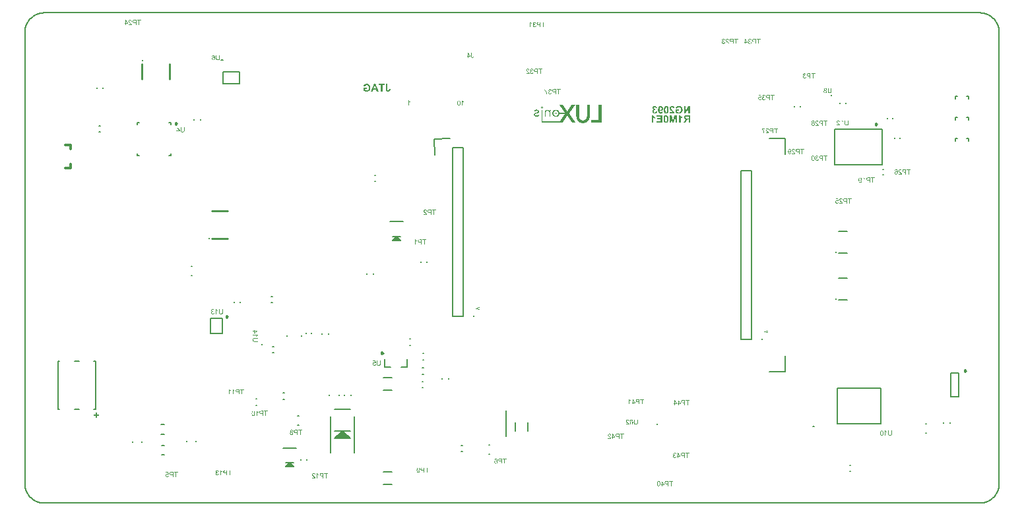
<source format=gbo>
G04*
G04 #@! TF.GenerationSoftware,Altium Limited,Altium Designer,23.6.0 (18)*
G04*
G04 Layer_Color=32896*
%FSLAX44Y44*%
%MOMM*%
G71*
G04*
G04 #@! TF.SameCoordinates,C53CA9BA-8A6A-41CA-B2AF-7701FEAABFA0*
G04*
G04*
G04 #@! TF.FilePolarity,Positive*
G04*
G01*
G75*
%ADD10C,0.2500*%
%ADD11C,0.2000*%
%ADD13C,0.2540*%
%ADD14C,0.1000*%
%ADD16C,0.2540*%
%ADD19C,0.1500*%
%ADD168C,0.1016*%
%ADD280C,0.3048*%
G36*
X663501Y509417D02*
X663739D01*
Y509387D01*
X663829D01*
Y509357D01*
X663918D01*
Y509328D01*
X664007D01*
Y509298D01*
X664067D01*
Y509268D01*
X664097D01*
Y509238D01*
X664156D01*
Y509208D01*
X664186D01*
Y509179D01*
X664246D01*
Y509149D01*
X664276D01*
Y509119D01*
X664305D01*
Y509089D01*
X664335D01*
Y509059D01*
X664365D01*
Y509030D01*
X664395D01*
Y509000D01*
X664424D01*
Y508970D01*
Y508940D01*
X664454D01*
Y508910D01*
X664484D01*
Y508881D01*
Y508851D01*
X664514D01*
Y508821D01*
Y508791D01*
X664544D01*
Y508762D01*
Y508732D01*
X664573D01*
Y508702D01*
Y508672D01*
X664603D01*
Y508642D01*
Y508613D01*
Y508583D01*
X664633D01*
Y508553D01*
Y508523D01*
Y508493D01*
Y508464D01*
Y508434D01*
X664663D01*
Y508404D01*
Y508374D01*
Y508344D01*
Y508315D01*
Y508285D01*
Y508255D01*
Y508225D01*
Y508196D01*
Y508166D01*
Y508136D01*
Y508106D01*
Y508076D01*
Y508047D01*
Y508017D01*
Y507987D01*
X664633D01*
Y507957D01*
Y507928D01*
Y507898D01*
Y507868D01*
Y507838D01*
X664603D01*
Y507808D01*
Y507779D01*
Y507749D01*
X664573D01*
Y507719D01*
Y507689D01*
X664544D01*
Y507659D01*
Y507630D01*
X664514D01*
Y507600D01*
Y507570D01*
X664484D01*
Y507540D01*
Y507510D01*
X664454D01*
Y507481D01*
X664424D01*
Y507451D01*
Y507421D01*
X664395D01*
Y507391D01*
X664365D01*
Y507361D01*
X664335D01*
Y507332D01*
X664305D01*
Y507302D01*
X664276D01*
Y507272D01*
X664246D01*
Y507242D01*
X664186D01*
Y507212D01*
X664156D01*
Y507183D01*
X664097D01*
Y507153D01*
X664067D01*
Y507123D01*
X664007D01*
Y507093D01*
X663918D01*
Y507063D01*
X663858D01*
Y507034D01*
X663739D01*
Y507004D01*
X663531D01*
Y506974D01*
X663322D01*
Y507004D01*
X663114D01*
Y507034D01*
X662995D01*
Y507063D01*
X662905D01*
Y507093D01*
X662846D01*
Y507123D01*
X662786D01*
Y507153D01*
X662726D01*
Y507183D01*
X662697D01*
Y507212D01*
X662637D01*
Y507242D01*
X662607D01*
Y507272D01*
X662577D01*
Y507302D01*
X662548D01*
Y507332D01*
X662518D01*
Y507361D01*
X662488D01*
Y507391D01*
X662458D01*
Y507421D01*
X662429D01*
Y507451D01*
X662399D01*
Y507481D01*
Y507510D01*
X662369D01*
Y507540D01*
X662339D01*
Y507570D01*
Y507600D01*
X662309D01*
Y507630D01*
Y507659D01*
X662280D01*
Y507689D01*
Y507719D01*
X662250D01*
Y507749D01*
Y507779D01*
Y507808D01*
X662220D01*
Y507838D01*
Y507868D01*
Y507898D01*
Y507928D01*
X662190D01*
Y507957D01*
Y507987D01*
Y508017D01*
Y508047D01*
Y508076D01*
Y508106D01*
Y508136D01*
Y508166D01*
Y508196D01*
Y508225D01*
Y508255D01*
Y508285D01*
Y508315D01*
Y508344D01*
Y508374D01*
Y508404D01*
Y508434D01*
Y508464D01*
Y508493D01*
X662220D01*
Y508523D01*
Y508553D01*
Y508583D01*
Y508613D01*
X662250D01*
Y508642D01*
Y508672D01*
Y508702D01*
X662280D01*
Y508732D01*
Y508762D01*
X662309D01*
Y508791D01*
Y508821D01*
X662339D01*
Y508851D01*
Y508881D01*
X662369D01*
Y508910D01*
X662399D01*
Y508940D01*
Y508970D01*
X662429D01*
Y509000D01*
X662458D01*
Y509030D01*
X662488D01*
Y509059D01*
X662518D01*
Y509089D01*
X662548D01*
Y509119D01*
X662577D01*
Y509149D01*
X662607D01*
Y509179D01*
X662637D01*
Y509208D01*
X662697D01*
Y509238D01*
X662726D01*
Y509268D01*
X662786D01*
Y509298D01*
X662846D01*
Y509328D01*
X662905D01*
Y509357D01*
X662995D01*
Y509387D01*
X663114D01*
Y509417D01*
X663352D01*
Y509447D01*
X663501D01*
Y509417D01*
D02*
G37*
G36*
X705922Y511443D02*
Y511413D01*
X705893D01*
Y511383D01*
X705863D01*
Y511353D01*
X705833D01*
Y511324D01*
Y511294D01*
X705803D01*
Y511264D01*
X705773D01*
Y511234D01*
Y511204D01*
X705744D01*
Y511175D01*
X705714D01*
Y511145D01*
Y511115D01*
X705684D01*
Y511085D01*
X705654D01*
Y511055D01*
X705624D01*
Y511026D01*
Y510996D01*
X705595D01*
Y510966D01*
X705565D01*
Y510936D01*
Y510906D01*
X705535D01*
Y510877D01*
X705505D01*
Y510847D01*
X705476D01*
Y510817D01*
Y510787D01*
X705446D01*
Y510758D01*
X705416D01*
Y510728D01*
Y510698D01*
X705386D01*
Y510668D01*
X705357D01*
Y510638D01*
X705327D01*
Y510609D01*
Y510579D01*
X705297D01*
Y510549D01*
X705267D01*
Y510519D01*
Y510489D01*
X705237D01*
Y510460D01*
X705208D01*
Y510430D01*
X705178D01*
Y510400D01*
Y510370D01*
X705148D01*
Y510340D01*
X705118D01*
Y510311D01*
Y510281D01*
X705088D01*
Y510251D01*
X705059D01*
Y510221D01*
X705029D01*
Y510191D01*
Y510162D01*
X704999D01*
Y510132D01*
X704969D01*
Y510102D01*
Y510072D01*
X704939D01*
Y510043D01*
X704910D01*
Y510013D01*
Y509983D01*
X704880D01*
Y509953D01*
X704850D01*
Y509923D01*
X704820D01*
Y509894D01*
Y509864D01*
X704790D01*
Y509834D01*
X704761D01*
Y509804D01*
Y509774D01*
X704731D01*
Y509745D01*
X704701D01*
Y509715D01*
X704671D01*
Y509685D01*
Y509655D01*
X704641D01*
Y509626D01*
X704612D01*
Y509596D01*
Y509566D01*
X704582D01*
Y509536D01*
X704552D01*
Y509506D01*
X704522D01*
Y509477D01*
Y509447D01*
X704492D01*
Y509417D01*
X704463D01*
Y509387D01*
Y509357D01*
X704433D01*
Y509328D01*
X704403D01*
Y509298D01*
X704373D01*
Y509268D01*
Y509238D01*
X704344D01*
Y509208D01*
X704314D01*
Y509179D01*
Y509149D01*
X704284D01*
Y509119D01*
X704254D01*
Y509089D01*
X704224D01*
Y509059D01*
Y509030D01*
X704195D01*
Y509000D01*
X704165D01*
Y508970D01*
Y508940D01*
X704135D01*
Y508910D01*
X704105D01*
Y508881D01*
Y508851D01*
X704075D01*
Y508821D01*
X704046D01*
Y508791D01*
X704016D01*
Y508762D01*
Y508732D01*
X703986D01*
Y508702D01*
X703956D01*
Y508672D01*
Y508642D01*
X703926D01*
Y508613D01*
X703897D01*
Y508583D01*
X703867D01*
Y508553D01*
Y508523D01*
X703837D01*
Y508493D01*
X703807D01*
Y508464D01*
Y508434D01*
X703778D01*
Y508404D01*
X703748D01*
Y508374D01*
X703718D01*
Y508344D01*
Y508315D01*
X703688D01*
Y508285D01*
X703658D01*
Y508255D01*
Y508225D01*
X703629D01*
Y508196D01*
X703599D01*
Y508166D01*
X703569D01*
Y508136D01*
Y508106D01*
X703539D01*
Y508076D01*
X703509D01*
Y508047D01*
Y508017D01*
X703480D01*
Y507987D01*
X703450D01*
Y507957D01*
X703420D01*
Y507928D01*
Y507898D01*
X703390D01*
Y507868D01*
X703361D01*
Y507838D01*
Y507808D01*
X703331D01*
Y507779D01*
X703301D01*
Y507749D01*
Y507719D01*
X703271D01*
Y507689D01*
X703241D01*
Y507659D01*
X703212D01*
Y507630D01*
Y507600D01*
X703182D01*
Y507570D01*
X703152D01*
Y507540D01*
Y507510D01*
X703122D01*
Y507481D01*
X703092D01*
Y507451D01*
X703063D01*
Y507421D01*
Y507391D01*
X703033D01*
Y507361D01*
X703003D01*
Y507332D01*
Y507302D01*
X702973D01*
Y507272D01*
X702943D01*
Y507242D01*
X702914D01*
Y507212D01*
Y507183D01*
X702884D01*
Y507153D01*
X702854D01*
Y507123D01*
Y507093D01*
X702824D01*
Y507063D01*
X702794D01*
Y507034D01*
X702765D01*
Y507004D01*
Y506974D01*
X702735D01*
Y506944D01*
X702705D01*
Y506915D01*
Y506885D01*
X702675D01*
Y506855D01*
X702645D01*
Y506825D01*
X702616D01*
Y506795D01*
Y506766D01*
X702586D01*
Y506736D01*
X702556D01*
Y506706D01*
Y506676D01*
X702526D01*
Y506646D01*
X702496D01*
Y506617D01*
X702467D01*
Y506587D01*
Y506557D01*
X702437D01*
Y506527D01*
X702407D01*
Y506497D01*
Y506468D01*
X702377D01*
Y506438D01*
X702348D01*
Y506408D01*
Y506378D01*
X702318D01*
Y506348D01*
X702288D01*
Y506319D01*
X702258D01*
Y506289D01*
Y506259D01*
X702228D01*
Y506229D01*
X702199D01*
Y506200D01*
Y506170D01*
X702169D01*
Y506140D01*
X702139D01*
Y506110D01*
X702109D01*
Y506080D01*
Y506051D01*
X702079D01*
Y506021D01*
X702050D01*
Y505991D01*
Y505961D01*
X702020D01*
Y505932D01*
X701990D01*
Y505902D01*
X701960D01*
Y505872D01*
Y505842D01*
X701930D01*
Y505812D01*
X701901D01*
Y505783D01*
Y505753D01*
X701871D01*
Y505723D01*
X701841D01*
Y505693D01*
X701811D01*
Y505663D01*
Y505634D01*
X701782D01*
Y505604D01*
X701752D01*
Y505574D01*
Y505544D01*
X701722D01*
Y505514D01*
X701692D01*
Y505485D01*
X701663D01*
Y505455D01*
Y505425D01*
X701633D01*
Y505395D01*
X701603D01*
Y505365D01*
Y505336D01*
X701573D01*
Y505306D01*
X701543D01*
Y505276D01*
Y505246D01*
X701514D01*
Y505216D01*
X701484D01*
Y505187D01*
X701454D01*
Y505157D01*
Y505127D01*
X701424D01*
Y505097D01*
X701394D01*
Y505068D01*
Y505038D01*
X701365D01*
Y505008D01*
X701335D01*
Y504978D01*
X701305D01*
Y504948D01*
Y504919D01*
X701275D01*
Y504889D01*
X701245D01*
Y504859D01*
Y504829D01*
X701216D01*
Y504799D01*
X701186D01*
Y504770D01*
X701156D01*
Y504740D01*
Y504710D01*
X701126D01*
Y504680D01*
X701096D01*
Y504650D01*
Y504621D01*
X701067D01*
Y504591D01*
X701037D01*
Y504561D01*
X701007D01*
Y504531D01*
Y504502D01*
X700977D01*
Y504472D01*
X700947D01*
Y504442D01*
Y504412D01*
X700918D01*
Y504382D01*
X700888D01*
Y504353D01*
X700858D01*
Y504323D01*
Y504293D01*
X700828D01*
Y504263D01*
X700798D01*
Y504234D01*
Y504204D01*
X700769D01*
Y504174D01*
X700739D01*
Y504144D01*
Y504114D01*
X700709D01*
Y504085D01*
X700679D01*
Y504055D01*
X700650D01*
Y504025D01*
Y503995D01*
X700620D01*
Y503965D01*
X700590D01*
Y503936D01*
Y503906D01*
X700560D01*
Y503876D01*
X700530D01*
Y503846D01*
X700501D01*
Y503816D01*
Y503787D01*
X700471D01*
Y503757D01*
X700441D01*
Y503727D01*
Y503697D01*
X700411D01*
Y503667D01*
X700381D01*
Y503638D01*
X700352D01*
Y503608D01*
Y503578D01*
X700322D01*
Y503548D01*
X700292D01*
Y503518D01*
Y503489D01*
X700262D01*
Y503459D01*
X700232D01*
Y503429D01*
X700203D01*
Y503399D01*
Y503370D01*
X700173D01*
Y503340D01*
X700143D01*
Y503310D01*
Y503280D01*
X700113D01*
Y503250D01*
X700084D01*
Y503221D01*
X700054D01*
Y503191D01*
Y503161D01*
X700024D01*
Y503131D01*
X699994D01*
Y503101D01*
Y503072D01*
X699964D01*
Y503042D01*
X699935D01*
Y503012D01*
Y502982D01*
X699905D01*
Y502952D01*
X699875D01*
Y502923D01*
X699845D01*
Y502893D01*
Y502863D01*
X699815D01*
Y502833D01*
X699786D01*
Y502803D01*
Y502774D01*
X699756D01*
Y502744D01*
X699726D01*
Y502714D01*
X699696D01*
Y502684D01*
Y502655D01*
X699667D01*
Y502625D01*
X699637D01*
Y502595D01*
Y502565D01*
X699607D01*
Y502535D01*
X699577D01*
Y502506D01*
X699547D01*
Y502476D01*
Y502446D01*
X699518D01*
Y502416D01*
X699488D01*
Y502386D01*
Y502357D01*
X699458D01*
Y502327D01*
X699428D01*
Y502297D01*
X699398D01*
Y502267D01*
Y502238D01*
X699369D01*
Y502208D01*
X699339D01*
Y502178D01*
Y502148D01*
X699309D01*
Y502118D01*
X699279D01*
Y502089D01*
X699249D01*
Y502059D01*
Y502029D01*
X699220D01*
Y501999D01*
X699190D01*
Y501969D01*
Y501940D01*
X699160D01*
Y501910D01*
X699130D01*
Y501880D01*
X699100D01*
Y501850D01*
Y501820D01*
X699071D01*
Y501791D01*
X699041D01*
Y501761D01*
Y501731D01*
X699011D01*
Y501701D01*
X698981D01*
Y501671D01*
Y501642D01*
X698951D01*
Y501612D01*
X698922D01*
Y501582D01*
X698892D01*
Y501552D01*
Y501522D01*
X698862D01*
Y501493D01*
X698832D01*
Y501463D01*
Y501433D01*
X698803D01*
Y501403D01*
X698773D01*
Y501374D01*
X698743D01*
Y501344D01*
Y501314D01*
X698713D01*
Y501284D01*
X698683D01*
Y501254D01*
Y501225D01*
X698654D01*
Y501195D01*
X698624D01*
Y501165D01*
X698594D01*
Y501135D01*
Y501105D01*
X698564D01*
Y501076D01*
X698534D01*
Y501046D01*
Y501016D01*
X698505D01*
Y500986D01*
X698475D01*
Y500956D01*
X698445D01*
Y500927D01*
Y500897D01*
X698415D01*
Y500867D01*
X698385D01*
Y500837D01*
Y500808D01*
X698356D01*
Y500778D01*
X698326D01*
Y500748D01*
Y500718D01*
X698356D01*
Y500688D01*
X698385D01*
Y500659D01*
Y500629D01*
X698415D01*
Y500599D01*
X698445D01*
Y500569D01*
Y500539D01*
X698475D01*
Y500510D01*
X698505D01*
Y500480D01*
Y500450D01*
X698534D01*
Y500420D01*
X698564D01*
Y500391D01*
Y500361D01*
X698594D01*
Y500331D01*
X698624D01*
Y500301D01*
Y500271D01*
X698654D01*
Y500242D01*
X698683D01*
Y500212D01*
X698713D01*
Y500182D01*
Y500152D01*
X698743D01*
Y500122D01*
X698773D01*
Y500093D01*
Y500063D01*
X698803D01*
Y500033D01*
X698832D01*
Y500003D01*
Y499973D01*
X698862D01*
Y499944D01*
X698892D01*
Y499914D01*
Y499884D01*
X698922D01*
Y499854D01*
X698951D01*
Y499824D01*
X698981D01*
Y499795D01*
Y499765D01*
X699011D01*
Y499735D01*
X699041D01*
Y499705D01*
Y499675D01*
X699071D01*
Y499646D01*
X699100D01*
Y499616D01*
Y499586D01*
X699130D01*
Y499556D01*
X699160D01*
Y499527D01*
Y499497D01*
X699190D01*
Y499467D01*
X699220D01*
Y499437D01*
X699249D01*
Y499407D01*
Y499378D01*
X699279D01*
Y499348D01*
X699309D01*
Y499318D01*
Y499288D01*
X699339D01*
Y499258D01*
X699369D01*
Y499229D01*
Y499199D01*
X699398D01*
Y499169D01*
X699428D01*
Y499139D01*
Y499109D01*
X699458D01*
Y499080D01*
X699488D01*
Y499050D01*
X699518D01*
Y499020D01*
Y498990D01*
X699547D01*
Y498960D01*
X699577D01*
Y498931D01*
Y498901D01*
X699607D01*
Y498871D01*
X699637D01*
Y498841D01*
Y498812D01*
X699667D01*
Y498782D01*
X699696D01*
Y498752D01*
Y498722D01*
X699726D01*
Y498692D01*
X699756D01*
Y498663D01*
X699786D01*
Y498633D01*
Y498603D01*
X699815D01*
Y498573D01*
X699845D01*
Y498544D01*
Y498514D01*
X699875D01*
Y498484D01*
X699905D01*
Y498454D01*
Y498424D01*
X699935D01*
Y498395D01*
X699964D01*
Y498365D01*
Y498335D01*
X699994D01*
Y498305D01*
X700024D01*
Y498275D01*
X700054D01*
Y498246D01*
Y498216D01*
X700084D01*
Y498186D01*
X700113D01*
Y498156D01*
Y498126D01*
X700143D01*
Y498097D01*
X700173D01*
Y498067D01*
Y498037D01*
X700203D01*
Y498007D01*
X700232D01*
Y497977D01*
Y497948D01*
X700262D01*
Y497918D01*
X700292D01*
Y497888D01*
X700322D01*
Y497858D01*
Y497828D01*
X700352D01*
Y497799D01*
X700381D01*
Y497769D01*
Y497739D01*
X700411D01*
Y497709D01*
X700441D01*
Y497679D01*
Y497650D01*
X700471D01*
Y497620D01*
X700501D01*
Y497590D01*
Y497560D01*
X700530D01*
Y497531D01*
X700560D01*
Y497501D01*
X700590D01*
Y497471D01*
Y497441D01*
X700620D01*
Y497411D01*
X700650D01*
Y497382D01*
Y497352D01*
X700679D01*
Y497322D01*
X700709D01*
Y497292D01*
Y497262D01*
X700739D01*
Y497233D01*
X700769D01*
Y497203D01*
Y497173D01*
X700798D01*
Y497143D01*
X700828D01*
Y497113D01*
X700858D01*
Y497084D01*
Y497054D01*
X700888D01*
Y497024D01*
X700918D01*
Y496994D01*
Y496965D01*
X700947D01*
Y496935D01*
X700977D01*
Y496905D01*
Y496875D01*
X701007D01*
Y496845D01*
X701037D01*
Y496816D01*
Y496786D01*
X701067D01*
Y496756D01*
X701096D01*
Y496726D01*
Y496697D01*
X701126D01*
Y496667D01*
X701156D01*
Y496637D01*
X701186D01*
Y496607D01*
Y496577D01*
X701216D01*
Y496548D01*
X701245D01*
Y496518D01*
Y496488D01*
X701275D01*
Y496458D01*
X701305D01*
Y496428D01*
Y496399D01*
X701335D01*
Y496369D01*
X701365D01*
Y496339D01*
Y496309D01*
X701394D01*
Y496279D01*
X701424D01*
Y496250D01*
X701454D01*
Y496220D01*
Y496190D01*
X701484D01*
Y496160D01*
X701514D01*
Y496130D01*
Y496101D01*
X701543D01*
Y496071D01*
X701573D01*
Y496041D01*
Y496011D01*
X701603D01*
Y495981D01*
X701633D01*
Y495952D01*
Y495922D01*
X701663D01*
Y495892D01*
X701692D01*
Y495862D01*
X701722D01*
Y495833D01*
Y495803D01*
X701752D01*
Y495773D01*
X701782D01*
Y495743D01*
Y495713D01*
X701811D01*
Y495684D01*
X701841D01*
Y495654D01*
Y495624D01*
X701871D01*
Y495594D01*
X701901D01*
Y495564D01*
Y495535D01*
X701930D01*
Y495505D01*
X701960D01*
Y495475D01*
X701990D01*
Y495445D01*
Y495415D01*
X702020D01*
Y495386D01*
X702050D01*
Y495356D01*
Y495326D01*
X702079D01*
Y495296D01*
X702109D01*
Y495266D01*
Y495237D01*
X702139D01*
Y495207D01*
X702169D01*
Y495177D01*
Y495147D01*
X702199D01*
Y495118D01*
X702228D01*
Y495088D01*
X702258D01*
Y495058D01*
Y495028D01*
X702288D01*
Y494999D01*
X702318D01*
Y494969D01*
Y494939D01*
X702348D01*
Y494909D01*
X702377D01*
Y494879D01*
Y494850D01*
X702407D01*
Y494820D01*
X702437D01*
Y494790D01*
Y494760D01*
X702467D01*
Y494730D01*
X702496D01*
Y494701D01*
X702526D01*
Y494671D01*
Y494641D01*
X702556D01*
Y494611D01*
X702586D01*
Y494581D01*
Y494552D01*
X702616D01*
Y494522D01*
X702645D01*
Y494492D01*
Y494462D01*
X702675D01*
Y494432D01*
X702705D01*
Y494403D01*
Y494373D01*
X702735D01*
Y494343D01*
X702765D01*
Y494313D01*
X702794D01*
Y494283D01*
Y494254D01*
X702824D01*
Y494224D01*
X702854D01*
Y494194D01*
Y494164D01*
X702884D01*
Y494134D01*
X702914D01*
Y494105D01*
Y494075D01*
X702943D01*
Y494045D01*
X702973D01*
Y494015D01*
Y493986D01*
X703003D01*
Y493956D01*
X703033D01*
Y493926D01*
X703063D01*
Y493896D01*
Y493866D01*
X703092D01*
Y493837D01*
X703122D01*
Y493807D01*
Y493777D01*
X703152D01*
Y493747D01*
X703182D01*
Y493717D01*
Y493688D01*
X703212D01*
Y493658D01*
X703241D01*
Y493628D01*
Y493598D01*
X703271D01*
Y493568D01*
X703301D01*
Y493539D01*
Y493509D01*
X703331D01*
Y493479D01*
X703361D01*
Y493449D01*
X703390D01*
Y493419D01*
Y493390D01*
X703420D01*
Y493360D01*
X703450D01*
Y493330D01*
Y493300D01*
X703480D01*
Y493271D01*
X703509D01*
Y493241D01*
Y493211D01*
X703539D01*
Y493181D01*
X703569D01*
Y493151D01*
Y493122D01*
X703599D01*
Y493092D01*
X703629D01*
Y493062D01*
X703658D01*
Y493032D01*
Y493003D01*
X703688D01*
Y492973D01*
X703718D01*
Y492943D01*
Y492913D01*
X703748D01*
Y492883D01*
X703778D01*
Y492854D01*
Y492824D01*
X703807D01*
Y492794D01*
X703837D01*
Y492764D01*
Y492734D01*
X703867D01*
Y492705D01*
X703897D01*
Y492675D01*
X703926D01*
Y492645D01*
Y492615D01*
X703956D01*
Y492585D01*
X703986D01*
Y492556D01*
Y492526D01*
X704016D01*
Y492496D01*
X704046D01*
Y492466D01*
Y492436D01*
X704075D01*
Y492407D01*
X704105D01*
Y492377D01*
Y492347D01*
X704135D01*
Y492317D01*
X704165D01*
Y492287D01*
X704195D01*
Y492258D01*
Y492228D01*
X704224D01*
Y492198D01*
X704254D01*
Y492168D01*
Y492138D01*
X704284D01*
Y492109D01*
X704314D01*
Y492079D01*
Y492049D01*
X704344D01*
Y492019D01*
X704373D01*
Y491990D01*
Y491960D01*
X704403D01*
Y491930D01*
X704433D01*
Y491900D01*
X704463D01*
Y491870D01*
Y491841D01*
X704492D01*
Y491811D01*
X704522D01*
Y491781D01*
Y491751D01*
X704552D01*
Y491721D01*
X704582D01*
Y491692D01*
Y491662D01*
X704612D01*
Y491632D01*
X704641D01*
Y491602D01*
Y491572D01*
X704671D01*
Y491543D01*
X704701D01*
Y491513D01*
X704731D01*
Y491483D01*
Y491453D01*
X704761D01*
Y491424D01*
X704790D01*
Y491394D01*
Y491364D01*
X704820D01*
Y491334D01*
X704850D01*
Y491304D01*
Y491275D01*
X704880D01*
Y491245D01*
X704910D01*
Y491215D01*
Y491185D01*
X704939D01*
Y491156D01*
X704969D01*
Y491126D01*
X704999D01*
Y491096D01*
Y491066D01*
X705029D01*
Y491036D01*
X705059D01*
Y491007D01*
Y490977D01*
X705088D01*
Y490947D01*
X705118D01*
Y490917D01*
Y490887D01*
X705148D01*
Y490858D01*
X705178D01*
Y490828D01*
Y490798D01*
X705208D01*
Y490768D01*
X705237D01*
Y490738D01*
X705267D01*
Y490709D01*
Y490679D01*
X705297D01*
Y490649D01*
X705327D01*
Y490619D01*
Y490589D01*
X705357D01*
Y490560D01*
X705386D01*
Y490530D01*
Y490500D01*
X705416D01*
Y490470D01*
X705446D01*
Y490440D01*
Y490411D01*
X705476D01*
Y490381D01*
X705505D01*
Y490351D01*
X705535D01*
Y490321D01*
Y490291D01*
X705565D01*
Y490262D01*
X705595D01*
Y490232D01*
Y490202D01*
X705624D01*
Y490172D01*
X705654D01*
Y490143D01*
Y490113D01*
X705684D01*
Y490083D01*
X705714D01*
Y490053D01*
Y490023D01*
X705744D01*
Y489994D01*
X705773D01*
Y489964D01*
Y489934D01*
X705803D01*
Y489904D01*
X705833D01*
Y489874D01*
X705863D01*
Y489845D01*
Y489815D01*
X705893D01*
Y489785D01*
X705922D01*
Y489755D01*
Y489725D01*
X705952D01*
Y489696D01*
X705982D01*
Y489666D01*
Y489636D01*
X706012D01*
Y489606D01*
X706042D01*
Y489577D01*
Y489547D01*
X706071D01*
Y489517D01*
X706101D01*
Y489487D01*
X706131D01*
Y489457D01*
Y489428D01*
X706161D01*
Y489398D01*
X706191D01*
Y489368D01*
Y489338D01*
X706220D01*
Y489308D01*
X706250D01*
Y489279D01*
Y489249D01*
X706280D01*
Y489219D01*
X706310D01*
Y489189D01*
Y489160D01*
X706339D01*
Y489130D01*
X706369D01*
Y489100D01*
X706399D01*
Y489070D01*
Y489040D01*
X706429D01*
Y489011D01*
X706459D01*
Y488981D01*
Y488951D01*
X706488D01*
Y488921D01*
X706518D01*
Y488891D01*
X702050D01*
Y488921D01*
X702020D01*
Y488951D01*
X701990D01*
Y488981D01*
Y489011D01*
X701960D01*
Y489040D01*
X701930D01*
Y489070D01*
Y489100D01*
X701901D01*
Y489130D01*
X701871D01*
Y489160D01*
Y489189D01*
X701841D01*
Y489219D01*
X701811D01*
Y489249D01*
Y489279D01*
X701782D01*
Y489308D01*
X701752D01*
Y489338D01*
Y489368D01*
X701722D01*
Y489398D01*
X701692D01*
Y489428D01*
Y489457D01*
X701663D01*
Y489487D01*
X701633D01*
Y489517D01*
Y489547D01*
X701603D01*
Y489577D01*
X701573D01*
Y489606D01*
Y489636D01*
X701543D01*
Y489666D01*
X701514D01*
Y489696D01*
Y489725D01*
X701484D01*
Y489755D01*
X701454D01*
Y489785D01*
Y489815D01*
X701424D01*
Y489845D01*
X701394D01*
Y489874D01*
Y489904D01*
X701365D01*
Y489934D01*
X701335D01*
Y489964D01*
Y489994D01*
X701305D01*
Y490023D01*
X701275D01*
Y490053D01*
Y490083D01*
X701245D01*
Y490113D01*
X701216D01*
Y490143D01*
Y490172D01*
X701186D01*
Y490202D01*
X701156D01*
Y490232D01*
Y490262D01*
X701126D01*
Y490291D01*
X701096D01*
Y490321D01*
Y490351D01*
X701067D01*
Y490381D01*
X701037D01*
Y490411D01*
Y490440D01*
X701007D01*
Y490470D01*
X700977D01*
Y490500D01*
Y490530D01*
X700947D01*
Y490560D01*
X700918D01*
Y490589D01*
Y490619D01*
X700888D01*
Y490649D01*
X700858D01*
Y490679D01*
X700828D01*
Y490709D01*
Y490738D01*
X700798D01*
Y490768D01*
X700769D01*
Y490798D01*
Y490828D01*
X700739D01*
Y490858D01*
X700709D01*
Y490887D01*
Y490917D01*
X700679D01*
Y490947D01*
X700650D01*
Y490977D01*
Y491007D01*
X700620D01*
Y491036D01*
X700590D01*
Y491066D01*
Y491096D01*
X700560D01*
Y491126D01*
X700530D01*
Y491156D01*
Y491185D01*
X700501D01*
Y491215D01*
X700471D01*
Y491245D01*
Y491275D01*
X700441D01*
Y491304D01*
X700411D01*
Y491334D01*
Y491364D01*
X700381D01*
Y491394D01*
X700352D01*
Y491424D01*
Y491453D01*
X700322D01*
Y491483D01*
X700292D01*
Y491513D01*
Y491543D01*
X700262D01*
Y491572D01*
X700232D01*
Y491602D01*
Y491632D01*
X700203D01*
Y491662D01*
X700173D01*
Y491692D01*
Y491721D01*
X700143D01*
Y491751D01*
X700113D01*
Y491781D01*
Y491811D01*
X700084D01*
Y491841D01*
X700054D01*
Y491870D01*
Y491900D01*
X700024D01*
Y491930D01*
X699994D01*
Y491960D01*
Y491990D01*
X699964D01*
Y492019D01*
X699935D01*
Y492049D01*
Y492079D01*
X699905D01*
Y492109D01*
X699875D01*
Y492138D01*
Y492168D01*
X699845D01*
Y492198D01*
X699815D01*
Y492228D01*
Y492258D01*
X699786D01*
Y492287D01*
X699756D01*
Y492317D01*
Y492347D01*
X699726D01*
Y492377D01*
X699696D01*
Y492407D01*
Y492436D01*
X699667D01*
Y492466D01*
X699637D01*
Y492496D01*
Y492526D01*
X699607D01*
Y492556D01*
X699577D01*
Y492585D01*
Y492615D01*
X699547D01*
Y492645D01*
X699518D01*
Y492675D01*
X699488D01*
Y492705D01*
Y492734D01*
X699458D01*
Y492764D01*
X699428D01*
Y492794D01*
Y492824D01*
X699398D01*
Y492854D01*
X699369D01*
Y492883D01*
Y492913D01*
X699339D01*
Y492943D01*
X699309D01*
Y492973D01*
Y493003D01*
X699279D01*
Y493032D01*
X699249D01*
Y493062D01*
Y493092D01*
X699220D01*
Y493122D01*
X699190D01*
Y493151D01*
Y493181D01*
X699160D01*
Y493211D01*
X699130D01*
Y493241D01*
Y493271D01*
X699100D01*
Y493300D01*
X699071D01*
Y493330D01*
Y493360D01*
X699041D01*
Y493390D01*
X699011D01*
Y493419D01*
Y493449D01*
X698981D01*
Y493479D01*
X698951D01*
Y493509D01*
Y493539D01*
X698922D01*
Y493568D01*
X698892D01*
Y493598D01*
Y493628D01*
X698862D01*
Y493658D01*
X698832D01*
Y493688D01*
Y493717D01*
X698803D01*
Y493747D01*
X698773D01*
Y493777D01*
Y493807D01*
X698743D01*
Y493837D01*
X698713D01*
Y493866D01*
Y493896D01*
X698683D01*
Y493926D01*
X698654D01*
Y493956D01*
Y493986D01*
X698624D01*
Y494015D01*
X698594D01*
Y494045D01*
Y494075D01*
X698564D01*
Y494105D01*
X698534D01*
Y494134D01*
Y494164D01*
X698505D01*
Y494194D01*
X698475D01*
Y494224D01*
Y494254D01*
X698445D01*
Y494283D01*
X698415D01*
Y494313D01*
Y494343D01*
X698385D01*
Y494373D01*
X698356D01*
Y494403D01*
Y494432D01*
X698326D01*
Y494462D01*
X698296D01*
Y494492D01*
Y494522D01*
X698266D01*
Y494552D01*
X698237D01*
Y494581D01*
X698207D01*
Y494611D01*
Y494641D01*
X698177D01*
Y494671D01*
X698147D01*
Y494701D01*
Y494730D01*
X698117D01*
Y494760D01*
X698088D01*
Y494790D01*
Y494820D01*
X698058D01*
Y494850D01*
X698028D01*
Y494879D01*
Y494909D01*
X697998D01*
Y494939D01*
X697969D01*
Y494969D01*
Y494999D01*
X697939D01*
Y495028D01*
X697909D01*
Y495058D01*
Y495088D01*
X697879D01*
Y495118D01*
X697849D01*
Y495147D01*
Y495177D01*
X697820D01*
Y495207D01*
X697790D01*
Y495237D01*
Y495266D01*
X697760D01*
Y495296D01*
X697730D01*
Y495326D01*
Y495356D01*
X697700D01*
Y495386D01*
X697671D01*
Y495415D01*
Y495445D01*
X697641D01*
Y495475D01*
X697611D01*
Y495505D01*
Y495535D01*
X697581D01*
Y495564D01*
X697551D01*
Y495594D01*
Y495624D01*
X697522D01*
Y495654D01*
X697492D01*
Y495684D01*
Y495713D01*
X697462D01*
Y495743D01*
X697432D01*
Y495773D01*
Y495803D01*
X697402D01*
Y495833D01*
X697373D01*
Y495862D01*
Y495892D01*
X697343D01*
Y495922D01*
X697313D01*
Y495952D01*
Y495981D01*
X697283D01*
Y496011D01*
X697253D01*
Y496041D01*
Y496071D01*
X697224D01*
Y496101D01*
X697194D01*
Y496130D01*
Y496160D01*
X697164D01*
Y496190D01*
X697134D01*
Y496220D01*
Y496250D01*
X697104D01*
Y496279D01*
X697075D01*
Y496309D01*
Y496339D01*
X697045D01*
Y496369D01*
X697015D01*
Y496399D01*
Y496428D01*
X696985D01*
Y496458D01*
X696956D01*
Y496488D01*
X696926D01*
Y496518D01*
Y496548D01*
X696896D01*
Y496577D01*
X696866D01*
Y496607D01*
Y496637D01*
X696836D01*
Y496667D01*
X696807D01*
Y496697D01*
Y496726D01*
X696777D01*
Y496756D01*
X696747D01*
Y496786D01*
Y496816D01*
X696717D01*
Y496845D01*
X696687D01*
Y496875D01*
Y496905D01*
X696658D01*
Y496935D01*
X696628D01*
Y496965D01*
Y496994D01*
X696598D01*
Y497024D01*
X696568D01*
Y497054D01*
Y497084D01*
X696538D01*
Y497113D01*
X696509D01*
Y497143D01*
Y497173D01*
X696479D01*
Y497203D01*
X696449D01*
Y497233D01*
Y497262D01*
X696419D01*
Y497292D01*
X696389D01*
Y497322D01*
Y497352D01*
X696360D01*
Y497382D01*
X696330D01*
Y497411D01*
Y497441D01*
X696300D01*
Y497471D01*
X696270D01*
Y497501D01*
Y497531D01*
X696241D01*
Y497560D01*
X696211D01*
Y497590D01*
Y497620D01*
X696181D01*
Y497650D01*
X696151D01*
Y497679D01*
Y497709D01*
X696121D01*
Y497739D01*
X696092D01*
Y497769D01*
Y497799D01*
X696062D01*
Y497828D01*
X696032D01*
Y497858D01*
Y497888D01*
X696002D01*
Y497918D01*
X695973D01*
Y497948D01*
Y497977D01*
X695913D01*
Y497948D01*
Y497918D01*
X695883D01*
Y497888D01*
X695853D01*
Y497858D01*
X695824D01*
Y497828D01*
Y497799D01*
X695794D01*
Y497769D01*
X695764D01*
Y497739D01*
Y497709D01*
X695734D01*
Y497679D01*
X695704D01*
Y497650D01*
Y497620D01*
X695675D01*
Y497590D01*
X695645D01*
Y497560D01*
Y497531D01*
X695615D01*
Y497501D01*
X695585D01*
Y497471D01*
Y497441D01*
X695555D01*
Y497411D01*
X695526D01*
Y497382D01*
Y497352D01*
X695496D01*
Y497322D01*
X695466D01*
Y497292D01*
Y497262D01*
X695436D01*
Y497233D01*
X695406D01*
Y497203D01*
Y497173D01*
X695377D01*
Y497143D01*
X695347D01*
Y497113D01*
Y497084D01*
X695317D01*
Y497054D01*
X695287D01*
Y497024D01*
Y496994D01*
X695257D01*
Y496965D01*
X695228D01*
Y496935D01*
Y496905D01*
X695198D01*
Y496875D01*
X695168D01*
Y496845D01*
Y496816D01*
X695138D01*
Y496786D01*
X695108D01*
Y496756D01*
Y496726D01*
X695079D01*
Y496697D01*
X695049D01*
Y496667D01*
Y496637D01*
X695019D01*
Y496607D01*
X694989D01*
Y496577D01*
Y496548D01*
X694960D01*
Y496518D01*
X694930D01*
Y496488D01*
Y496458D01*
X694900D01*
Y496428D01*
X694870D01*
Y496399D01*
Y496369D01*
X694840D01*
Y496339D01*
X694811D01*
Y496309D01*
Y496279D01*
X694781D01*
Y496250D01*
X694751D01*
Y496220D01*
Y496190D01*
X694721D01*
Y496160D01*
X694691D01*
Y496130D01*
Y496101D01*
X694662D01*
Y496071D01*
X694632D01*
Y496041D01*
Y496011D01*
X694602D01*
Y495981D01*
X694572D01*
Y495952D01*
Y495922D01*
X694542D01*
Y495892D01*
X694513D01*
Y495862D01*
Y495833D01*
X694483D01*
Y495803D01*
X694453D01*
Y495773D01*
Y495743D01*
X694423D01*
Y495713D01*
X694394D01*
Y495684D01*
Y495654D01*
X694364D01*
Y495624D01*
X694334D01*
Y495594D01*
Y495564D01*
X694304D01*
Y495535D01*
X694275D01*
Y495505D01*
Y495475D01*
X694245D01*
Y495445D01*
X694215D01*
Y495415D01*
Y495386D01*
X694185D01*
Y495356D01*
X694155D01*
Y495326D01*
Y495296D01*
X694126D01*
Y495266D01*
X694096D01*
Y495237D01*
Y495207D01*
X694066D01*
Y495177D01*
X694036D01*
Y495147D01*
Y495118D01*
X694006D01*
Y495088D01*
X693977D01*
Y495058D01*
Y495028D01*
X693947D01*
Y494999D01*
X693917D01*
Y494969D01*
Y494939D01*
X693887D01*
Y494909D01*
X693857D01*
Y494879D01*
Y494850D01*
X693828D01*
Y494820D01*
X693798D01*
Y494790D01*
Y494760D01*
X693768D01*
Y494730D01*
X693738D01*
Y494701D01*
Y494671D01*
X693708D01*
Y494641D01*
X693679D01*
Y494611D01*
Y494581D01*
X693649D01*
Y494552D01*
X693619D01*
Y494522D01*
Y494492D01*
X693589D01*
Y494462D01*
X693559D01*
Y494432D01*
Y494403D01*
X693530D01*
Y494373D01*
X693500D01*
Y494343D01*
Y494313D01*
X693470D01*
Y494283D01*
X693440D01*
Y494254D01*
Y494224D01*
X693410D01*
Y494194D01*
X693381D01*
Y494164D01*
Y494134D01*
X693351D01*
Y494105D01*
X693321D01*
Y494075D01*
Y494045D01*
X693291D01*
Y494015D01*
X693262D01*
Y493986D01*
Y493956D01*
X693232D01*
Y493926D01*
X693202D01*
Y493896D01*
Y493866D01*
X693172D01*
Y493837D01*
X693142D01*
Y493807D01*
Y493777D01*
X693113D01*
Y493747D01*
X693083D01*
Y493717D01*
Y493688D01*
X693053D01*
Y493658D01*
X693023D01*
Y493628D01*
Y493598D01*
X692993D01*
Y493568D01*
X692964D01*
Y493539D01*
Y493509D01*
X692934D01*
Y493479D01*
X692904D01*
Y493449D01*
Y493419D01*
X692874D01*
Y493390D01*
X692844D01*
Y493360D01*
Y493330D01*
X692815D01*
Y493300D01*
X692785D01*
Y493271D01*
Y493241D01*
X692755D01*
Y493211D01*
X692725D01*
Y493181D01*
Y493151D01*
X692695D01*
Y493122D01*
X692666D01*
Y493092D01*
Y493062D01*
X692636D01*
Y493032D01*
X692606D01*
Y493003D01*
Y492973D01*
X692576D01*
Y492943D01*
X692547D01*
Y492913D01*
Y492883D01*
X692517D01*
Y492854D01*
X692487D01*
Y492824D01*
Y492794D01*
X692457D01*
Y492764D01*
X692427D01*
Y492734D01*
X692398D01*
Y492705D01*
Y492675D01*
X692368D01*
Y492645D01*
X692338D01*
Y492615D01*
Y492585D01*
X692308D01*
Y492556D01*
X692279D01*
Y492526D01*
Y492496D01*
X692249D01*
Y492466D01*
X692219D01*
Y492436D01*
Y492407D01*
X692189D01*
Y492377D01*
X692159D01*
Y492347D01*
Y492317D01*
X692130D01*
Y492287D01*
X692100D01*
Y492258D01*
Y492228D01*
X692070D01*
Y492198D01*
X692040D01*
Y492168D01*
Y492138D01*
X692010D01*
Y492109D01*
X691981D01*
Y492079D01*
Y492049D01*
X691951D01*
Y492019D01*
X691921D01*
Y491990D01*
Y491960D01*
X691891D01*
Y491930D01*
X691861D01*
Y491900D01*
Y491870D01*
X691832D01*
Y491841D01*
X691802D01*
Y491811D01*
Y491781D01*
X691772D01*
Y491751D01*
X691742D01*
Y491721D01*
Y491692D01*
X691712D01*
Y491662D01*
X691683D01*
Y491632D01*
Y491602D01*
X691653D01*
Y491572D01*
X691623D01*
Y491543D01*
Y491513D01*
X691593D01*
Y491483D01*
X691563D01*
Y491453D01*
Y491424D01*
X691534D01*
Y491394D01*
X691504D01*
Y491364D01*
Y491334D01*
X691474D01*
Y491304D01*
X691444D01*
Y491275D01*
Y491245D01*
X691414D01*
Y491215D01*
X691385D01*
Y491185D01*
Y491156D01*
X691355D01*
Y491126D01*
X691325D01*
Y491096D01*
Y491066D01*
X691295D01*
Y491036D01*
X691266D01*
Y491007D01*
Y490977D01*
X691236D01*
Y490947D01*
X691206D01*
Y490917D01*
Y490887D01*
X691176D01*
Y490858D01*
X691146D01*
Y490828D01*
Y490798D01*
X691117D01*
Y490768D01*
X691087D01*
Y490738D01*
Y490709D01*
X691057D01*
Y490679D01*
X691027D01*
Y490649D01*
Y490619D01*
X690997D01*
Y490589D01*
X690968D01*
Y490560D01*
Y490530D01*
X690938D01*
Y490500D01*
X690908D01*
Y490470D01*
Y490440D01*
X690878D01*
Y490411D01*
X690849D01*
Y490381D01*
Y490351D01*
X690819D01*
Y490321D01*
X690789D01*
Y490291D01*
Y490262D01*
X690759D01*
Y490232D01*
X690729D01*
Y490202D01*
Y490172D01*
X690700D01*
Y490143D01*
X690670D01*
Y490113D01*
Y490083D01*
X690640D01*
Y490053D01*
X690610D01*
Y490023D01*
Y489994D01*
X690580D01*
Y489964D01*
X690551D01*
Y489934D01*
Y489904D01*
X690521D01*
Y489874D01*
X690491D01*
Y489845D01*
Y489815D01*
X690461D01*
Y489785D01*
X690432D01*
Y489755D01*
Y489725D01*
X690402D01*
Y489696D01*
X690372D01*
Y489666D01*
Y489636D01*
X690342D01*
Y489606D01*
X690312D01*
Y489577D01*
Y489547D01*
X690283D01*
Y489517D01*
X690253D01*
Y489487D01*
Y489457D01*
X690223D01*
Y489428D01*
X690193D01*
Y489398D01*
Y489368D01*
X690163D01*
Y489338D01*
X690134D01*
Y489308D01*
Y489279D01*
X690104D01*
Y489249D01*
X690074D01*
Y489219D01*
Y489189D01*
X690044D01*
Y489160D01*
X690014D01*
Y489130D01*
Y489100D01*
X689985D01*
Y489070D01*
X689955D01*
Y489040D01*
Y489011D01*
X689925D01*
Y488981D01*
X689895D01*
Y488951D01*
Y488921D01*
X689865D01*
Y488891D01*
X662726D01*
Y488921D01*
Y488951D01*
Y488981D01*
Y489011D01*
Y489040D01*
Y489070D01*
Y489100D01*
Y489130D01*
Y489160D01*
Y489189D01*
Y489219D01*
Y489249D01*
Y489279D01*
Y489308D01*
Y489338D01*
Y489368D01*
Y489398D01*
Y489428D01*
Y489457D01*
Y489487D01*
Y489517D01*
Y489547D01*
Y489577D01*
Y489606D01*
Y489636D01*
Y489666D01*
Y489696D01*
Y489725D01*
Y489755D01*
Y489785D01*
Y489815D01*
Y489845D01*
Y489874D01*
Y489904D01*
Y489934D01*
Y489964D01*
Y489994D01*
Y490023D01*
Y490053D01*
Y490083D01*
Y490113D01*
Y490143D01*
Y490172D01*
Y490202D01*
Y490232D01*
Y490262D01*
Y490291D01*
Y490321D01*
Y490351D01*
Y490381D01*
Y490411D01*
Y490440D01*
Y490470D01*
Y490500D01*
Y490530D01*
Y490560D01*
Y490589D01*
Y490619D01*
Y490649D01*
Y490679D01*
Y490709D01*
Y490738D01*
Y490768D01*
Y490798D01*
Y490828D01*
Y490858D01*
Y490887D01*
Y490917D01*
Y490947D01*
Y490977D01*
Y491007D01*
Y491036D01*
Y491066D01*
Y491096D01*
Y491126D01*
Y491156D01*
Y491185D01*
Y491215D01*
Y491245D01*
Y491275D01*
Y491304D01*
Y491334D01*
Y491364D01*
Y491394D01*
Y491424D01*
Y491453D01*
Y491483D01*
Y491513D01*
Y491543D01*
Y491572D01*
Y491602D01*
Y491632D01*
Y491662D01*
Y491692D01*
Y491721D01*
Y491751D01*
Y491781D01*
Y491811D01*
Y491841D01*
Y491870D01*
Y491900D01*
Y491930D01*
Y491960D01*
Y491990D01*
Y492019D01*
Y492049D01*
Y492079D01*
Y492109D01*
Y492138D01*
Y492168D01*
Y492198D01*
Y492228D01*
Y492258D01*
Y492287D01*
Y492317D01*
Y492347D01*
Y492377D01*
Y492407D01*
Y492436D01*
Y492466D01*
Y492496D01*
Y492526D01*
Y492556D01*
Y492585D01*
Y492615D01*
Y492645D01*
Y492675D01*
Y492705D01*
Y492734D01*
Y492764D01*
Y492794D01*
Y492824D01*
Y492854D01*
Y492883D01*
Y492913D01*
Y492943D01*
Y492973D01*
Y493003D01*
Y493032D01*
Y493062D01*
Y493092D01*
Y493122D01*
Y493151D01*
Y493181D01*
Y493211D01*
Y493241D01*
Y493271D01*
Y493300D01*
Y493330D01*
Y493360D01*
Y493390D01*
Y493419D01*
Y493449D01*
Y493479D01*
Y493509D01*
Y493539D01*
Y493568D01*
Y493598D01*
Y493628D01*
Y493658D01*
Y493688D01*
Y493717D01*
Y493747D01*
Y493777D01*
Y493807D01*
Y493837D01*
Y493866D01*
Y493896D01*
Y493926D01*
Y493956D01*
Y493986D01*
Y494015D01*
Y494045D01*
Y494075D01*
Y494105D01*
Y494134D01*
Y494164D01*
Y494194D01*
Y494224D01*
Y494254D01*
Y494283D01*
Y494313D01*
Y494343D01*
Y494373D01*
Y494403D01*
Y494432D01*
Y494462D01*
Y494492D01*
Y494522D01*
Y494552D01*
Y494581D01*
Y494611D01*
Y494641D01*
Y494671D01*
Y494701D01*
Y494730D01*
Y494760D01*
Y494790D01*
Y494820D01*
Y494850D01*
Y494879D01*
Y494909D01*
Y494939D01*
Y494969D01*
Y494999D01*
Y495028D01*
Y495058D01*
Y495088D01*
Y495118D01*
Y495147D01*
Y495177D01*
Y495207D01*
Y495237D01*
Y495266D01*
Y495296D01*
Y495326D01*
Y495356D01*
Y495386D01*
Y495415D01*
Y495445D01*
Y495475D01*
Y495505D01*
Y495535D01*
Y495564D01*
Y495594D01*
Y495624D01*
Y495654D01*
Y495684D01*
Y495713D01*
Y495743D01*
Y495773D01*
Y495803D01*
Y495833D01*
Y495862D01*
Y495892D01*
Y495922D01*
Y495952D01*
Y495981D01*
Y496011D01*
Y496041D01*
Y496071D01*
Y496101D01*
Y496130D01*
Y496160D01*
Y496190D01*
Y496220D01*
Y496250D01*
Y496279D01*
Y496309D01*
Y496339D01*
Y496369D01*
Y496399D01*
Y496428D01*
Y496458D01*
Y496488D01*
Y496518D01*
Y496548D01*
Y496577D01*
Y496607D01*
Y496637D01*
Y496667D01*
Y496697D01*
Y496726D01*
Y496756D01*
Y496786D01*
Y496816D01*
Y496845D01*
Y496875D01*
Y496905D01*
Y496935D01*
Y496965D01*
Y496994D01*
Y497024D01*
Y497054D01*
Y497084D01*
Y497113D01*
Y497143D01*
Y497173D01*
Y497203D01*
Y497233D01*
Y497262D01*
Y497292D01*
Y497322D01*
Y497352D01*
Y497382D01*
Y497411D01*
Y497441D01*
Y497471D01*
Y497501D01*
Y497531D01*
Y497560D01*
Y497590D01*
Y497620D01*
Y497650D01*
Y497679D01*
Y497709D01*
Y497739D01*
Y497769D01*
Y497799D01*
Y497828D01*
Y497858D01*
Y497888D01*
Y497918D01*
Y497948D01*
Y497977D01*
Y498007D01*
Y498037D01*
Y498067D01*
Y498097D01*
Y498126D01*
Y498156D01*
Y498186D01*
Y498216D01*
Y498246D01*
Y498275D01*
Y498305D01*
Y498335D01*
Y498365D01*
Y498395D01*
Y498424D01*
Y498454D01*
Y498484D01*
Y498514D01*
Y498544D01*
Y498573D01*
Y498603D01*
Y498633D01*
Y498663D01*
Y498692D01*
Y498722D01*
Y498752D01*
Y498782D01*
Y498812D01*
Y498841D01*
Y498871D01*
Y498901D01*
Y498931D01*
Y498960D01*
Y498990D01*
Y499020D01*
Y499050D01*
Y499080D01*
Y499109D01*
Y499139D01*
Y499169D01*
Y499199D01*
Y499229D01*
Y499258D01*
Y499288D01*
Y499318D01*
Y499348D01*
Y499378D01*
Y499407D01*
Y499437D01*
Y499467D01*
Y499497D01*
Y499527D01*
Y499556D01*
Y499586D01*
Y499616D01*
Y499646D01*
Y499675D01*
Y499705D01*
Y499735D01*
Y499765D01*
Y499795D01*
Y499824D01*
Y499854D01*
Y499884D01*
Y499914D01*
Y499944D01*
Y499973D01*
Y500003D01*
Y500033D01*
Y500063D01*
Y500093D01*
Y500122D01*
Y500152D01*
Y500182D01*
Y500212D01*
Y500242D01*
Y500271D01*
Y500301D01*
Y500331D01*
Y500361D01*
Y500391D01*
Y500420D01*
Y500450D01*
Y500480D01*
Y500510D01*
Y500539D01*
Y500569D01*
Y500599D01*
Y500629D01*
Y500659D01*
Y500688D01*
Y500718D01*
Y500748D01*
Y500778D01*
Y500808D01*
Y500837D01*
Y500867D01*
Y500897D01*
Y500927D01*
Y500956D01*
Y500986D01*
Y501016D01*
Y501046D01*
Y501076D01*
Y501105D01*
Y501135D01*
Y501165D01*
Y501195D01*
Y501225D01*
Y501254D01*
Y501284D01*
Y501314D01*
Y501344D01*
Y501374D01*
Y501403D01*
Y501433D01*
Y501463D01*
Y501493D01*
Y501522D01*
Y501552D01*
Y501582D01*
Y501612D01*
Y501642D01*
Y501671D01*
Y501701D01*
Y501731D01*
Y501761D01*
Y501791D01*
Y501820D01*
Y501850D01*
Y501880D01*
Y501910D01*
Y501940D01*
Y501969D01*
Y501999D01*
Y502029D01*
Y502059D01*
Y502089D01*
Y502118D01*
Y502148D01*
Y502178D01*
Y502208D01*
Y502238D01*
Y502267D01*
Y502297D01*
Y502327D01*
Y502357D01*
Y502386D01*
Y502416D01*
Y502446D01*
Y502476D01*
Y502506D01*
Y502535D01*
Y502565D01*
Y502595D01*
Y502625D01*
Y502655D01*
Y502684D01*
Y502714D01*
Y502744D01*
Y502774D01*
Y502803D01*
Y502833D01*
Y502863D01*
Y502893D01*
Y502923D01*
Y502952D01*
Y502982D01*
Y503012D01*
Y503042D01*
Y503072D01*
Y503101D01*
Y503131D01*
Y503161D01*
Y503191D01*
Y503221D01*
Y503250D01*
Y503280D01*
Y503310D01*
Y503340D01*
Y503370D01*
Y503399D01*
Y503429D01*
Y503459D01*
Y503489D01*
Y503518D01*
Y503548D01*
Y503578D01*
Y503608D01*
Y503638D01*
Y503667D01*
Y503697D01*
Y503727D01*
Y503757D01*
Y503787D01*
Y503816D01*
Y503846D01*
Y503876D01*
Y503906D01*
Y503936D01*
Y503965D01*
Y503995D01*
Y504025D01*
Y504055D01*
Y504085D01*
Y504114D01*
Y504144D01*
Y504174D01*
Y504204D01*
Y504234D01*
Y504263D01*
Y504293D01*
Y504323D01*
Y504353D01*
Y504382D01*
Y504412D01*
Y504442D01*
Y504472D01*
Y504502D01*
Y504531D01*
Y504561D01*
Y504591D01*
Y504621D01*
Y504650D01*
Y504680D01*
Y504710D01*
Y504740D01*
Y504770D01*
Y504799D01*
Y504829D01*
Y504859D01*
Y504889D01*
Y504919D01*
Y504948D01*
Y504978D01*
Y505008D01*
Y505038D01*
Y505068D01*
X664127D01*
Y505038D01*
Y505008D01*
Y504978D01*
Y504948D01*
Y504919D01*
Y504889D01*
Y504859D01*
Y504829D01*
Y504799D01*
Y504770D01*
Y504740D01*
Y504710D01*
Y504680D01*
Y504650D01*
Y504621D01*
Y504591D01*
Y504561D01*
Y504531D01*
Y504502D01*
Y504472D01*
Y504442D01*
Y504412D01*
Y504382D01*
Y504353D01*
Y504323D01*
Y504293D01*
Y504263D01*
Y504234D01*
Y504204D01*
Y504174D01*
Y504144D01*
Y504114D01*
Y504085D01*
Y504055D01*
Y504025D01*
Y503995D01*
Y503965D01*
Y503936D01*
Y503906D01*
Y503876D01*
Y503846D01*
Y503816D01*
Y503787D01*
Y503757D01*
Y503727D01*
Y503697D01*
Y503667D01*
Y503638D01*
Y503608D01*
Y503578D01*
Y503548D01*
Y503518D01*
Y503489D01*
Y503459D01*
Y503429D01*
Y503399D01*
Y503370D01*
Y503340D01*
Y503310D01*
Y503280D01*
Y503250D01*
Y503221D01*
Y503191D01*
Y503161D01*
Y503131D01*
Y503101D01*
Y503072D01*
Y503042D01*
Y503012D01*
Y502982D01*
Y502952D01*
Y502923D01*
Y502893D01*
Y502863D01*
Y502833D01*
Y502803D01*
Y502774D01*
Y502744D01*
Y502714D01*
Y502684D01*
Y502655D01*
Y502625D01*
Y502595D01*
Y502565D01*
Y502535D01*
Y502506D01*
Y502476D01*
Y502446D01*
Y502416D01*
Y502386D01*
Y502357D01*
Y502327D01*
Y502297D01*
Y502267D01*
Y502238D01*
Y502208D01*
Y502178D01*
Y502148D01*
Y502118D01*
Y502089D01*
Y502059D01*
Y502029D01*
Y501999D01*
Y501969D01*
Y501940D01*
Y501910D01*
Y501880D01*
Y501850D01*
Y501820D01*
Y501791D01*
Y501761D01*
Y501731D01*
Y501701D01*
Y501671D01*
Y501642D01*
Y501612D01*
Y501582D01*
Y501552D01*
Y501522D01*
Y501493D01*
Y501463D01*
Y501433D01*
Y501403D01*
Y501374D01*
Y501344D01*
Y501314D01*
Y501284D01*
Y501254D01*
Y501225D01*
Y501195D01*
Y501165D01*
Y501135D01*
Y501105D01*
Y501076D01*
Y501046D01*
Y501016D01*
Y500986D01*
Y500956D01*
Y500927D01*
Y500897D01*
Y500867D01*
Y500837D01*
Y500808D01*
Y500778D01*
Y500748D01*
Y500718D01*
Y500688D01*
Y500659D01*
Y500629D01*
Y500599D01*
Y500569D01*
Y500539D01*
Y500510D01*
Y500480D01*
Y500450D01*
Y500420D01*
Y500391D01*
Y500361D01*
Y500331D01*
Y500301D01*
Y500271D01*
Y500242D01*
Y500212D01*
Y500182D01*
Y500152D01*
Y500122D01*
Y500093D01*
Y500063D01*
Y500033D01*
Y500003D01*
Y499973D01*
Y499944D01*
Y499914D01*
Y499884D01*
Y499854D01*
Y499824D01*
Y499795D01*
Y499765D01*
Y499735D01*
Y499705D01*
Y499675D01*
Y499646D01*
Y499616D01*
Y499586D01*
Y499556D01*
Y499527D01*
Y499497D01*
Y499467D01*
Y499437D01*
Y499407D01*
Y499378D01*
Y499348D01*
Y499318D01*
Y499288D01*
Y499258D01*
Y499229D01*
Y499199D01*
Y499169D01*
Y499139D01*
Y499109D01*
Y499080D01*
Y499050D01*
Y499020D01*
Y498990D01*
Y498960D01*
Y498931D01*
Y498901D01*
Y498871D01*
Y498841D01*
Y498812D01*
Y498782D01*
Y498752D01*
Y498722D01*
Y498692D01*
Y498663D01*
Y498633D01*
Y498603D01*
Y498573D01*
Y498544D01*
Y498514D01*
Y498484D01*
Y498454D01*
Y498424D01*
Y498395D01*
Y498365D01*
Y498335D01*
Y498305D01*
Y498275D01*
Y498246D01*
Y498216D01*
Y498186D01*
Y498156D01*
Y498126D01*
Y498097D01*
Y498067D01*
Y498037D01*
Y498007D01*
Y497977D01*
Y497948D01*
Y497918D01*
Y497888D01*
Y497858D01*
Y497828D01*
Y497799D01*
Y497769D01*
Y497739D01*
Y497709D01*
Y497679D01*
Y497650D01*
Y497620D01*
Y497590D01*
Y497560D01*
Y497531D01*
Y497501D01*
Y497471D01*
Y497441D01*
Y497411D01*
Y497382D01*
Y497352D01*
Y497322D01*
Y497292D01*
Y497262D01*
Y497233D01*
Y497203D01*
Y497173D01*
Y497143D01*
Y497113D01*
Y497084D01*
Y497054D01*
Y497024D01*
Y496994D01*
Y496965D01*
Y496935D01*
Y496905D01*
Y496875D01*
Y496845D01*
Y496816D01*
Y496786D01*
Y496756D01*
Y496726D01*
Y496697D01*
Y496667D01*
Y496637D01*
Y496607D01*
Y496577D01*
Y496548D01*
Y496518D01*
Y496488D01*
Y496458D01*
Y496428D01*
Y496399D01*
Y496369D01*
Y496339D01*
Y496309D01*
Y496279D01*
Y496250D01*
Y496220D01*
Y496190D01*
Y496160D01*
Y496130D01*
Y496101D01*
Y496071D01*
Y496041D01*
Y496011D01*
Y495981D01*
Y495952D01*
Y495922D01*
Y495892D01*
Y495862D01*
Y495833D01*
Y495803D01*
Y495773D01*
Y495743D01*
Y495713D01*
Y495684D01*
Y495654D01*
Y495624D01*
Y495594D01*
Y495564D01*
Y495535D01*
Y495505D01*
Y495475D01*
Y495445D01*
Y495415D01*
Y495386D01*
Y495356D01*
Y495326D01*
Y495296D01*
Y495266D01*
Y495237D01*
Y495207D01*
Y495177D01*
Y495147D01*
Y495118D01*
Y495088D01*
Y495058D01*
Y495028D01*
Y494999D01*
Y494969D01*
Y494939D01*
Y494909D01*
Y494879D01*
Y494850D01*
Y494820D01*
Y494790D01*
Y494760D01*
Y494730D01*
Y494701D01*
Y494671D01*
Y494641D01*
Y494611D01*
Y494581D01*
Y494552D01*
Y494522D01*
Y494492D01*
Y494462D01*
Y494432D01*
Y494403D01*
Y494373D01*
Y494343D01*
Y494313D01*
Y494283D01*
Y494254D01*
Y494224D01*
Y494194D01*
Y494164D01*
Y494134D01*
Y494105D01*
Y494075D01*
Y494045D01*
Y494015D01*
Y493986D01*
Y493956D01*
Y493926D01*
Y493896D01*
Y493866D01*
Y493837D01*
Y493807D01*
Y493777D01*
Y493747D01*
Y493717D01*
Y493688D01*
Y493658D01*
Y493628D01*
Y493598D01*
Y493568D01*
Y493539D01*
Y493509D01*
Y493479D01*
Y493449D01*
Y493419D01*
Y493390D01*
Y493360D01*
Y493330D01*
Y493300D01*
Y493271D01*
Y493241D01*
Y493211D01*
Y493181D01*
Y493151D01*
Y493122D01*
Y493092D01*
Y493062D01*
Y493032D01*
Y493003D01*
Y492973D01*
Y492943D01*
Y492913D01*
Y492883D01*
Y492854D01*
Y492824D01*
Y492794D01*
Y492764D01*
Y492734D01*
Y492705D01*
Y492675D01*
Y492645D01*
Y492615D01*
Y492585D01*
Y492556D01*
Y492526D01*
Y492496D01*
Y492466D01*
Y492436D01*
Y492407D01*
Y492377D01*
Y492347D01*
Y492317D01*
Y492287D01*
Y492258D01*
Y492228D01*
Y492198D01*
Y492168D01*
Y492138D01*
Y492109D01*
Y492079D01*
Y492049D01*
Y492019D01*
Y491990D01*
Y491960D01*
Y491930D01*
Y491900D01*
Y491870D01*
Y491841D01*
Y491811D01*
Y491781D01*
Y491751D01*
Y491721D01*
Y491692D01*
Y491662D01*
Y491632D01*
Y491602D01*
Y491572D01*
Y491543D01*
Y491513D01*
Y491483D01*
Y491453D01*
Y491424D01*
Y491394D01*
Y491364D01*
Y491334D01*
Y491304D01*
Y491275D01*
Y491245D01*
Y491215D01*
Y491185D01*
Y491156D01*
Y491126D01*
Y491096D01*
Y491066D01*
Y491036D01*
Y491007D01*
Y490977D01*
Y490947D01*
Y490917D01*
Y490887D01*
Y490858D01*
Y490828D01*
Y490798D01*
Y490768D01*
Y490738D01*
Y490709D01*
Y490679D01*
Y490649D01*
Y490619D01*
Y490589D01*
Y490560D01*
Y490530D01*
Y490500D01*
Y490470D01*
Y490440D01*
Y490411D01*
Y490381D01*
Y490351D01*
Y490321D01*
Y490291D01*
X686142D01*
Y490321D01*
X686171D01*
Y490351D01*
X686201D01*
Y490381D01*
Y490411D01*
X686231D01*
Y490440D01*
X686261D01*
Y490470D01*
X686291D01*
Y490500D01*
Y490530D01*
X686320D01*
Y490560D01*
X686350D01*
Y490589D01*
Y490619D01*
X686380D01*
Y490649D01*
X686410D01*
Y490679D01*
Y490709D01*
X686440D01*
Y490738D01*
X686469D01*
Y490768D01*
X686499D01*
Y490798D01*
Y490828D01*
X686529D01*
Y490858D01*
X686559D01*
Y490887D01*
Y490917D01*
X686589D01*
Y490947D01*
X686618D01*
Y490977D01*
Y491007D01*
X686648D01*
Y491036D01*
X686678D01*
Y491066D01*
X686708D01*
Y491096D01*
Y491126D01*
X686737D01*
Y491156D01*
X686767D01*
Y491185D01*
Y491215D01*
X686797D01*
Y491245D01*
X686827D01*
Y491275D01*
Y491304D01*
X686857D01*
Y491334D01*
X686886D01*
Y491364D01*
Y491394D01*
X686916D01*
Y491424D01*
X686946D01*
Y491453D01*
X686976D01*
Y491483D01*
Y491513D01*
X687006D01*
Y491543D01*
X687035D01*
Y491572D01*
Y491602D01*
X687065D01*
Y491632D01*
X687095D01*
Y491662D01*
Y491692D01*
X687125D01*
Y491721D01*
X687154D01*
Y491751D01*
X687184D01*
Y491781D01*
Y491811D01*
X687214D01*
Y491841D01*
X687244D01*
Y491870D01*
Y491900D01*
X687274D01*
Y491930D01*
X687303D01*
Y491960D01*
Y491990D01*
X687333D01*
Y492019D01*
X687363D01*
Y492049D01*
X687393D01*
Y492079D01*
Y492109D01*
X687423D01*
Y492138D01*
X687452D01*
Y492168D01*
Y492198D01*
X687482D01*
Y492228D01*
X687512D01*
Y492258D01*
Y492287D01*
X687542D01*
Y492317D01*
X687572D01*
Y492347D01*
X687601D01*
Y492377D01*
Y492407D01*
X687631D01*
Y492436D01*
X687661D01*
Y492466D01*
Y492496D01*
X687691D01*
Y492526D01*
X687720D01*
Y492556D01*
Y492585D01*
X687750D01*
Y492615D01*
X687780D01*
Y492645D01*
X687810D01*
Y492675D01*
Y492705D01*
X687840D01*
Y492734D01*
X687869D01*
Y492764D01*
Y492794D01*
X687899D01*
Y492824D01*
X687929D01*
Y492854D01*
Y492883D01*
X687959D01*
Y492913D01*
X687989D01*
Y492943D01*
X688018D01*
Y492973D01*
Y493003D01*
X688048D01*
Y493032D01*
X688078D01*
Y493062D01*
Y493092D01*
X688108D01*
Y493122D01*
X688138D01*
Y493151D01*
Y493181D01*
X688167D01*
Y493211D01*
X688197D01*
Y493241D01*
X688227D01*
Y493271D01*
Y493300D01*
X688257D01*
Y493330D01*
X688287D01*
Y493360D01*
Y493390D01*
X688316D01*
Y493419D01*
X688346D01*
Y493449D01*
Y493479D01*
X688376D01*
Y493509D01*
X688406D01*
Y493539D01*
X688436D01*
Y493568D01*
Y493598D01*
X688465D01*
Y493628D01*
X688495D01*
Y493658D01*
Y493688D01*
X688525D01*
Y493717D01*
X688555D01*
Y493747D01*
Y493777D01*
X688584D01*
Y493807D01*
X688614D01*
Y493837D01*
X688644D01*
Y493866D01*
Y493896D01*
X688674D01*
Y493926D01*
X688704D01*
Y493956D01*
Y493986D01*
X688733D01*
Y494015D01*
X688763D01*
Y494045D01*
Y494075D01*
X688793D01*
Y494105D01*
X688823D01*
Y494134D01*
X688853D01*
Y494164D01*
Y494194D01*
X688882D01*
Y494224D01*
X688912D01*
Y494254D01*
Y494283D01*
X688942D01*
Y494313D01*
X688972D01*
Y494343D01*
Y494373D01*
X689001D01*
Y494403D01*
X689031D01*
Y494432D01*
X689061D01*
Y494462D01*
Y494492D01*
X689091D01*
Y494522D01*
X689121D01*
Y494552D01*
Y494581D01*
X689150D01*
Y494611D01*
X689180D01*
Y494641D01*
Y494671D01*
X689210D01*
Y494701D01*
X689240D01*
Y494730D01*
X689270D01*
Y494760D01*
Y494790D01*
X689299D01*
Y494820D01*
X689329D01*
Y494850D01*
Y494879D01*
X689359D01*
Y494909D01*
X689389D01*
Y494939D01*
Y494969D01*
X689419D01*
Y494999D01*
X689448D01*
Y495028D01*
X689478D01*
Y495058D01*
Y495088D01*
X689508D01*
Y495118D01*
X689538D01*
Y495147D01*
Y495177D01*
X689567D01*
Y495207D01*
X689597D01*
Y495237D01*
Y495266D01*
X689627D01*
Y495296D01*
X689657D01*
Y495326D01*
X689687D01*
Y495356D01*
Y495386D01*
X689716D01*
Y495415D01*
X689746D01*
Y495445D01*
Y495475D01*
X689776D01*
Y495505D01*
X689806D01*
Y495535D01*
Y495564D01*
X689836D01*
Y495594D01*
X689865D01*
Y495624D01*
X689895D01*
Y495654D01*
Y495684D01*
X689925D01*
Y495713D01*
X689955D01*
Y495743D01*
Y495773D01*
X689985D01*
Y495803D01*
X690014D01*
Y495833D01*
Y495862D01*
X690044D01*
Y495892D01*
X690074D01*
Y495922D01*
X690104D01*
Y495952D01*
Y495981D01*
X690134D01*
Y496011D01*
X690163D01*
Y496041D01*
Y496071D01*
X690193D01*
Y496101D01*
X690223D01*
Y496130D01*
Y496160D01*
X690253D01*
Y496190D01*
X690283D01*
Y496220D01*
X690312D01*
Y496250D01*
Y496279D01*
X690342D01*
Y496309D01*
X690372D01*
Y496339D01*
Y496369D01*
X690402D01*
Y496399D01*
X690432D01*
Y496428D01*
Y496458D01*
X690461D01*
Y496488D01*
X690491D01*
Y496518D01*
X690521D01*
Y496548D01*
Y496577D01*
X690551D01*
Y496607D01*
X690580D01*
Y496637D01*
Y496667D01*
X690610D01*
Y496697D01*
X690640D01*
Y496726D01*
Y496756D01*
X690670D01*
Y496786D01*
X690700D01*
Y496816D01*
X690729D01*
Y496845D01*
Y496875D01*
X690759D01*
Y496905D01*
X690789D01*
Y496935D01*
Y496965D01*
X690819D01*
Y496994D01*
X690849D01*
Y497024D01*
Y497054D01*
X690878D01*
Y497084D01*
X690908D01*
Y497113D01*
X690938D01*
Y497143D01*
Y497173D01*
X690968D01*
Y497203D01*
X690997D01*
Y497233D01*
Y497262D01*
X691027D01*
Y497292D01*
X691057D01*
Y497322D01*
Y497352D01*
X691087D01*
Y497382D01*
X691117D01*
Y497411D01*
X691146D01*
Y497441D01*
Y497471D01*
X691176D01*
Y497501D01*
X691206D01*
Y497531D01*
Y497560D01*
X691236D01*
Y497590D01*
X691266D01*
Y497620D01*
Y497650D01*
X691295D01*
Y497679D01*
X691325D01*
Y497709D01*
X691355D01*
Y497739D01*
Y497769D01*
X691385D01*
Y497799D01*
X691414D01*
Y497828D01*
Y497858D01*
X691444D01*
Y497888D01*
X691474D01*
Y497918D01*
Y497948D01*
X691504D01*
Y497977D01*
X691534D01*
Y498007D01*
X691563D01*
Y498037D01*
Y498067D01*
X691593D01*
Y498097D01*
X691623D01*
Y498126D01*
Y498156D01*
X691653D01*
Y498186D01*
X691683D01*
Y498216D01*
Y498246D01*
X691712D01*
Y498275D01*
X691742D01*
Y498305D01*
X691772D01*
Y498335D01*
Y498365D01*
X691802D01*
Y498395D01*
X691832D01*
Y498424D01*
Y498454D01*
X691861D01*
Y498484D01*
X691891D01*
Y498514D01*
Y498544D01*
X691921D01*
Y498573D01*
X691951D01*
Y498603D01*
X691981D01*
Y498633D01*
Y498663D01*
X692010D01*
Y498692D01*
X692040D01*
Y498722D01*
Y498752D01*
X692070D01*
Y498782D01*
X692100D01*
Y498812D01*
Y498841D01*
X692130D01*
Y498871D01*
X692159D01*
Y498901D01*
X692189D01*
Y498931D01*
Y498960D01*
X692219D01*
Y498990D01*
X692249D01*
Y499020D01*
Y499050D01*
X692279D01*
Y499080D01*
X692308D01*
Y499109D01*
Y499139D01*
X692338D01*
Y499169D01*
X692368D01*
Y499199D01*
X692398D01*
Y499229D01*
Y499258D01*
X692427D01*
Y499288D01*
X692457D01*
Y499318D01*
Y499348D01*
X692487D01*
Y499378D01*
X692517D01*
Y499407D01*
Y499437D01*
X692547D01*
Y499467D01*
X692576D01*
Y499497D01*
X692606D01*
Y499527D01*
Y499556D01*
X692636D01*
Y499586D01*
X692666D01*
Y499616D01*
Y499646D01*
X692695D01*
Y499675D01*
X692725D01*
Y499705D01*
Y499735D01*
X692755D01*
Y499765D01*
X692785D01*
Y499795D01*
X692815D01*
Y499824D01*
Y499854D01*
X692844D01*
Y499884D01*
X692874D01*
Y499914D01*
Y499944D01*
X692904D01*
Y499973D01*
X692934D01*
Y500003D01*
Y500033D01*
X692964D01*
Y500063D01*
Y500093D01*
X685814D01*
Y500063D01*
Y500033D01*
Y500003D01*
Y499973D01*
X685784D01*
Y499944D01*
Y499914D01*
Y499884D01*
Y499854D01*
Y499824D01*
Y499795D01*
X685754D01*
Y499765D01*
Y499735D01*
Y499705D01*
Y499675D01*
Y499646D01*
X685725D01*
Y499616D01*
Y499586D01*
Y499556D01*
Y499527D01*
X685695D01*
Y499497D01*
Y499467D01*
Y499437D01*
Y499407D01*
X685665D01*
Y499378D01*
Y499348D01*
Y499318D01*
X685635D01*
Y499288D01*
Y499258D01*
Y499229D01*
X685605D01*
Y499199D01*
Y499169D01*
Y499139D01*
X685576D01*
Y499109D01*
Y499080D01*
Y499050D01*
X685546D01*
Y499020D01*
Y498990D01*
X685516D01*
Y498960D01*
Y498931D01*
Y498901D01*
X685486D01*
Y498871D01*
Y498841D01*
X685456D01*
Y498812D01*
Y498782D01*
X685427D01*
Y498752D01*
Y498722D01*
X685397D01*
Y498692D01*
Y498663D01*
X685367D01*
Y498633D01*
Y498603D01*
X685337D01*
Y498573D01*
Y498544D01*
X685307D01*
Y498514D01*
Y498484D01*
X685278D01*
Y498454D01*
X685248D01*
Y498424D01*
Y498395D01*
X685218D01*
Y498365D01*
Y498335D01*
X685188D01*
Y498305D01*
X685158D01*
Y498275D01*
Y498246D01*
X685129D01*
Y498216D01*
X685099D01*
Y498186D01*
Y498156D01*
X685069D01*
Y498126D01*
X685039D01*
Y498097D01*
Y498067D01*
X685010D01*
Y498037D01*
X684980D01*
Y498007D01*
Y497977D01*
X684950D01*
Y497948D01*
X684920D01*
Y497918D01*
X684891D01*
Y497888D01*
X684861D01*
Y497858D01*
X684831D01*
Y497828D01*
Y497799D01*
X684801D01*
Y497769D01*
X684771D01*
Y497739D01*
X684742D01*
Y497709D01*
X684712D01*
Y497679D01*
X684682D01*
Y497650D01*
X684652D01*
Y497620D01*
X684622D01*
Y497590D01*
X684593D01*
Y497560D01*
Y497531D01*
X684533D01*
Y497501D01*
X684503D01*
Y497471D01*
X684473D01*
Y497441D01*
X684444D01*
Y497411D01*
X684414D01*
Y497382D01*
X684384D01*
Y497352D01*
X684354D01*
Y497322D01*
X684324D01*
Y497292D01*
X684265D01*
Y497262D01*
X684235D01*
Y497233D01*
X684205D01*
Y497203D01*
X684175D01*
Y497173D01*
X684116D01*
Y497143D01*
X684086D01*
Y497113D01*
X684056D01*
Y497084D01*
X683997D01*
Y497054D01*
X683937D01*
Y497024D01*
X683907D01*
Y496994D01*
X683848D01*
Y496965D01*
X683818D01*
Y496935D01*
X683758D01*
Y496905D01*
X683729D01*
Y496875D01*
X683669D01*
Y496845D01*
X683609D01*
Y496816D01*
X683550D01*
Y496786D01*
X683490D01*
Y496756D01*
X683431D01*
Y496726D01*
X683371D01*
Y496697D01*
X683312D01*
Y496667D01*
X683222D01*
Y496637D01*
X683163D01*
Y496607D01*
X683073D01*
Y496577D01*
X682984D01*
Y496548D01*
X682895D01*
Y496518D01*
X682805D01*
Y496488D01*
X682716D01*
Y496458D01*
X682597D01*
Y496428D01*
X682507D01*
Y496399D01*
X682358D01*
Y496369D01*
X682179D01*
Y496339D01*
X682031D01*
Y496309D01*
X681673D01*
Y496279D01*
X680869D01*
Y496309D01*
X680541D01*
Y496339D01*
X680392D01*
Y496369D01*
X680213D01*
Y496399D01*
X680064D01*
Y496428D01*
X679945D01*
Y496458D01*
X679856D01*
Y496488D01*
X679737D01*
Y496518D01*
X679647D01*
Y496548D01*
X679558D01*
Y496577D01*
X679498D01*
Y496607D01*
X679409D01*
Y496637D01*
X679349D01*
Y496667D01*
X679260D01*
Y496697D01*
X679201D01*
Y496726D01*
X679141D01*
Y496756D01*
X679081D01*
Y496786D01*
X679022D01*
Y496816D01*
X678962D01*
Y496845D01*
X678903D01*
Y496875D01*
X678843D01*
Y496905D01*
X678813D01*
Y496935D01*
X678754D01*
Y496965D01*
X678694D01*
Y496994D01*
X678664D01*
Y497024D01*
X678605D01*
Y497054D01*
X678575D01*
Y497084D01*
X678515D01*
Y497113D01*
X678485D01*
Y497143D01*
X678426D01*
Y497173D01*
X678396D01*
Y497203D01*
X678366D01*
Y497233D01*
X678336D01*
Y497262D01*
X678277D01*
Y497292D01*
X678247D01*
Y497322D01*
X678217D01*
Y497352D01*
X678188D01*
Y497382D01*
X678128D01*
Y497411D01*
X678098D01*
Y497441D01*
X678068D01*
Y497471D01*
X678039D01*
Y497501D01*
X678009D01*
Y497531D01*
X677979D01*
Y497560D01*
X677949D01*
Y497590D01*
X677919D01*
Y497620D01*
X677890D01*
Y497650D01*
X677860D01*
Y497679D01*
X677830D01*
Y497709D01*
Y497739D01*
X677800D01*
Y497769D01*
X677770D01*
Y497799D01*
X677741D01*
Y497828D01*
X677711D01*
Y497858D01*
X677681D01*
Y497888D01*
Y497918D01*
X677651D01*
Y497948D01*
X677622D01*
Y497977D01*
X677592D01*
Y498007D01*
X677562D01*
Y498037D01*
Y498067D01*
X677532D01*
Y498097D01*
X677502D01*
Y498126D01*
Y498156D01*
X677473D01*
Y498186D01*
X677443D01*
Y498216D01*
Y498246D01*
X677413D01*
Y498275D01*
X677383D01*
Y498305D01*
Y498335D01*
X677354D01*
Y498365D01*
X677324D01*
Y498395D01*
Y498424D01*
X677294D01*
Y498454D01*
Y498484D01*
X677264D01*
Y498514D01*
Y498544D01*
X677234D01*
Y498573D01*
Y498603D01*
X677205D01*
Y498633D01*
Y498663D01*
X677175D01*
Y498692D01*
X677145D01*
Y498722D01*
Y498752D01*
X677115D01*
Y498782D01*
Y498812D01*
Y498841D01*
X677085D01*
Y498871D01*
Y498901D01*
X677056D01*
Y498931D01*
Y498960D01*
X677026D01*
Y498990D01*
Y499020D01*
Y499050D01*
X676996D01*
Y499080D01*
Y499109D01*
X676966D01*
Y499139D01*
Y499169D01*
Y499199D01*
X676936D01*
Y499229D01*
Y499258D01*
Y499288D01*
X676907D01*
Y499318D01*
Y499348D01*
Y499378D01*
X676877D01*
Y499407D01*
Y499437D01*
Y499467D01*
Y499497D01*
X676847D01*
Y499527D01*
Y499556D01*
Y499586D01*
Y499616D01*
X676817D01*
Y499646D01*
Y499675D01*
Y499705D01*
Y499735D01*
X676787D01*
Y499765D01*
Y499795D01*
Y499824D01*
Y499854D01*
Y499884D01*
Y499914D01*
X676758D01*
Y499944D01*
Y499973D01*
Y500003D01*
Y500033D01*
Y500063D01*
Y500093D01*
X676728D01*
Y500122D01*
Y500152D01*
Y500182D01*
Y500212D01*
Y500242D01*
Y500271D01*
Y500301D01*
Y500331D01*
Y500361D01*
Y500391D01*
Y500420D01*
X676698D01*
Y500450D01*
Y500480D01*
Y500510D01*
Y500539D01*
Y500569D01*
Y500599D01*
Y500629D01*
Y500659D01*
Y500688D01*
Y500718D01*
Y500748D01*
Y500778D01*
Y500808D01*
Y500837D01*
Y500867D01*
Y500897D01*
Y500927D01*
Y500956D01*
Y500986D01*
Y501016D01*
Y501046D01*
Y501076D01*
Y501105D01*
Y501135D01*
Y501165D01*
X676728D01*
Y501195D01*
Y501225D01*
Y501254D01*
Y501284D01*
Y501314D01*
Y501344D01*
Y501374D01*
Y501403D01*
Y501433D01*
Y501463D01*
X676758D01*
Y501493D01*
Y501522D01*
Y501552D01*
Y501582D01*
Y501612D01*
Y501642D01*
Y501671D01*
X676787D01*
Y501701D01*
Y501731D01*
Y501761D01*
Y501791D01*
Y501820D01*
X676817D01*
Y501850D01*
Y501880D01*
Y501910D01*
Y501940D01*
Y501969D01*
X676847D01*
Y501999D01*
Y502029D01*
Y502059D01*
Y502089D01*
X676877D01*
Y502118D01*
Y502148D01*
Y502178D01*
X676907D01*
Y502208D01*
Y502238D01*
Y502267D01*
Y502297D01*
X676936D01*
Y502327D01*
Y502357D01*
Y502386D01*
X676966D01*
Y502416D01*
Y502446D01*
X676996D01*
Y502476D01*
Y502506D01*
Y502535D01*
X677026D01*
Y502565D01*
Y502595D01*
X677056D01*
Y502625D01*
Y502655D01*
Y502684D01*
X677085D01*
Y502714D01*
Y502744D01*
X677115D01*
Y502774D01*
Y502803D01*
X677145D01*
Y502833D01*
Y502863D01*
X677175D01*
Y502893D01*
Y502923D01*
X677205D01*
Y502952D01*
Y502982D01*
X677234D01*
Y503012D01*
Y503042D01*
X677264D01*
Y503072D01*
Y503101D01*
X677294D01*
Y503131D01*
Y503161D01*
X677324D01*
Y503191D01*
X677354D01*
Y503221D01*
Y503250D01*
X677383D01*
Y503280D01*
X677413D01*
Y503310D01*
Y503340D01*
X677443D01*
Y503370D01*
X677473D01*
Y503399D01*
Y503429D01*
X677502D01*
Y503459D01*
X677532D01*
Y503489D01*
Y503518D01*
X677562D01*
Y503548D01*
X677592D01*
Y503578D01*
Y503608D01*
X677622D01*
Y503638D01*
X677651D01*
Y503667D01*
X677681D01*
Y503697D01*
X677711D01*
Y503727D01*
X677741D01*
Y503757D01*
Y503787D01*
X677770D01*
Y503816D01*
X677800D01*
Y503846D01*
X677830D01*
Y503876D01*
X677860D01*
Y503906D01*
X677890D01*
Y503936D01*
X677919D01*
Y503965D01*
X677949D01*
Y503995D01*
X677979D01*
Y504025D01*
X678009D01*
Y504055D01*
X678039D01*
Y504085D01*
X678068D01*
Y504114D01*
X678098D01*
Y504144D01*
X678128D01*
Y504174D01*
X678158D01*
Y504204D01*
X678188D01*
Y504234D01*
X678217D01*
Y504263D01*
X678277D01*
Y504293D01*
X678307D01*
Y504323D01*
X678336D01*
Y504353D01*
X678366D01*
Y504382D01*
X678426D01*
Y504412D01*
X678456D01*
Y504442D01*
X678485D01*
Y504472D01*
X678545D01*
Y504502D01*
X678575D01*
Y504531D01*
X678634D01*
Y504561D01*
X678664D01*
Y504591D01*
X678724D01*
Y504621D01*
X678783D01*
Y504650D01*
X678813D01*
Y504680D01*
X678873D01*
Y504710D01*
X678932D01*
Y504740D01*
X678992D01*
Y504770D01*
X679052D01*
Y504799D01*
X679111D01*
Y504829D01*
X679171D01*
Y504859D01*
X679230D01*
Y504889D01*
X679290D01*
Y504919D01*
X679349D01*
Y504948D01*
X679439D01*
Y504978D01*
X679528D01*
Y505008D01*
X679588D01*
Y505038D01*
X679677D01*
Y505068D01*
X679766D01*
Y505097D01*
X679886D01*
Y505127D01*
X680005D01*
Y505157D01*
X680094D01*
Y505187D01*
X680273D01*
Y505216D01*
X680452D01*
Y505246D01*
X680660D01*
Y505276D01*
X680988D01*
Y505306D01*
X681554D01*
Y505276D01*
X681911D01*
Y505246D01*
X682120D01*
Y505216D01*
X682299D01*
Y505187D01*
X682448D01*
Y505157D01*
X682567D01*
Y505127D01*
X682686D01*
Y505097D01*
X682775D01*
Y505068D01*
X682865D01*
Y505038D01*
X682954D01*
Y505008D01*
X683044D01*
Y504978D01*
X683133D01*
Y504948D01*
X683192D01*
Y504919D01*
X683282D01*
Y504889D01*
X683341D01*
Y504859D01*
X683401D01*
Y504829D01*
X683460D01*
Y504799D01*
X683520D01*
Y504770D01*
X683580D01*
Y504740D01*
X683639D01*
Y504710D01*
X683699D01*
Y504680D01*
X683758D01*
Y504650D01*
X683788D01*
Y504621D01*
X683848D01*
Y504591D01*
X683878D01*
Y504561D01*
X683937D01*
Y504531D01*
X683967D01*
Y504502D01*
X684026D01*
Y504472D01*
X684086D01*
Y504442D01*
X684116D01*
Y504412D01*
X684146D01*
Y504382D01*
X684175D01*
Y504353D01*
X684235D01*
Y504323D01*
X684265D01*
Y504293D01*
X684295D01*
Y504263D01*
X684324D01*
Y504234D01*
X684384D01*
Y504204D01*
X684414D01*
Y504174D01*
X684444D01*
Y504144D01*
X684473D01*
Y504114D01*
X684503D01*
Y504085D01*
X684533D01*
Y504055D01*
X684563D01*
Y504025D01*
X684593D01*
Y503995D01*
X684622D01*
Y503965D01*
X684652D01*
Y503936D01*
X684682D01*
Y503906D01*
X684712D01*
Y503876D01*
X684742D01*
Y503846D01*
X684771D01*
Y503816D01*
X684801D01*
Y503787D01*
Y503757D01*
X684831D01*
Y503727D01*
X684861D01*
Y503697D01*
X684891D01*
Y503667D01*
X684920D01*
Y503638D01*
X684950D01*
Y503608D01*
Y503578D01*
X684980D01*
Y503548D01*
X685010D01*
Y503518D01*
X685039D01*
Y503489D01*
Y503459D01*
X685069D01*
Y503429D01*
X685099D01*
Y503399D01*
Y503370D01*
X685129D01*
Y503340D01*
X685158D01*
Y503310D01*
Y503280D01*
X685188D01*
Y503250D01*
X685218D01*
Y503221D01*
Y503191D01*
X685248D01*
Y503161D01*
Y503131D01*
X685278D01*
Y503101D01*
Y503072D01*
X685307D01*
Y503042D01*
Y503012D01*
X685337D01*
Y502982D01*
X685367D01*
Y502952D01*
Y502923D01*
X685397D01*
Y502893D01*
Y502863D01*
X685427D01*
Y502833D01*
Y502803D01*
X685456D01*
Y502774D01*
Y502744D01*
Y502714D01*
X685486D01*
Y502684D01*
Y502655D01*
X685516D01*
Y502625D01*
Y502595D01*
X685546D01*
Y502565D01*
Y502535D01*
Y502506D01*
X685576D01*
Y502476D01*
Y502446D01*
X685605D01*
Y502416D01*
Y502386D01*
Y502357D01*
X685635D01*
Y502327D01*
Y502297D01*
Y502267D01*
X685665D01*
Y502238D01*
Y502208D01*
Y502178D01*
Y502148D01*
X685695D01*
Y502118D01*
Y502089D01*
Y502059D01*
Y502029D01*
X685725D01*
Y501999D01*
Y501969D01*
Y501940D01*
Y501910D01*
X685754D01*
Y501880D01*
Y501850D01*
Y501820D01*
Y501791D01*
Y501761D01*
X685784D01*
Y501731D01*
Y501701D01*
Y501671D01*
Y501642D01*
Y501612D01*
X685814D01*
Y501582D01*
Y501552D01*
Y501522D01*
Y501493D01*
X692904D01*
Y501522D01*
Y501552D01*
X692874D01*
Y501582D01*
X692844D01*
Y501612D01*
Y501642D01*
X692815D01*
Y501671D01*
X692785D01*
Y501701D01*
X692755D01*
Y501731D01*
Y501761D01*
X692725D01*
Y501791D01*
X692695D01*
Y501820D01*
Y501850D01*
X692666D01*
Y501880D01*
X692636D01*
Y501910D01*
X692606D01*
Y501940D01*
Y501969D01*
X692576D01*
Y501999D01*
X692547D01*
Y502029D01*
Y502059D01*
X692517D01*
Y502089D01*
X692487D01*
Y502118D01*
Y502148D01*
X692457D01*
Y502178D01*
X692427D01*
Y502208D01*
X692398D01*
Y502238D01*
Y502267D01*
X692368D01*
Y502297D01*
X692338D01*
Y502327D01*
Y502357D01*
X692308D01*
Y502386D01*
X692279D01*
Y502416D01*
X692249D01*
Y502446D01*
Y502476D01*
X692219D01*
Y502506D01*
X692189D01*
Y502535D01*
Y502565D01*
X692159D01*
Y502595D01*
X692130D01*
Y502625D01*
X692100D01*
Y502655D01*
Y502684D01*
X692070D01*
Y502714D01*
X692040D01*
Y502744D01*
Y502774D01*
X692010D01*
Y502803D01*
X691981D01*
Y502833D01*
X691951D01*
Y502863D01*
Y502893D01*
X691921D01*
Y502923D01*
X691891D01*
Y502952D01*
Y502982D01*
X691861D01*
Y503012D01*
X691832D01*
Y503042D01*
Y503072D01*
X691802D01*
Y503101D01*
X691772D01*
Y503131D01*
X691742D01*
Y503161D01*
Y503191D01*
X691712D01*
Y503221D01*
X691683D01*
Y503250D01*
Y503280D01*
X691653D01*
Y503310D01*
X691623D01*
Y503340D01*
X691593D01*
Y503370D01*
Y503399D01*
X691563D01*
Y503429D01*
X691534D01*
Y503459D01*
Y503489D01*
X691504D01*
Y503518D01*
X691474D01*
Y503548D01*
X691444D01*
Y503578D01*
Y503608D01*
X691414D01*
Y503638D01*
X691385D01*
Y503667D01*
Y503697D01*
X691355D01*
Y503727D01*
X691325D01*
Y503757D01*
X691295D01*
Y503787D01*
Y503816D01*
X691266D01*
Y503846D01*
X691236D01*
Y503876D01*
Y503906D01*
X691206D01*
Y503936D01*
X691176D01*
Y503965D01*
X691146D01*
Y503995D01*
Y504025D01*
X691117D01*
Y504055D01*
X691087D01*
Y504085D01*
Y504114D01*
X691057D01*
Y504144D01*
X691027D01*
Y504174D01*
Y504204D01*
X690997D01*
Y504234D01*
X690968D01*
Y504263D01*
X690938D01*
Y504293D01*
Y504323D01*
X690908D01*
Y504353D01*
X690878D01*
Y504382D01*
Y504412D01*
X690849D01*
Y504442D01*
X690819D01*
Y504472D01*
X690789D01*
Y504502D01*
Y504531D01*
X690759D01*
Y504561D01*
X690729D01*
Y504591D01*
Y504621D01*
X690700D01*
Y504650D01*
X690670D01*
Y504680D01*
X690640D01*
Y504710D01*
Y504740D01*
X690610D01*
Y504770D01*
X690580D01*
Y504799D01*
Y504829D01*
X690551D01*
Y504859D01*
X690521D01*
Y504889D01*
X690491D01*
Y504919D01*
Y504948D01*
X690461D01*
Y504978D01*
X690432D01*
Y505008D01*
Y505038D01*
X690402D01*
Y505068D01*
X690372D01*
Y505097D01*
X690342D01*
Y505127D01*
Y505157D01*
X690312D01*
Y505187D01*
X690283D01*
Y505216D01*
Y505246D01*
X690253D01*
Y505276D01*
X690223D01*
Y505306D01*
Y505336D01*
X690193D01*
Y505365D01*
X690163D01*
Y505395D01*
X690134D01*
Y505425D01*
Y505455D01*
X690104D01*
Y505485D01*
X690074D01*
Y505514D01*
Y505544D01*
X690044D01*
Y505574D01*
X690014D01*
Y505604D01*
X689985D01*
Y505634D01*
Y505663D01*
X689955D01*
Y505693D01*
X689925D01*
Y505723D01*
Y505753D01*
X689895D01*
Y505783D01*
X689865D01*
Y505812D01*
X689836D01*
Y505842D01*
Y505872D01*
X689806D01*
Y505902D01*
X689776D01*
Y505932D01*
Y505961D01*
X689746D01*
Y505991D01*
X689716D01*
Y506021D01*
X689687D01*
Y506051D01*
Y506080D01*
X689657D01*
Y506110D01*
X689627D01*
Y506140D01*
Y506170D01*
X689597D01*
Y506200D01*
X689567D01*
Y506229D01*
Y506259D01*
X689538D01*
Y506289D01*
X689508D01*
Y506319D01*
X689478D01*
Y506348D01*
Y506378D01*
X689448D01*
Y506408D01*
X689419D01*
Y506438D01*
Y506468D01*
X689389D01*
Y506497D01*
X689359D01*
Y506527D01*
X689329D01*
Y506557D01*
Y506587D01*
X689299D01*
Y506617D01*
X689270D01*
Y506646D01*
Y506676D01*
X689240D01*
Y506706D01*
X689210D01*
Y506736D01*
X689180D01*
Y506766D01*
Y506795D01*
X689150D01*
Y506825D01*
X689121D01*
Y506855D01*
Y506885D01*
X689091D01*
Y506915D01*
X689061D01*
Y506944D01*
X689031D01*
Y506974D01*
Y507004D01*
X689001D01*
Y507034D01*
X688972D01*
Y507063D01*
Y507093D01*
X688942D01*
Y507123D01*
X688912D01*
Y507153D01*
X688882D01*
Y507183D01*
Y507212D01*
X688853D01*
Y507242D01*
X688823D01*
Y507272D01*
Y507302D01*
X688793D01*
Y507332D01*
X688763D01*
Y507361D01*
Y507391D01*
X688733D01*
Y507421D01*
X688704D01*
Y507451D01*
X688674D01*
Y507481D01*
Y507510D01*
X688644D01*
Y507540D01*
X688614D01*
Y507570D01*
Y507600D01*
X688584D01*
Y507630D01*
X688555D01*
Y507659D01*
X688525D01*
Y507689D01*
Y507719D01*
X688495D01*
Y507749D01*
X688465D01*
Y507779D01*
Y507808D01*
X688436D01*
Y507838D01*
X688406D01*
Y507868D01*
X688376D01*
Y507898D01*
Y507928D01*
X688346D01*
Y507957D01*
X688316D01*
Y507987D01*
Y508017D01*
X688287D01*
Y508047D01*
X688257D01*
Y508076D01*
X688227D01*
Y508106D01*
Y508136D01*
X688197D01*
Y508166D01*
X688167D01*
Y508196D01*
Y508225D01*
X688138D01*
Y508255D01*
X688108D01*
Y508285D01*
X688078D01*
Y508315D01*
Y508344D01*
X688048D01*
Y508374D01*
X688018D01*
Y508404D01*
Y508434D01*
X687989D01*
Y508464D01*
X687959D01*
Y508493D01*
Y508523D01*
X687929D01*
Y508553D01*
X687899D01*
Y508583D01*
X687869D01*
Y508613D01*
Y508642D01*
X687840D01*
Y508672D01*
X687810D01*
Y508702D01*
Y508732D01*
X687780D01*
Y508762D01*
X687750D01*
Y508791D01*
X687720D01*
Y508821D01*
Y508851D01*
X687691D01*
Y508881D01*
X687661D01*
Y508910D01*
Y508940D01*
X687631D01*
Y508970D01*
X687601D01*
Y509000D01*
X687572D01*
Y509030D01*
Y509059D01*
X687542D01*
Y509089D01*
X687512D01*
Y509119D01*
Y509149D01*
X687482D01*
Y509179D01*
X687452D01*
Y509208D01*
X687423D01*
Y509238D01*
Y509268D01*
X687393D01*
Y509298D01*
X687363D01*
Y509328D01*
Y509357D01*
X687333D01*
Y509387D01*
X687303D01*
Y509417D01*
X687274D01*
Y509447D01*
Y509477D01*
X687244D01*
Y509506D01*
X687214D01*
Y509536D01*
Y509566D01*
X687184D01*
Y509596D01*
X687154D01*
Y509626D01*
Y509655D01*
X687125D01*
Y509685D01*
X687095D01*
Y509715D01*
X687065D01*
Y509745D01*
Y509774D01*
X687035D01*
Y509804D01*
X687006D01*
Y509834D01*
Y509864D01*
X686976D01*
Y509894D01*
X686946D01*
Y509923D01*
X686916D01*
Y509953D01*
Y509983D01*
X686886D01*
Y510013D01*
X686857D01*
Y510043D01*
Y510072D01*
X686827D01*
Y510102D01*
X686797D01*
Y510132D01*
X686767D01*
Y510162D01*
Y510191D01*
X686737D01*
Y510221D01*
X686708D01*
Y510251D01*
Y510281D01*
X686678D01*
Y510311D01*
X686648D01*
Y510340D01*
X686618D01*
Y510370D01*
Y510400D01*
X686589D01*
Y510430D01*
X686559D01*
Y510460D01*
Y510489D01*
X686529D01*
Y510519D01*
X686499D01*
Y510549D01*
Y510579D01*
X686469D01*
Y510609D01*
X686440D01*
Y510638D01*
X686410D01*
Y510668D01*
Y510698D01*
X686380D01*
Y510728D01*
X686350D01*
Y510758D01*
Y510787D01*
X686320D01*
Y510817D01*
X686291D01*
Y510847D01*
X686261D01*
Y510877D01*
Y510906D01*
X686231D01*
Y510936D01*
X686201D01*
Y510966D01*
Y510996D01*
X686171D01*
Y511026D01*
X686142D01*
Y511055D01*
X686112D01*
Y511085D01*
Y511115D01*
X686082D01*
Y511145D01*
X686052D01*
Y511175D01*
Y511204D01*
X686022D01*
Y511234D01*
X685993D01*
Y511264D01*
X685963D01*
Y511294D01*
Y511324D01*
X685933D01*
Y511353D01*
X685903D01*
Y511383D01*
Y511413D01*
X685873D01*
Y511443D01*
X685844D01*
Y511473D01*
X690372D01*
Y511443D01*
Y511413D01*
X690402D01*
Y511383D01*
X690432D01*
Y511353D01*
Y511324D01*
X690461D01*
Y511294D01*
X690491D01*
Y511264D01*
Y511234D01*
X690521D01*
Y511204D01*
X690551D01*
Y511175D01*
X690580D01*
Y511145D01*
Y511115D01*
X690610D01*
Y511085D01*
X690640D01*
Y511055D01*
Y511026D01*
X690670D01*
Y510996D01*
X690700D01*
Y510966D01*
Y510936D01*
X690729D01*
Y510906D01*
X690759D01*
Y510877D01*
Y510847D01*
X690789D01*
Y510817D01*
X690819D01*
Y510787D01*
Y510758D01*
X690849D01*
Y510728D01*
X690878D01*
Y510698D01*
Y510668D01*
X690908D01*
Y510638D01*
X690938D01*
Y510609D01*
Y510579D01*
X690968D01*
Y510549D01*
X690997D01*
Y510519D01*
X691027D01*
Y510489D01*
Y510460D01*
X691057D01*
Y510430D01*
X691087D01*
Y510400D01*
Y510370D01*
X691117D01*
Y510340D01*
X691146D01*
Y510311D01*
Y510281D01*
X691176D01*
Y510251D01*
X691206D01*
Y510221D01*
Y510191D01*
X691236D01*
Y510162D01*
X691266D01*
Y510132D01*
Y510102D01*
X691295D01*
Y510072D01*
X691325D01*
Y510043D01*
Y510013D01*
X691355D01*
Y509983D01*
X691385D01*
Y509953D01*
Y509923D01*
X691414D01*
Y509894D01*
X691444D01*
Y509864D01*
X691474D01*
Y509834D01*
Y509804D01*
X691504D01*
Y509774D01*
X691534D01*
Y509745D01*
Y509715D01*
X691563D01*
Y509685D01*
X691593D01*
Y509655D01*
Y509626D01*
X691623D01*
Y509596D01*
X691653D01*
Y509566D01*
Y509536D01*
X691683D01*
Y509506D01*
X691712D01*
Y509477D01*
Y509447D01*
X691742D01*
Y509417D01*
X691772D01*
Y509387D01*
Y509357D01*
X691802D01*
Y509328D01*
X691832D01*
Y509298D01*
Y509268D01*
X691861D01*
Y509238D01*
X691891D01*
Y509208D01*
X691921D01*
Y509179D01*
Y509149D01*
X691951D01*
Y509119D01*
X691981D01*
Y509089D01*
Y509059D01*
X692010D01*
Y509030D01*
X692040D01*
Y509000D01*
Y508970D01*
X692070D01*
Y508940D01*
X692100D01*
Y508910D01*
Y508881D01*
X692130D01*
Y508851D01*
X692159D01*
Y508821D01*
Y508791D01*
X692189D01*
Y508762D01*
X692219D01*
Y508732D01*
Y508702D01*
X692249D01*
Y508672D01*
X692279D01*
Y508642D01*
Y508613D01*
X692308D01*
Y508583D01*
X692338D01*
Y508553D01*
X692368D01*
Y508523D01*
Y508493D01*
X692398D01*
Y508464D01*
X692427D01*
Y508434D01*
Y508404D01*
X692457D01*
Y508374D01*
X692487D01*
Y508344D01*
Y508315D01*
X692517D01*
Y508285D01*
X692547D01*
Y508255D01*
Y508225D01*
X692576D01*
Y508196D01*
X692606D01*
Y508166D01*
Y508136D01*
X692636D01*
Y508106D01*
X692666D01*
Y508076D01*
Y508047D01*
X692695D01*
Y508017D01*
X692725D01*
Y507987D01*
Y507957D01*
X692755D01*
Y507928D01*
X692785D01*
Y507898D01*
X692815D01*
Y507868D01*
Y507838D01*
X692844D01*
Y507808D01*
X692874D01*
Y507779D01*
Y507749D01*
X692904D01*
Y507719D01*
X692934D01*
Y507689D01*
Y507659D01*
X692964D01*
Y507630D01*
X692993D01*
Y507600D01*
Y507570D01*
X693023D01*
Y507540D01*
X693053D01*
Y507510D01*
Y507481D01*
X693083D01*
Y507451D01*
X693113D01*
Y507421D01*
Y507391D01*
X693142D01*
Y507361D01*
X693172D01*
Y507332D01*
Y507302D01*
X693202D01*
Y507272D01*
X693232D01*
Y507242D01*
X693262D01*
Y507212D01*
Y507183D01*
X693291D01*
Y507153D01*
X693321D01*
Y507123D01*
Y507093D01*
X693351D01*
Y507063D01*
X693381D01*
Y507034D01*
Y507004D01*
X693410D01*
Y506974D01*
X693440D01*
Y506944D01*
Y506915D01*
X693470D01*
Y506885D01*
X693500D01*
Y506855D01*
Y506825D01*
X693530D01*
Y506795D01*
X693559D01*
Y506766D01*
Y506736D01*
X693589D01*
Y506706D01*
X693619D01*
Y506676D01*
Y506646D01*
X693649D01*
Y506617D01*
X693679D01*
Y506587D01*
X693708D01*
Y506557D01*
Y506527D01*
X693738D01*
Y506497D01*
X693768D01*
Y506468D01*
Y506438D01*
X693798D01*
Y506408D01*
X693828D01*
Y506378D01*
Y506348D01*
X693857D01*
Y506319D01*
X693887D01*
Y506289D01*
Y506259D01*
X693917D01*
Y506229D01*
X693947D01*
Y506200D01*
Y506170D01*
X693977D01*
Y506140D01*
X694006D01*
Y506110D01*
Y506080D01*
X694036D01*
Y506051D01*
X694066D01*
Y506021D01*
Y505991D01*
X694096D01*
Y505961D01*
X694126D01*
Y505932D01*
X694155D01*
Y505902D01*
Y505872D01*
X694185D01*
Y505842D01*
X694215D01*
Y505812D01*
Y505783D01*
X694245D01*
Y505753D01*
X694275D01*
Y505723D01*
Y505693D01*
X694304D01*
Y505663D01*
X694334D01*
Y505634D01*
Y505604D01*
X694364D01*
Y505574D01*
X694394D01*
Y505544D01*
Y505514D01*
X694423D01*
Y505485D01*
X694453D01*
Y505455D01*
Y505425D01*
X694483D01*
Y505395D01*
X694513D01*
Y505365D01*
Y505336D01*
X694542D01*
Y505306D01*
X694572D01*
Y505276D01*
X694602D01*
Y505246D01*
Y505216D01*
X694632D01*
Y505187D01*
X694662D01*
Y505157D01*
Y505127D01*
X694691D01*
Y505097D01*
X694721D01*
Y505068D01*
Y505038D01*
X694751D01*
Y505008D01*
X694781D01*
Y504978D01*
Y504948D01*
X694811D01*
Y504919D01*
X694840D01*
Y504889D01*
Y504859D01*
X694870D01*
Y504829D01*
X694900D01*
Y504799D01*
Y504770D01*
X694930D01*
Y504740D01*
X694960D01*
Y504710D01*
Y504680D01*
X694989D01*
Y504650D01*
X695019D01*
Y504621D01*
X695049D01*
Y504591D01*
Y504561D01*
X695079D01*
Y504531D01*
X695108D01*
Y504502D01*
Y504472D01*
X695138D01*
Y504442D01*
X695168D01*
Y504412D01*
Y504382D01*
X695198D01*
Y504353D01*
X695228D01*
Y504323D01*
Y504293D01*
X695257D01*
Y504263D01*
X695287D01*
Y504234D01*
Y504204D01*
X695317D01*
Y504174D01*
X695347D01*
Y504144D01*
Y504114D01*
X695377D01*
Y504085D01*
X695406D01*
Y504055D01*
Y504025D01*
X695436D01*
Y503995D01*
X695466D01*
Y503965D01*
X695496D01*
Y503936D01*
Y503906D01*
X695526D01*
Y503876D01*
X695555D01*
Y503846D01*
Y503816D01*
X695585D01*
Y503787D01*
X695615D01*
Y503757D01*
Y503727D01*
X695645D01*
Y503697D01*
X695675D01*
Y503667D01*
Y503638D01*
X695704D01*
Y503608D01*
X695734D01*
Y503578D01*
Y503548D01*
X695764D01*
Y503518D01*
X695794D01*
Y503489D01*
Y503459D01*
X695824D01*
Y503489D01*
X695853D01*
Y503518D01*
X695883D01*
Y503548D01*
Y503578D01*
X695913D01*
Y503608D01*
X695943D01*
Y503638D01*
Y503667D01*
X695973D01*
Y503697D01*
X696002D01*
Y503727D01*
Y503757D01*
X696032D01*
Y503787D01*
X696062D01*
Y503816D01*
X696092D01*
Y503846D01*
Y503876D01*
X696121D01*
Y503906D01*
X696151D01*
Y503936D01*
Y503965D01*
X696181D01*
Y503995D01*
X696211D01*
Y504025D01*
Y504055D01*
X696241D01*
Y504085D01*
X696270D01*
Y504114D01*
Y504144D01*
X696300D01*
Y504174D01*
X696330D01*
Y504204D01*
Y504234D01*
X696360D01*
Y504263D01*
X696389D01*
Y504293D01*
X696419D01*
Y504323D01*
Y504353D01*
X696449D01*
Y504382D01*
X696479D01*
Y504412D01*
Y504442D01*
X696509D01*
Y504472D01*
X696538D01*
Y504502D01*
Y504531D01*
X696568D01*
Y504561D01*
X696598D01*
Y504591D01*
Y504621D01*
X696628D01*
Y504650D01*
X696658D01*
Y504680D01*
X696687D01*
Y504710D01*
Y504740D01*
X696717D01*
Y504770D01*
X696747D01*
Y504799D01*
Y504829D01*
X696777D01*
Y504859D01*
X696807D01*
Y504889D01*
Y504919D01*
X696836D01*
Y504948D01*
X696866D01*
Y504978D01*
Y505008D01*
X696896D01*
Y505038D01*
X696926D01*
Y505068D01*
Y505097D01*
X696956D01*
Y505127D01*
X696985D01*
Y505157D01*
X697015D01*
Y505187D01*
Y505216D01*
X697045D01*
Y505246D01*
X697075D01*
Y505276D01*
Y505306D01*
X697104D01*
Y505336D01*
X697134D01*
Y505365D01*
Y505395D01*
X697164D01*
Y505425D01*
X697194D01*
Y505455D01*
Y505485D01*
X697224D01*
Y505514D01*
X697253D01*
Y505544D01*
Y505574D01*
X697283D01*
Y505604D01*
X697313D01*
Y505634D01*
X697343D01*
Y505663D01*
Y505693D01*
X697373D01*
Y505723D01*
X697402D01*
Y505753D01*
Y505783D01*
X697432D01*
Y505812D01*
X697462D01*
Y505842D01*
Y505872D01*
X697492D01*
Y505902D01*
X697522D01*
Y505932D01*
Y505961D01*
X697551D01*
Y505991D01*
X697581D01*
Y506021D01*
X697611D01*
Y506051D01*
Y506080D01*
X697641D01*
Y506110D01*
X697671D01*
Y506140D01*
Y506170D01*
X697700D01*
Y506200D01*
X697730D01*
Y506229D01*
Y506259D01*
X697760D01*
Y506289D01*
X697790D01*
Y506319D01*
Y506348D01*
X697820D01*
Y506378D01*
X697849D01*
Y506408D01*
Y506438D01*
X697879D01*
Y506468D01*
X697909D01*
Y506497D01*
X697939D01*
Y506527D01*
Y506557D01*
X697969D01*
Y506587D01*
X697998D01*
Y506617D01*
Y506646D01*
X698028D01*
Y506676D01*
X698058D01*
Y506706D01*
Y506736D01*
X698088D01*
Y506766D01*
X698117D01*
Y506795D01*
Y506825D01*
X698147D01*
Y506855D01*
X698177D01*
Y506885D01*
X698207D01*
Y506915D01*
Y506944D01*
X698237D01*
Y506974D01*
X698266D01*
Y507004D01*
Y507034D01*
X698296D01*
Y507063D01*
X698326D01*
Y507093D01*
Y507123D01*
X698356D01*
Y507153D01*
X698385D01*
Y507183D01*
Y507212D01*
X698415D01*
Y507242D01*
X698445D01*
Y507272D01*
Y507302D01*
X698475D01*
Y507332D01*
X698505D01*
Y507361D01*
X698534D01*
Y507391D01*
Y507421D01*
X698564D01*
Y507451D01*
X698594D01*
Y507481D01*
Y507510D01*
X698624D01*
Y507540D01*
X698654D01*
Y507570D01*
Y507600D01*
X698683D01*
Y507630D01*
X698713D01*
Y507659D01*
Y507689D01*
X698743D01*
Y507719D01*
X698773D01*
Y507749D01*
Y507779D01*
X698803D01*
Y507808D01*
X698832D01*
Y507838D01*
X698862D01*
Y507868D01*
Y507898D01*
X698892D01*
Y507928D01*
X698922D01*
Y507957D01*
Y507987D01*
X698951D01*
Y508017D01*
X698981D01*
Y508047D01*
Y508076D01*
X699011D01*
Y508106D01*
X699041D01*
Y508136D01*
Y508166D01*
X699071D01*
Y508196D01*
X699100D01*
Y508225D01*
X699130D01*
Y508255D01*
Y508285D01*
X699160D01*
Y508315D01*
X699190D01*
Y508344D01*
Y508374D01*
X699220D01*
Y508404D01*
X699249D01*
Y508434D01*
Y508464D01*
X699279D01*
Y508493D01*
X699309D01*
Y508523D01*
Y508553D01*
X699339D01*
Y508583D01*
X699369D01*
Y508613D01*
Y508642D01*
X699398D01*
Y508672D01*
X699428D01*
Y508702D01*
X699458D01*
Y508732D01*
Y508762D01*
X699488D01*
Y508791D01*
X699518D01*
Y508821D01*
Y508851D01*
X699547D01*
Y508881D01*
X699577D01*
Y508910D01*
Y508940D01*
X699607D01*
Y508970D01*
X699637D01*
Y509000D01*
Y509030D01*
X699667D01*
Y509059D01*
X699696D01*
Y509089D01*
X699726D01*
Y509119D01*
Y509149D01*
X699756D01*
Y509179D01*
X699786D01*
Y509208D01*
Y509238D01*
X699815D01*
Y509268D01*
X699845D01*
Y509298D01*
Y509328D01*
X699875D01*
Y509357D01*
X699905D01*
Y509387D01*
Y509417D01*
X699935D01*
Y509447D01*
X699964D01*
Y509477D01*
Y509506D01*
X699994D01*
Y509536D01*
X700024D01*
Y509566D01*
X700054D01*
Y509596D01*
Y509626D01*
X700084D01*
Y509655D01*
X700113D01*
Y509685D01*
Y509715D01*
X700143D01*
Y509745D01*
X700173D01*
Y509774D01*
Y509804D01*
X700203D01*
Y509834D01*
X700232D01*
Y509864D01*
Y509894D01*
X700262D01*
Y509923D01*
X700292D01*
Y509953D01*
Y509983D01*
X700322D01*
Y510013D01*
X700352D01*
Y510043D01*
X700381D01*
Y510072D01*
Y510102D01*
X700411D01*
Y510132D01*
X700441D01*
Y510162D01*
Y510191D01*
X700471D01*
Y510221D01*
X700501D01*
Y510251D01*
Y510281D01*
X700530D01*
Y510311D01*
X700560D01*
Y510340D01*
Y510370D01*
X700590D01*
Y510400D01*
X700620D01*
Y510430D01*
X700650D01*
Y510460D01*
Y510489D01*
X700679D01*
Y510519D01*
X700709D01*
Y510549D01*
Y510579D01*
X700739D01*
Y510609D01*
X700769D01*
Y510638D01*
Y510668D01*
X700798D01*
Y510698D01*
X700828D01*
Y510728D01*
Y510758D01*
X700858D01*
Y510787D01*
X700888D01*
Y510817D01*
Y510847D01*
X700918D01*
Y510877D01*
X700947D01*
Y510906D01*
X700977D01*
Y510936D01*
Y510966D01*
X701007D01*
Y510996D01*
X701037D01*
Y511026D01*
Y511055D01*
X701067D01*
Y511085D01*
X701096D01*
Y511115D01*
Y511145D01*
X701126D01*
Y511175D01*
X701156D01*
Y511204D01*
Y511234D01*
X701186D01*
Y511264D01*
X701216D01*
Y511294D01*
X701245D01*
Y511324D01*
Y511353D01*
X701275D01*
Y511383D01*
X701305D01*
Y511413D01*
Y511443D01*
X701335D01*
Y511473D01*
X705922D01*
Y511443D01*
D02*
G37*
G36*
X656674Y505531D02*
X657002D01*
Y505502D01*
X657210D01*
Y505472D01*
X657359D01*
Y505442D01*
X657479D01*
Y505412D01*
X657598D01*
Y505382D01*
X657687D01*
Y505353D01*
X657806D01*
Y505323D01*
X657866D01*
Y505293D01*
X657955D01*
Y505263D01*
X658045D01*
Y505233D01*
X658104D01*
Y505204D01*
X658164D01*
Y505174D01*
X658223D01*
Y505144D01*
X658283D01*
Y505114D01*
X658343D01*
Y505084D01*
X658402D01*
Y505055D01*
X658462D01*
Y505025D01*
X658492D01*
Y504995D01*
X658551D01*
Y504965D01*
X658611D01*
Y504936D01*
X658640D01*
Y504906D01*
X658700D01*
Y504876D01*
X658730D01*
Y504846D01*
X658760D01*
Y504816D01*
X658819D01*
Y504787D01*
X658849D01*
Y504757D01*
X658879D01*
Y504727D01*
X658909D01*
Y504697D01*
X658938D01*
Y504667D01*
X658968D01*
Y504638D01*
X658998D01*
Y504608D01*
X659028D01*
Y504578D01*
X659057D01*
Y504548D01*
X659087D01*
Y504519D01*
X659117D01*
Y504489D01*
X659147D01*
Y504459D01*
X659177D01*
Y504429D01*
X659206D01*
Y504399D01*
Y504370D01*
X659236D01*
Y504340D01*
X659266D01*
Y504310D01*
Y504280D01*
X659296D01*
Y504250D01*
X659326D01*
Y504221D01*
X659355D01*
Y504191D01*
Y504161D01*
X659385D01*
Y504131D01*
Y504101D01*
X659415D01*
Y504072D01*
Y504042D01*
X659445D01*
Y504012D01*
Y503982D01*
X659475D01*
Y503952D01*
Y503923D01*
X659504D01*
Y503893D01*
Y503863D01*
Y503833D01*
X659534D01*
Y503804D01*
Y503774D01*
X659564D01*
Y503744D01*
Y503714D01*
Y503684D01*
Y503655D01*
X659594D01*
Y503625D01*
Y503595D01*
Y503565D01*
Y503535D01*
X659623D01*
Y503506D01*
Y503476D01*
Y503446D01*
Y503416D01*
Y503386D01*
X659653D01*
Y503357D01*
Y503327D01*
Y503297D01*
Y503267D01*
Y503237D01*
Y503208D01*
Y503178D01*
Y503148D01*
Y503118D01*
Y503089D01*
Y503059D01*
Y503029D01*
Y502999D01*
Y502969D01*
Y502940D01*
Y502910D01*
Y502880D01*
Y502850D01*
Y502821D01*
Y502791D01*
Y502761D01*
Y502731D01*
Y502701D01*
Y502672D01*
Y502642D01*
X659623D01*
Y502612D01*
Y502582D01*
Y502552D01*
Y502523D01*
Y502493D01*
Y502463D01*
X659594D01*
Y502433D01*
Y502403D01*
Y502374D01*
Y502344D01*
X659564D01*
Y502314D01*
Y502284D01*
Y502254D01*
X659534D01*
Y502225D01*
Y502195D01*
Y502165D01*
X659504D01*
Y502135D01*
Y502105D01*
Y502076D01*
X659475D01*
Y502046D01*
Y502016D01*
X659445D01*
Y501986D01*
Y501956D01*
X659415D01*
Y501927D01*
X659385D01*
Y501897D01*
Y501867D01*
X659355D01*
Y501837D01*
X659326D01*
Y501808D01*
Y501778D01*
X659296D01*
Y501748D01*
X659266D01*
Y501718D01*
X659236D01*
Y501688D01*
Y501659D01*
X659206D01*
Y501629D01*
X659177D01*
Y501599D01*
X659147D01*
Y501569D01*
X659117D01*
Y501539D01*
X659087D01*
Y501510D01*
X659057D01*
Y501480D01*
X659028D01*
Y501450D01*
X658998D01*
Y501420D01*
X658968D01*
Y501390D01*
X658909D01*
Y501361D01*
X658879D01*
Y501331D01*
X658849D01*
Y501301D01*
X658789D01*
Y501271D01*
X658760D01*
Y501242D01*
X658700D01*
Y501212D01*
X658670D01*
Y501182D01*
X658611D01*
Y501152D01*
X658551D01*
Y501122D01*
X658492D01*
Y501093D01*
X658432D01*
Y501063D01*
X658372D01*
Y501033D01*
X658313D01*
Y501003D01*
X658253D01*
Y500974D01*
X658164D01*
Y500944D01*
X658104D01*
Y500914D01*
X658015D01*
Y500884D01*
X657925D01*
Y500854D01*
X657836D01*
Y500825D01*
X657747D01*
Y500795D01*
X657627D01*
Y500765D01*
X657538D01*
Y500735D01*
X657419D01*
Y500705D01*
X657300D01*
Y500676D01*
X657181D01*
Y500646D01*
X657061D01*
Y500616D01*
X656942D01*
Y500586D01*
X656823D01*
Y500556D01*
X656674D01*
Y500527D01*
X656525D01*
Y500497D01*
X656406D01*
Y500467D01*
X656287D01*
Y500437D01*
X656168D01*
Y500407D01*
X656049D01*
Y500378D01*
X655929D01*
Y500348D01*
X655840D01*
Y500318D01*
X655751D01*
Y500288D01*
X655691D01*
Y500258D01*
X655602D01*
Y500229D01*
X655542D01*
Y500199D01*
X655483D01*
Y500169D01*
X655423D01*
Y500139D01*
X655393D01*
Y500109D01*
X655334D01*
Y500080D01*
X655274D01*
Y500050D01*
X655244D01*
Y500020D01*
X655214D01*
Y499990D01*
X655185D01*
Y499961D01*
X655125D01*
Y499931D01*
X655095D01*
Y499901D01*
X655066D01*
Y499871D01*
X655036D01*
Y499841D01*
Y499812D01*
X655006D01*
Y499782D01*
X654976D01*
Y499752D01*
X654946D01*
Y499722D01*
Y499692D01*
X654917D01*
Y499663D01*
X654887D01*
Y499633D01*
Y499603D01*
Y499573D01*
X654857D01*
Y499543D01*
Y499514D01*
Y499484D01*
X654827D01*
Y499454D01*
Y499424D01*
Y499394D01*
Y499365D01*
Y499335D01*
X654798D01*
Y499305D01*
Y499275D01*
Y499246D01*
Y499216D01*
Y499186D01*
Y499156D01*
Y499126D01*
Y499097D01*
Y499067D01*
Y499037D01*
Y499007D01*
X654827D01*
Y498978D01*
Y498948D01*
Y498918D01*
Y498888D01*
Y498858D01*
X654857D01*
Y498829D01*
Y498799D01*
Y498769D01*
X654887D01*
Y498739D01*
Y498709D01*
Y498680D01*
X654917D01*
Y498650D01*
Y498620D01*
X654946D01*
Y498590D01*
X654976D01*
Y498560D01*
Y498531D01*
X655006D01*
Y498501D01*
X655036D01*
Y498471D01*
X655066D01*
Y498441D01*
X655095D01*
Y498411D01*
Y498382D01*
X655125D01*
Y498352D01*
X655155D01*
Y498322D01*
X655214D01*
Y498292D01*
X655244D01*
Y498262D01*
X655274D01*
Y498233D01*
X655304D01*
Y498203D01*
X655363D01*
Y498173D01*
X655393D01*
Y498143D01*
X655453D01*
Y498114D01*
X655512D01*
Y498084D01*
X655572D01*
Y498054D01*
X655632D01*
Y498024D01*
X655721D01*
Y497994D01*
X655810D01*
Y497965D01*
X655900D01*
Y497935D01*
X656019D01*
Y497905D01*
X656168D01*
Y497875D01*
X656406D01*
Y497845D01*
X657002D01*
Y497875D01*
X657240D01*
Y497905D01*
X657389D01*
Y497935D01*
X657508D01*
Y497965D01*
X657598D01*
Y497994D01*
X657687D01*
Y498024D01*
X657747D01*
Y498054D01*
X657806D01*
Y498084D01*
X657866D01*
Y498114D01*
X657925D01*
Y498143D01*
X657985D01*
Y498173D01*
X658015D01*
Y498203D01*
X658074D01*
Y498233D01*
X658104D01*
Y498262D01*
X658164D01*
Y498292D01*
X658194D01*
Y498322D01*
X658223D01*
Y498352D01*
X658283D01*
Y498382D01*
X658313D01*
Y498411D01*
X658343D01*
Y498441D01*
X658372D01*
Y498471D01*
X658402D01*
Y498501D01*
X658432D01*
Y498531D01*
X658492D01*
Y498560D01*
X658521D01*
Y498590D01*
X658551D01*
Y498620D01*
X658581D01*
Y498650D01*
X658611D01*
Y498680D01*
X658640D01*
Y498709D01*
X658670D01*
Y498739D01*
X658700D01*
Y498769D01*
Y498799D01*
X658730D01*
Y498829D01*
X658760D01*
Y498858D01*
X658789D01*
Y498888D01*
X658819D01*
Y498918D01*
X658849D01*
Y498948D01*
X658879D01*
Y498978D01*
X658938D01*
Y498948D01*
X658998D01*
Y498918D01*
X659028D01*
Y498888D01*
X659057D01*
Y498858D01*
X659087D01*
Y498829D01*
X659147D01*
Y498799D01*
X659177D01*
Y498769D01*
X659206D01*
Y498739D01*
X659266D01*
Y498709D01*
X659296D01*
Y498680D01*
X659326D01*
Y498650D01*
X659355D01*
Y498620D01*
X659415D01*
Y498590D01*
X659445D01*
Y498560D01*
X659475D01*
Y498531D01*
X659534D01*
Y498501D01*
X659564D01*
Y498471D01*
X659594D01*
Y498441D01*
X659653D01*
Y498411D01*
X659683D01*
Y498382D01*
X659713D01*
Y498352D01*
X659743D01*
Y498322D01*
X659802D01*
Y498292D01*
X659832D01*
Y498262D01*
X659862D01*
Y498233D01*
X659921D01*
Y498203D01*
X659951D01*
Y498173D01*
X659981D01*
Y498143D01*
X660011D01*
Y498114D01*
Y498084D01*
X659981D01*
Y498054D01*
Y498024D01*
X659951D01*
Y497994D01*
X659921D01*
Y497965D01*
X659892D01*
Y497935D01*
Y497905D01*
X659862D01*
Y497875D01*
X659832D01*
Y497845D01*
X659802D01*
Y497816D01*
X659772D01*
Y497786D01*
Y497756D01*
X659743D01*
Y497726D01*
X659713D01*
Y497696D01*
X659683D01*
Y497667D01*
X659653D01*
Y497637D01*
X659623D01*
Y497607D01*
X659594D01*
Y497577D01*
X659564D01*
Y497547D01*
X659534D01*
Y497518D01*
X659504D01*
Y497488D01*
X659475D01*
Y497458D01*
X659445D01*
Y497428D01*
X659415D01*
Y497399D01*
X659385D01*
Y497369D01*
X659355D01*
Y497339D01*
X659326D01*
Y497309D01*
X659296D01*
Y497280D01*
X659236D01*
Y497250D01*
X659206D01*
Y497220D01*
X659177D01*
Y497190D01*
X659117D01*
Y497160D01*
X659087D01*
Y497131D01*
X659028D01*
Y497101D01*
X658998D01*
Y497071D01*
X658938D01*
Y497041D01*
X658909D01*
Y497011D01*
X658849D01*
Y496982D01*
X658789D01*
Y496952D01*
X658730D01*
Y496922D01*
X658670D01*
Y496892D01*
X658611D01*
Y496862D01*
X658521D01*
Y496833D01*
X658462D01*
Y496803D01*
X658372D01*
Y496773D01*
X658283D01*
Y496743D01*
X658194D01*
Y496713D01*
X658074D01*
Y496684D01*
X657955D01*
Y496654D01*
X657836D01*
Y496624D01*
X657657D01*
Y496594D01*
X657479D01*
Y496564D01*
X657151D01*
Y496535D01*
X656257D01*
Y496564D01*
X655989D01*
Y496594D01*
X655781D01*
Y496624D01*
X655632D01*
Y496654D01*
X655483D01*
Y496684D01*
X655363D01*
Y496713D01*
X655244D01*
Y496743D01*
X655155D01*
Y496773D01*
X655066D01*
Y496803D01*
X654976D01*
Y496833D01*
X654917D01*
Y496862D01*
X654857D01*
Y496892D01*
X654768D01*
Y496922D01*
X654708D01*
Y496952D01*
X654649D01*
Y496982D01*
X654589D01*
Y497011D01*
X654529D01*
Y497041D01*
X654500D01*
Y497071D01*
X654440D01*
Y497101D01*
X654380D01*
Y497131D01*
X654351D01*
Y497160D01*
X654291D01*
Y497190D01*
X654261D01*
Y497220D01*
X654202D01*
Y497250D01*
X654172D01*
Y497280D01*
X654142D01*
Y497309D01*
X654112D01*
Y497339D01*
X654082D01*
Y497369D01*
X654023D01*
Y497399D01*
X653993D01*
Y497428D01*
X653963D01*
Y497458D01*
X653934D01*
Y497488D01*
X653904D01*
Y497518D01*
X653874D01*
Y497547D01*
Y497577D01*
X653844D01*
Y497607D01*
X653814D01*
Y497637D01*
X653785D01*
Y497667D01*
X653755D01*
Y497696D01*
X653725D01*
Y497726D01*
Y497756D01*
X653695D01*
Y497786D01*
X653665D01*
Y497816D01*
Y497845D01*
X653636D01*
Y497875D01*
X653606D01*
Y497905D01*
Y497935D01*
X653576D01*
Y497965D01*
X653546D01*
Y497994D01*
Y498024D01*
X653516D01*
Y498054D01*
Y498084D01*
X653487D01*
Y498114D01*
Y498143D01*
X653457D01*
Y498173D01*
Y498203D01*
Y498233D01*
X653427D01*
Y498262D01*
Y498292D01*
Y498322D01*
X653397D01*
Y498352D01*
Y498382D01*
X653367D01*
Y498411D01*
Y498441D01*
Y498471D01*
Y498501D01*
Y498531D01*
X653338D01*
Y498560D01*
Y498590D01*
Y498620D01*
Y498650D01*
X653308D01*
Y498680D01*
Y498709D01*
Y498739D01*
Y498769D01*
Y498799D01*
Y498829D01*
Y498858D01*
X653278D01*
Y498888D01*
Y498918D01*
Y498948D01*
Y498978D01*
Y499007D01*
Y499037D01*
Y499067D01*
Y499097D01*
Y499126D01*
Y499156D01*
Y499186D01*
Y499216D01*
Y499246D01*
Y499275D01*
Y499305D01*
Y499335D01*
Y499365D01*
Y499394D01*
Y499424D01*
Y499454D01*
Y499484D01*
Y499514D01*
Y499543D01*
Y499573D01*
Y499603D01*
X653308D01*
Y499633D01*
Y499663D01*
Y499692D01*
Y499722D01*
Y499752D01*
Y499782D01*
Y499812D01*
X653338D01*
Y499841D01*
Y499871D01*
Y499901D01*
Y499931D01*
X653367D01*
Y499961D01*
Y499990D01*
Y500020D01*
Y500050D01*
X653397D01*
Y500080D01*
Y500109D01*
Y500139D01*
X653427D01*
Y500169D01*
Y500199D01*
X653457D01*
Y500229D01*
Y500258D01*
X653487D01*
Y500288D01*
Y500318D01*
Y500348D01*
X653516D01*
Y500378D01*
X653546D01*
Y500407D01*
Y500437D01*
X653576D01*
Y500467D01*
Y500497D01*
X653606D01*
Y500527D01*
X653636D01*
Y500556D01*
Y500586D01*
X653665D01*
Y500616D01*
X653695D01*
Y500646D01*
X653725D01*
Y500676D01*
Y500705D01*
X653755D01*
Y500735D01*
X653785D01*
Y500765D01*
X653814D01*
Y500795D01*
X653844D01*
Y500825D01*
X653874D01*
Y500854D01*
X653904D01*
Y500884D01*
X653934D01*
Y500914D01*
X653963D01*
Y500944D01*
X653993D01*
Y500974D01*
X654023D01*
Y501003D01*
X654053D01*
Y501033D01*
X654112D01*
Y501063D01*
X654142D01*
Y501093D01*
X654172D01*
Y501122D01*
X654231D01*
Y501152D01*
X654291D01*
Y501182D01*
X654321D01*
Y501212D01*
X654380D01*
Y501242D01*
X654410D01*
Y501271D01*
X654470D01*
Y501301D01*
X654529D01*
Y501331D01*
X654589D01*
Y501361D01*
X654649D01*
Y501390D01*
X654738D01*
Y501420D01*
X654798D01*
Y501450D01*
X654887D01*
Y501480D01*
X654946D01*
Y501510D01*
X655036D01*
Y501539D01*
X655125D01*
Y501569D01*
X655214D01*
Y501599D01*
X655334D01*
Y501629D01*
X655453D01*
Y501659D01*
X655572D01*
Y501688D01*
X655691D01*
Y501718D01*
X655781D01*
Y501748D01*
X655929D01*
Y501778D01*
X656078D01*
Y501808D01*
X656257D01*
Y501837D01*
X656376D01*
Y501867D01*
X656525D01*
Y501897D01*
X656645D01*
Y501927D01*
X656764D01*
Y501956D01*
X656883D01*
Y501986D01*
X656972D01*
Y502016D01*
X657091D01*
Y502046D01*
X657151D01*
Y502076D01*
X657240D01*
Y502105D01*
X657330D01*
Y502135D01*
X657419D01*
Y502165D01*
X657479D01*
Y502195D01*
X657538D01*
Y502225D01*
X657598D01*
Y502254D01*
X657657D01*
Y502284D01*
X657717D01*
Y502314D01*
X657776D01*
Y502344D01*
X657806D01*
Y502374D01*
X657866D01*
Y502403D01*
X657896D01*
Y502433D01*
X657925D01*
Y502463D01*
X657955D01*
Y502493D01*
X658015D01*
Y502523D01*
X658045D01*
Y502552D01*
X658074D01*
Y502582D01*
Y502612D01*
X658104D01*
Y502642D01*
X658134D01*
Y502672D01*
Y502701D01*
X658164D01*
Y502731D01*
X658194D01*
Y502761D01*
Y502791D01*
Y502821D01*
X658223D01*
Y502850D01*
Y502880D01*
Y502910D01*
Y502940D01*
Y502969D01*
X658253D01*
Y502999D01*
Y503029D01*
Y503059D01*
Y503089D01*
Y503118D01*
Y503148D01*
X658223D01*
Y503178D01*
Y503208D01*
Y503237D01*
Y503267D01*
Y503297D01*
X658194D01*
Y503327D01*
Y503357D01*
Y503386D01*
X658164D01*
Y503416D01*
Y503446D01*
X658134D01*
Y503476D01*
Y503506D01*
X658104D01*
Y503535D01*
Y503565D01*
X658074D01*
Y503595D01*
X658045D01*
Y503625D01*
Y503655D01*
X658015D01*
Y503684D01*
X657985D01*
Y503714D01*
X657955D01*
Y503744D01*
X657925D01*
Y503774D01*
X657896D01*
Y503804D01*
X657866D01*
Y503833D01*
X657836D01*
Y503863D01*
X657776D01*
Y503893D01*
X657747D01*
Y503923D01*
X657717D01*
Y503952D01*
X657657D01*
Y503982D01*
X657598D01*
Y504012D01*
X657538D01*
Y504042D01*
X657479D01*
Y504072D01*
X657389D01*
Y504101D01*
X657330D01*
Y504131D01*
X657240D01*
Y504161D01*
X657121D01*
Y504191D01*
X656972D01*
Y504221D01*
X656734D01*
Y504250D01*
X656376D01*
Y504221D01*
X656108D01*
Y504191D01*
X655989D01*
Y504161D01*
X655870D01*
Y504131D01*
X655781D01*
Y504101D01*
X655721D01*
Y504072D01*
X655632D01*
Y504042D01*
X655572D01*
Y504012D01*
X655512D01*
Y503982D01*
X655483D01*
Y503952D01*
X655423D01*
Y503923D01*
X655393D01*
Y503893D01*
X655334D01*
Y503863D01*
X655304D01*
Y503833D01*
X655274D01*
Y503804D01*
X655214D01*
Y503774D01*
X655185D01*
Y503744D01*
X655155D01*
Y503714D01*
X655125D01*
Y503684D01*
X655095D01*
Y503655D01*
X655066D01*
Y503625D01*
X655036D01*
Y503595D01*
X655006D01*
Y503565D01*
X654976D01*
Y503535D01*
X654946D01*
Y503506D01*
X654917D01*
Y503476D01*
Y503446D01*
X654887D01*
Y503416D01*
X654857D01*
Y503386D01*
X654827D01*
Y503357D01*
Y503327D01*
X654798D01*
Y503297D01*
X654768D01*
Y503267D01*
Y503237D01*
X654738D01*
Y503208D01*
X654708D01*
Y503237D01*
X654678D01*
Y503267D01*
X654619D01*
Y503297D01*
X654589D01*
Y503327D01*
X654529D01*
Y503357D01*
X654500D01*
Y503386D01*
X654440D01*
Y503416D01*
X654410D01*
Y503446D01*
X654351D01*
Y503476D01*
X654321D01*
Y503506D01*
X654261D01*
Y503535D01*
X654231D01*
Y503565D01*
X654172D01*
Y503595D01*
X654142D01*
Y503625D01*
X654082D01*
Y503655D01*
X654053D01*
Y503684D01*
X653993D01*
Y503714D01*
X653963D01*
Y503744D01*
X653904D01*
Y503774D01*
X653874D01*
Y503804D01*
X653814D01*
Y503833D01*
X653785D01*
Y503863D01*
X653725D01*
Y503893D01*
X653695D01*
Y503923D01*
X653636D01*
Y503952D01*
X653606D01*
Y503982D01*
X653546D01*
Y504012D01*
Y504042D01*
X653576D01*
Y504072D01*
X653606D01*
Y504101D01*
Y504131D01*
X653636D01*
Y504161D01*
Y504191D01*
X653665D01*
Y504221D01*
X653695D01*
Y504250D01*
Y504280D01*
X653725D01*
Y504310D01*
X653755D01*
Y504340D01*
Y504370D01*
X653785D01*
Y504399D01*
X653814D01*
Y504429D01*
X653844D01*
Y504459D01*
Y504489D01*
X653874D01*
Y504519D01*
X653904D01*
Y504548D01*
X653934D01*
Y504578D01*
X653963D01*
Y504608D01*
X653993D01*
Y504638D01*
X654023D01*
Y504667D01*
X654053D01*
Y504697D01*
X654082D01*
Y504727D01*
X654112D01*
Y504757D01*
X654142D01*
Y504787D01*
X654172D01*
Y504816D01*
X654202D01*
Y504846D01*
X654231D01*
Y504876D01*
X654291D01*
Y504906D01*
X654321D01*
Y504936D01*
X654351D01*
Y504965D01*
X654410D01*
Y504995D01*
X654440D01*
Y505025D01*
X654500D01*
Y505055D01*
X654529D01*
Y505084D01*
X654589D01*
Y505114D01*
X654649D01*
Y505144D01*
X654708D01*
Y505174D01*
X654768D01*
Y505204D01*
X654827D01*
Y505233D01*
X654887D01*
Y505263D01*
X654976D01*
Y505293D01*
X655036D01*
Y505323D01*
X655125D01*
Y505353D01*
X655214D01*
Y505382D01*
X655334D01*
Y505412D01*
X655423D01*
Y505442D01*
X655572D01*
Y505472D01*
X655691D01*
Y505502D01*
X655900D01*
Y505531D01*
X656227D01*
Y505561D01*
X656674D01*
Y505531D01*
D02*
G37*
G36*
X670472Y505276D02*
X670770D01*
Y505246D01*
X670948D01*
Y505216D01*
X671097D01*
Y505187D01*
X671187D01*
Y505157D01*
X671306D01*
Y505127D01*
X671395D01*
Y505097D01*
X671485D01*
Y505068D01*
X671544D01*
Y505038D01*
X671634D01*
Y505008D01*
X671693D01*
Y504978D01*
X671753D01*
Y504948D01*
X671813D01*
Y504919D01*
X671872D01*
Y504889D01*
X671932D01*
Y504859D01*
X671991D01*
Y504829D01*
X672021D01*
Y504799D01*
X672081D01*
Y504770D01*
X672140D01*
Y504740D01*
X672170D01*
Y504710D01*
X672200D01*
Y504680D01*
X672259D01*
Y504650D01*
X672289D01*
Y504621D01*
X672349D01*
Y504591D01*
X672378D01*
Y504561D01*
X672408D01*
Y504531D01*
X672438D01*
Y504502D01*
X672468D01*
Y504472D01*
X672527D01*
Y504442D01*
X672557D01*
Y504412D01*
X672587D01*
Y504382D01*
X672617D01*
Y504353D01*
X672647D01*
Y504323D01*
X672676D01*
Y504293D01*
X672706D01*
Y504263D01*
Y504234D01*
X672736D01*
Y504204D01*
X672766D01*
Y504174D01*
X672795D01*
Y504144D01*
X672825D01*
Y504114D01*
X672855D01*
Y504085D01*
Y504055D01*
X672885D01*
Y504025D01*
X672915D01*
Y503995D01*
Y503965D01*
X672944D01*
Y503936D01*
X672974D01*
Y503906D01*
Y503876D01*
X673004D01*
Y503846D01*
X673034D01*
Y503816D01*
Y503787D01*
X673064D01*
Y503757D01*
Y503727D01*
X673093D01*
Y503697D01*
Y503667D01*
X673153D01*
Y503697D01*
Y503727D01*
Y503757D01*
Y503787D01*
Y503816D01*
Y503846D01*
Y503876D01*
Y503906D01*
Y503936D01*
Y503965D01*
Y503995D01*
Y504025D01*
Y504055D01*
Y504085D01*
Y504114D01*
Y504144D01*
Y504174D01*
Y504204D01*
Y504234D01*
X673183D01*
Y504263D01*
Y504293D01*
Y504323D01*
Y504353D01*
Y504382D01*
Y504412D01*
Y504442D01*
Y504472D01*
Y504502D01*
Y504531D01*
Y504561D01*
Y504591D01*
Y504621D01*
Y504650D01*
Y504680D01*
Y504710D01*
Y504740D01*
Y504770D01*
Y504799D01*
Y504829D01*
Y504859D01*
Y504889D01*
Y504919D01*
Y504948D01*
Y504978D01*
Y505008D01*
Y505038D01*
Y505068D01*
X674553D01*
Y505038D01*
Y505008D01*
Y504978D01*
Y504948D01*
Y504919D01*
Y504889D01*
Y504859D01*
X674523D01*
Y504829D01*
Y504799D01*
Y504770D01*
Y504740D01*
Y504710D01*
Y504680D01*
Y504650D01*
Y504621D01*
Y504591D01*
Y504561D01*
Y504531D01*
Y504502D01*
Y504472D01*
Y504442D01*
Y504412D01*
Y504382D01*
Y504353D01*
Y504323D01*
Y504293D01*
Y504263D01*
Y504234D01*
X674494D01*
Y504204D01*
Y504174D01*
Y504144D01*
Y504114D01*
Y504085D01*
Y504055D01*
Y504025D01*
Y503995D01*
Y503965D01*
Y503936D01*
Y503906D01*
Y503876D01*
Y503846D01*
Y503816D01*
Y503787D01*
Y503757D01*
Y503727D01*
Y503697D01*
Y503667D01*
Y503638D01*
X674464D01*
Y503608D01*
Y503578D01*
Y503548D01*
Y503518D01*
Y503489D01*
Y503459D01*
Y503429D01*
Y503399D01*
Y503370D01*
Y503340D01*
Y503310D01*
Y503280D01*
Y503250D01*
Y503221D01*
Y503191D01*
Y503161D01*
Y503131D01*
Y503101D01*
Y503072D01*
Y503042D01*
Y503012D01*
Y502982D01*
Y502952D01*
Y502923D01*
Y502893D01*
Y502863D01*
Y502833D01*
Y502803D01*
Y502774D01*
Y502744D01*
Y502714D01*
Y502684D01*
Y502655D01*
Y502625D01*
Y502595D01*
Y502565D01*
Y502535D01*
Y502506D01*
Y502476D01*
Y502446D01*
Y502416D01*
Y502386D01*
Y502357D01*
Y502327D01*
Y502297D01*
Y502267D01*
Y502238D01*
Y502208D01*
Y502178D01*
Y502148D01*
Y502118D01*
Y502089D01*
Y502059D01*
Y502029D01*
Y501999D01*
Y501969D01*
Y501940D01*
Y501910D01*
Y501880D01*
Y501850D01*
Y501820D01*
Y501791D01*
Y501761D01*
Y501731D01*
Y501701D01*
Y501671D01*
Y501642D01*
Y501612D01*
Y501582D01*
Y501552D01*
Y501522D01*
Y501493D01*
Y501463D01*
Y501433D01*
Y501403D01*
Y501374D01*
Y501344D01*
Y501314D01*
Y501284D01*
Y501254D01*
Y501225D01*
Y501195D01*
Y501165D01*
Y501135D01*
Y501105D01*
Y501076D01*
Y501046D01*
Y501016D01*
Y500986D01*
Y500956D01*
Y500927D01*
Y500897D01*
Y500867D01*
Y500837D01*
Y500808D01*
Y500778D01*
Y500748D01*
Y500718D01*
Y500688D01*
Y500659D01*
Y500629D01*
Y500599D01*
Y500569D01*
Y500539D01*
Y500510D01*
Y500480D01*
Y500450D01*
Y500420D01*
Y500391D01*
Y500361D01*
Y500331D01*
Y500301D01*
Y500271D01*
Y500242D01*
Y500212D01*
Y500182D01*
Y500152D01*
Y500122D01*
Y500093D01*
Y500063D01*
Y500033D01*
Y500003D01*
Y499973D01*
Y499944D01*
Y499914D01*
Y499884D01*
Y499854D01*
Y499824D01*
Y499795D01*
Y499765D01*
Y499735D01*
Y499705D01*
Y499675D01*
Y499646D01*
Y499616D01*
Y499586D01*
Y499556D01*
Y499527D01*
Y499497D01*
Y499467D01*
Y499437D01*
Y499407D01*
Y499378D01*
Y499348D01*
Y499318D01*
Y499288D01*
Y499258D01*
Y499229D01*
Y499199D01*
Y499169D01*
Y499139D01*
Y499109D01*
Y499080D01*
Y499050D01*
Y499020D01*
Y498990D01*
Y498960D01*
Y498931D01*
Y498901D01*
Y498871D01*
Y498841D01*
Y498812D01*
Y498782D01*
Y498752D01*
Y498722D01*
Y498692D01*
Y498663D01*
Y498633D01*
Y498603D01*
Y498573D01*
Y498544D01*
Y498514D01*
Y498484D01*
Y498454D01*
Y498424D01*
Y498395D01*
Y498365D01*
Y498335D01*
Y498305D01*
Y498275D01*
Y498246D01*
Y498216D01*
Y498186D01*
Y498156D01*
Y498126D01*
Y498097D01*
Y498067D01*
Y498037D01*
Y498007D01*
Y497977D01*
Y497948D01*
Y497918D01*
Y497888D01*
Y497858D01*
Y497828D01*
Y497799D01*
Y497769D01*
Y497739D01*
Y497709D01*
Y497679D01*
Y497650D01*
Y497620D01*
Y497590D01*
Y497560D01*
Y497531D01*
Y497501D01*
Y497471D01*
Y497441D01*
Y497411D01*
Y497382D01*
Y497352D01*
Y497322D01*
Y497292D01*
Y497262D01*
Y497233D01*
Y497203D01*
Y497173D01*
Y497143D01*
Y497113D01*
Y497084D01*
Y497054D01*
Y497024D01*
Y496994D01*
Y496965D01*
Y496935D01*
Y496905D01*
Y496875D01*
Y496845D01*
Y496816D01*
Y496786D01*
Y496756D01*
Y496726D01*
Y496697D01*
Y496667D01*
Y496637D01*
Y496607D01*
Y496577D01*
Y496548D01*
Y496518D01*
Y496488D01*
X673034D01*
Y496518D01*
Y496548D01*
Y496577D01*
Y496607D01*
Y496637D01*
Y496667D01*
Y496697D01*
Y496726D01*
Y496756D01*
Y496786D01*
Y496816D01*
Y496845D01*
Y496875D01*
Y496905D01*
Y496935D01*
Y496965D01*
Y496994D01*
Y497024D01*
Y497054D01*
Y497084D01*
Y497113D01*
Y497143D01*
Y497173D01*
Y497203D01*
Y497233D01*
Y497262D01*
Y497292D01*
Y497322D01*
Y497352D01*
Y497382D01*
Y497411D01*
Y497441D01*
Y497471D01*
Y497501D01*
Y497531D01*
Y497560D01*
Y497590D01*
Y497620D01*
Y497650D01*
Y497679D01*
Y497709D01*
Y497739D01*
Y497769D01*
Y497799D01*
Y497828D01*
Y497858D01*
Y497888D01*
Y497918D01*
Y497948D01*
Y497977D01*
Y498007D01*
Y498037D01*
Y498067D01*
Y498097D01*
Y498126D01*
Y498156D01*
Y498186D01*
Y498216D01*
Y498246D01*
Y498275D01*
Y498305D01*
Y498335D01*
Y498365D01*
Y498395D01*
Y498424D01*
Y498454D01*
Y498484D01*
Y498514D01*
Y498544D01*
Y498573D01*
Y498603D01*
Y498633D01*
Y498663D01*
Y498692D01*
Y498722D01*
Y498752D01*
Y498782D01*
Y498812D01*
Y498841D01*
Y498871D01*
Y498901D01*
Y498931D01*
Y498960D01*
Y498990D01*
Y499020D01*
Y499050D01*
Y499080D01*
Y499109D01*
Y499139D01*
Y499169D01*
Y499199D01*
Y499229D01*
Y499258D01*
Y499288D01*
Y499318D01*
Y499348D01*
Y499378D01*
Y499407D01*
Y499437D01*
Y499467D01*
Y499497D01*
Y499527D01*
Y499556D01*
Y499586D01*
Y499616D01*
Y499646D01*
Y499675D01*
Y499705D01*
Y499735D01*
Y499765D01*
Y499795D01*
Y499824D01*
Y499854D01*
Y499884D01*
Y499914D01*
Y499944D01*
Y499973D01*
Y500003D01*
Y500033D01*
Y500063D01*
Y500093D01*
Y500122D01*
Y500152D01*
Y500182D01*
Y500212D01*
Y500242D01*
Y500271D01*
Y500301D01*
Y500331D01*
Y500361D01*
Y500391D01*
Y500420D01*
Y500450D01*
Y500480D01*
Y500510D01*
Y500539D01*
Y500569D01*
Y500599D01*
Y500629D01*
Y500659D01*
Y500688D01*
Y500718D01*
Y500748D01*
Y500778D01*
Y500808D01*
Y500837D01*
Y500867D01*
Y500897D01*
Y500927D01*
Y500956D01*
Y500986D01*
Y501016D01*
Y501046D01*
Y501076D01*
Y501105D01*
Y501135D01*
Y501165D01*
Y501195D01*
Y501225D01*
Y501254D01*
X673004D01*
Y501284D01*
Y501314D01*
Y501344D01*
Y501374D01*
Y501403D01*
Y501433D01*
Y501463D01*
Y501493D01*
Y501522D01*
X672974D01*
Y501552D01*
Y501582D01*
Y501612D01*
Y501642D01*
Y501671D01*
Y501701D01*
X672944D01*
Y501731D01*
Y501761D01*
Y501791D01*
Y501820D01*
Y501850D01*
X672915D01*
Y501880D01*
Y501910D01*
Y501940D01*
Y501969D01*
X672885D01*
Y501999D01*
Y502029D01*
Y502059D01*
Y502089D01*
X672855D01*
Y502118D01*
Y502148D01*
Y502178D01*
Y502208D01*
X672825D01*
Y502238D01*
Y502267D01*
X672795D01*
Y502297D01*
Y502327D01*
Y502357D01*
X672766D01*
Y502386D01*
Y502416D01*
Y502446D01*
X672736D01*
Y502476D01*
Y502506D01*
X672706D01*
Y502535D01*
Y502565D01*
Y502595D01*
X672676D01*
Y502625D01*
Y502655D01*
X672647D01*
Y502684D01*
Y502714D01*
X672617D01*
Y502744D01*
Y502774D01*
X672587D01*
Y502803D01*
X672557D01*
Y502833D01*
Y502863D01*
X672527D01*
Y502893D01*
Y502923D01*
X672498D01*
Y502952D01*
X672468D01*
Y502982D01*
Y503012D01*
X672438D01*
Y503042D01*
X672408D01*
Y503072D01*
Y503101D01*
X672378D01*
Y503131D01*
X672349D01*
Y503161D01*
X672319D01*
Y503191D01*
X672289D01*
Y503221D01*
X672259D01*
Y503250D01*
X672230D01*
Y503280D01*
Y503310D01*
X672200D01*
Y503340D01*
X672170D01*
Y503370D01*
X672140D01*
Y503399D01*
X672081D01*
Y503429D01*
X672051D01*
Y503459D01*
X672021D01*
Y503489D01*
X671991D01*
Y503518D01*
X671932D01*
Y503548D01*
X671902D01*
Y503578D01*
X671842D01*
Y503608D01*
X671813D01*
Y503638D01*
X671753D01*
Y503667D01*
X671723D01*
Y503697D01*
X671664D01*
Y503727D01*
X671604D01*
Y503757D01*
X671515D01*
Y503787D01*
X671455D01*
Y503816D01*
X671366D01*
Y503846D01*
X671276D01*
Y503876D01*
X671187D01*
Y503906D01*
X671038D01*
Y503936D01*
X670889D01*
Y503965D01*
X670591D01*
Y503995D01*
X670204D01*
Y503965D01*
X669936D01*
Y503936D01*
X669787D01*
Y503906D01*
X669668D01*
Y503876D01*
X669578D01*
Y503846D01*
X669519D01*
Y503816D01*
X669429D01*
Y503787D01*
X669370D01*
Y503757D01*
X669340D01*
Y503727D01*
X669280D01*
Y503697D01*
X669221D01*
Y503667D01*
X669191D01*
Y503638D01*
X669161D01*
Y503608D01*
X669101D01*
Y503578D01*
X669072D01*
Y503548D01*
X669042D01*
Y503518D01*
X669012D01*
Y503489D01*
X668982D01*
Y503459D01*
X668953D01*
Y503429D01*
X668923D01*
Y503399D01*
X668893D01*
Y503370D01*
Y503340D01*
X668863D01*
Y503310D01*
X668833D01*
Y503280D01*
Y503250D01*
X668804D01*
Y503221D01*
X668774D01*
Y503191D01*
Y503161D01*
X668744D01*
Y503131D01*
X668714D01*
Y503101D01*
Y503072D01*
X668684D01*
Y503042D01*
Y503012D01*
Y502982D01*
X668655D01*
Y502952D01*
Y502923D01*
X668625D01*
Y502893D01*
Y502863D01*
X668595D01*
Y502833D01*
Y502803D01*
Y502774D01*
X668565D01*
Y502744D01*
Y502714D01*
Y502684D01*
X668536D01*
Y502655D01*
Y502625D01*
Y502595D01*
X668506D01*
Y502565D01*
Y502535D01*
Y502506D01*
Y502476D01*
X668476D01*
Y502446D01*
Y502416D01*
Y502386D01*
Y502357D01*
Y502327D01*
Y502297D01*
X668446D01*
Y502267D01*
Y502238D01*
Y502208D01*
Y502178D01*
Y502148D01*
Y502118D01*
Y502089D01*
X668416D01*
Y502059D01*
Y502029D01*
Y501999D01*
Y501969D01*
Y501940D01*
Y501910D01*
Y501880D01*
Y501850D01*
Y501820D01*
Y501791D01*
Y501761D01*
Y501731D01*
Y501701D01*
Y501671D01*
Y501642D01*
Y501612D01*
Y501582D01*
Y501552D01*
Y501522D01*
Y501493D01*
Y501463D01*
Y501433D01*
Y501403D01*
Y501374D01*
Y501344D01*
Y501314D01*
Y501284D01*
Y501254D01*
Y501225D01*
Y501195D01*
Y501165D01*
Y501135D01*
Y501105D01*
Y501076D01*
Y501046D01*
Y501016D01*
Y500986D01*
Y500956D01*
Y500927D01*
Y500897D01*
Y500867D01*
Y500837D01*
Y500808D01*
Y500778D01*
Y500748D01*
Y500718D01*
Y500688D01*
Y500659D01*
Y500629D01*
Y500599D01*
Y500569D01*
Y500539D01*
Y500510D01*
Y500480D01*
Y500450D01*
Y500420D01*
Y500391D01*
Y500361D01*
Y500331D01*
Y500301D01*
Y500271D01*
Y500242D01*
Y500212D01*
Y500182D01*
Y500152D01*
Y500122D01*
Y500093D01*
Y500063D01*
Y500033D01*
Y500003D01*
Y499973D01*
Y499944D01*
Y499914D01*
Y499884D01*
Y499854D01*
Y499824D01*
Y499795D01*
Y499765D01*
Y499735D01*
Y499705D01*
Y499675D01*
Y499646D01*
Y499616D01*
Y499586D01*
Y499556D01*
Y499527D01*
Y499497D01*
Y499467D01*
Y499437D01*
Y499407D01*
Y499378D01*
Y499348D01*
Y499318D01*
Y499288D01*
Y499258D01*
Y499229D01*
Y499199D01*
Y499169D01*
Y499139D01*
Y499109D01*
Y499080D01*
Y499050D01*
Y499020D01*
Y498990D01*
Y498960D01*
Y498931D01*
Y498901D01*
Y498871D01*
Y498841D01*
Y498812D01*
Y498782D01*
Y498752D01*
Y498722D01*
Y498692D01*
Y498663D01*
Y498633D01*
Y498603D01*
Y498573D01*
Y498544D01*
Y498514D01*
Y498484D01*
Y498454D01*
Y498424D01*
Y498395D01*
Y498365D01*
Y498335D01*
Y498305D01*
Y498275D01*
Y498246D01*
Y498216D01*
Y498186D01*
Y498156D01*
Y498126D01*
Y498097D01*
Y498067D01*
Y498037D01*
Y498007D01*
Y497977D01*
Y497948D01*
Y497918D01*
Y497888D01*
Y497858D01*
Y497828D01*
Y497799D01*
Y497769D01*
Y497739D01*
Y497709D01*
Y497679D01*
Y497650D01*
Y497620D01*
Y497590D01*
Y497560D01*
Y497531D01*
Y497501D01*
Y497471D01*
Y497441D01*
Y497411D01*
Y497382D01*
Y497352D01*
Y497322D01*
Y497292D01*
Y497262D01*
Y497233D01*
Y497203D01*
Y497173D01*
Y497143D01*
Y497113D01*
Y497084D01*
Y497054D01*
Y497024D01*
Y496994D01*
Y496965D01*
Y496935D01*
Y496905D01*
Y496875D01*
Y496845D01*
Y496816D01*
Y496786D01*
Y496756D01*
Y496726D01*
Y496697D01*
Y496667D01*
Y496637D01*
Y496607D01*
Y496577D01*
Y496548D01*
Y496518D01*
Y496488D01*
X666986D01*
Y496518D01*
Y496548D01*
Y496577D01*
Y496607D01*
Y496637D01*
Y496667D01*
Y496697D01*
Y496726D01*
Y496756D01*
Y496786D01*
Y496816D01*
Y496845D01*
Y496875D01*
Y496905D01*
Y496935D01*
Y496965D01*
Y496994D01*
Y497024D01*
Y497054D01*
Y497084D01*
Y497113D01*
Y497143D01*
Y497173D01*
Y497203D01*
Y497233D01*
Y497262D01*
Y497292D01*
Y497322D01*
Y497352D01*
Y497382D01*
Y497411D01*
Y497441D01*
Y497471D01*
Y497501D01*
Y497531D01*
Y497560D01*
Y497590D01*
Y497620D01*
Y497650D01*
Y497679D01*
Y497709D01*
Y497739D01*
Y497769D01*
Y497799D01*
Y497828D01*
Y497858D01*
Y497888D01*
Y497918D01*
Y497948D01*
Y497977D01*
Y498007D01*
Y498037D01*
Y498067D01*
Y498097D01*
Y498126D01*
Y498156D01*
Y498186D01*
Y498216D01*
Y498246D01*
Y498275D01*
Y498305D01*
Y498335D01*
Y498365D01*
Y498395D01*
Y498424D01*
Y498454D01*
Y498484D01*
Y498514D01*
Y498544D01*
Y498573D01*
Y498603D01*
Y498633D01*
Y498663D01*
Y498692D01*
Y498722D01*
Y498752D01*
Y498782D01*
Y498812D01*
Y498841D01*
Y498871D01*
Y498901D01*
Y498931D01*
Y498960D01*
Y498990D01*
Y499020D01*
Y499050D01*
Y499080D01*
Y499109D01*
Y499139D01*
Y499169D01*
Y499199D01*
Y499229D01*
Y499258D01*
Y499288D01*
Y499318D01*
Y499348D01*
Y499378D01*
Y499407D01*
Y499437D01*
Y499467D01*
Y499497D01*
Y499527D01*
Y499556D01*
Y499586D01*
Y499616D01*
Y499646D01*
Y499675D01*
Y499705D01*
Y499735D01*
Y499765D01*
Y499795D01*
Y499824D01*
Y499854D01*
Y499884D01*
Y499914D01*
Y499944D01*
Y499973D01*
Y500003D01*
Y500033D01*
Y500063D01*
Y500093D01*
Y500122D01*
Y500152D01*
Y500182D01*
Y500212D01*
Y500242D01*
Y500271D01*
Y500301D01*
Y500331D01*
Y500361D01*
Y500391D01*
Y500420D01*
Y500450D01*
Y500480D01*
Y500510D01*
Y500539D01*
Y500569D01*
Y500599D01*
Y500629D01*
Y500659D01*
Y500688D01*
Y500718D01*
Y500748D01*
Y500778D01*
Y500808D01*
Y500837D01*
Y500867D01*
Y500897D01*
Y500927D01*
Y500956D01*
Y500986D01*
Y501016D01*
Y501046D01*
Y501076D01*
Y501105D01*
Y501135D01*
Y501165D01*
Y501195D01*
Y501225D01*
Y501254D01*
Y501284D01*
Y501314D01*
Y501344D01*
Y501374D01*
Y501403D01*
Y501433D01*
Y501463D01*
Y501493D01*
Y501522D01*
Y501552D01*
Y501582D01*
Y501612D01*
Y501642D01*
Y501671D01*
Y501701D01*
Y501731D01*
Y501761D01*
Y501791D01*
Y501820D01*
Y501850D01*
Y501880D01*
Y501910D01*
Y501940D01*
Y501969D01*
Y501999D01*
Y502029D01*
Y502059D01*
Y502089D01*
Y502118D01*
Y502148D01*
X667016D01*
Y502178D01*
Y502208D01*
Y502238D01*
Y502267D01*
Y502297D01*
Y502327D01*
Y502357D01*
Y502386D01*
Y502416D01*
Y502446D01*
Y502476D01*
X667046D01*
Y502506D01*
Y502535D01*
Y502565D01*
Y502595D01*
Y502625D01*
Y502655D01*
Y502684D01*
Y502714D01*
X667076D01*
Y502744D01*
Y502774D01*
Y502803D01*
Y502833D01*
X667106D01*
Y502863D01*
Y502893D01*
Y502923D01*
Y502952D01*
Y502982D01*
X667135D01*
Y503012D01*
Y503042D01*
Y503072D01*
Y503101D01*
X667165D01*
Y503131D01*
Y503161D01*
Y503191D01*
Y503221D01*
X667195D01*
Y503250D01*
Y503280D01*
Y503310D01*
X667225D01*
Y503340D01*
Y503370D01*
Y503399D01*
X667254D01*
Y503429D01*
Y503459D01*
Y503489D01*
X667284D01*
Y503518D01*
Y503548D01*
X667314D01*
Y503578D01*
Y503608D01*
X667344D01*
Y503638D01*
Y503667D01*
Y503697D01*
X667374D01*
Y503727D01*
Y503757D01*
X667403D01*
Y503787D01*
Y503816D01*
X667433D01*
Y503846D01*
X667463D01*
Y503876D01*
Y503906D01*
X667493D01*
Y503936D01*
Y503965D01*
X667523D01*
Y503995D01*
X667552D01*
Y504025D01*
Y504055D01*
X667582D01*
Y504085D01*
X667612D01*
Y504114D01*
Y504144D01*
X667642D01*
Y504174D01*
X667672D01*
Y504204D01*
Y504234D01*
X667701D01*
Y504263D01*
X667731D01*
Y504293D01*
X667761D01*
Y504323D01*
X667791D01*
Y504353D01*
X667821D01*
Y504382D01*
X667850D01*
Y504412D01*
X667880D01*
Y504442D01*
X667910D01*
Y504472D01*
X667940D01*
Y504502D01*
X667970D01*
Y504531D01*
X667999D01*
Y504561D01*
X668029D01*
Y504591D01*
X668059D01*
Y504621D01*
X668089D01*
Y504650D01*
X668148D01*
Y504680D01*
X668178D01*
Y504710D01*
X668208D01*
Y504740D01*
X668267D01*
Y504770D01*
X668297D01*
Y504799D01*
X668357D01*
Y504829D01*
X668387D01*
Y504859D01*
X668446D01*
Y504889D01*
X668506D01*
Y504919D01*
X668565D01*
Y504948D01*
X668625D01*
Y504978D01*
X668684D01*
Y505008D01*
X668744D01*
Y505038D01*
X668804D01*
Y505068D01*
X668893D01*
Y505097D01*
X668982D01*
Y505127D01*
X669072D01*
Y505157D01*
X669191D01*
Y505187D01*
X669310D01*
Y505216D01*
X669459D01*
Y505246D01*
X669638D01*
Y505276D01*
X669995D01*
Y505306D01*
X670472D01*
Y505276D01*
D02*
G37*
G36*
X724750Y511443D02*
Y511413D01*
Y511383D01*
Y511353D01*
Y511324D01*
Y511294D01*
Y511264D01*
Y511234D01*
Y511204D01*
Y511175D01*
Y511145D01*
Y511115D01*
Y511085D01*
Y511055D01*
Y511026D01*
Y510996D01*
Y510966D01*
Y510936D01*
Y510906D01*
Y510877D01*
Y510847D01*
Y510817D01*
Y510787D01*
Y510758D01*
Y510728D01*
Y510698D01*
Y510668D01*
Y510638D01*
Y510609D01*
Y510579D01*
Y510549D01*
Y510519D01*
Y510489D01*
Y510460D01*
Y510430D01*
Y510400D01*
Y510370D01*
Y510340D01*
Y510311D01*
Y510281D01*
Y510251D01*
Y510221D01*
Y510191D01*
Y510162D01*
Y510132D01*
Y510102D01*
Y510072D01*
Y510043D01*
Y510013D01*
Y509983D01*
Y509953D01*
Y509923D01*
Y509894D01*
Y509864D01*
Y509834D01*
Y509804D01*
Y509774D01*
Y509745D01*
Y509715D01*
Y509685D01*
Y509655D01*
Y509626D01*
Y509596D01*
Y509566D01*
Y509536D01*
Y509506D01*
Y509477D01*
Y509447D01*
Y509417D01*
Y509387D01*
Y509357D01*
Y509328D01*
Y509298D01*
Y509268D01*
Y509238D01*
Y509208D01*
Y509179D01*
Y509149D01*
Y509119D01*
Y509089D01*
Y509059D01*
Y509030D01*
Y509000D01*
Y508970D01*
Y508940D01*
Y508910D01*
Y508881D01*
Y508851D01*
Y508821D01*
Y508791D01*
Y508762D01*
Y508732D01*
Y508702D01*
Y508672D01*
Y508642D01*
Y508613D01*
Y508583D01*
Y508553D01*
Y508523D01*
Y508493D01*
Y508464D01*
Y508434D01*
Y508404D01*
Y508374D01*
Y508344D01*
Y508315D01*
Y508285D01*
Y508255D01*
Y508225D01*
Y508196D01*
Y508166D01*
Y508136D01*
Y508106D01*
Y508076D01*
Y508047D01*
Y508017D01*
Y507987D01*
Y507957D01*
Y507928D01*
Y507898D01*
Y507868D01*
Y507838D01*
Y507808D01*
Y507779D01*
Y507749D01*
Y507719D01*
Y507689D01*
Y507659D01*
Y507630D01*
Y507600D01*
Y507570D01*
Y507540D01*
Y507510D01*
Y507481D01*
Y507451D01*
Y507421D01*
Y507391D01*
Y507361D01*
Y507332D01*
Y507302D01*
Y507272D01*
Y507242D01*
Y507212D01*
Y507183D01*
Y507153D01*
Y507123D01*
Y507093D01*
Y507063D01*
Y507034D01*
Y507004D01*
Y506974D01*
Y506944D01*
Y506915D01*
Y506885D01*
Y506855D01*
Y506825D01*
Y506795D01*
Y506766D01*
Y506736D01*
Y506706D01*
Y506676D01*
Y506646D01*
Y506617D01*
Y506587D01*
Y506557D01*
Y506527D01*
Y506497D01*
Y506468D01*
Y506438D01*
Y506408D01*
Y506378D01*
Y506348D01*
Y506319D01*
Y506289D01*
Y506259D01*
Y506229D01*
Y506200D01*
Y506170D01*
Y506140D01*
Y506110D01*
Y506080D01*
Y506051D01*
Y506021D01*
Y505991D01*
Y505961D01*
Y505932D01*
Y505902D01*
Y505872D01*
Y505842D01*
Y505812D01*
Y505783D01*
Y505753D01*
Y505723D01*
Y505693D01*
Y505663D01*
Y505634D01*
Y505604D01*
Y505574D01*
Y505544D01*
Y505514D01*
Y505485D01*
Y505455D01*
Y505425D01*
Y505395D01*
Y505365D01*
Y505336D01*
Y505306D01*
Y505276D01*
Y505246D01*
Y505216D01*
Y505187D01*
Y505157D01*
Y505127D01*
Y505097D01*
Y505068D01*
Y505038D01*
Y505008D01*
Y504978D01*
Y504948D01*
Y504919D01*
Y504889D01*
Y504859D01*
Y504829D01*
Y504799D01*
Y504770D01*
Y504740D01*
Y504710D01*
Y504680D01*
Y504650D01*
Y504621D01*
Y504591D01*
Y504561D01*
Y504531D01*
Y504502D01*
Y504472D01*
Y504442D01*
Y504412D01*
Y504382D01*
Y504353D01*
Y504323D01*
Y504293D01*
Y504263D01*
Y504234D01*
Y504204D01*
Y504174D01*
Y504144D01*
Y504114D01*
Y504085D01*
Y504055D01*
Y504025D01*
Y503995D01*
Y503965D01*
Y503936D01*
Y503906D01*
Y503876D01*
Y503846D01*
Y503816D01*
Y503787D01*
Y503757D01*
Y503727D01*
Y503697D01*
Y503667D01*
Y503638D01*
Y503608D01*
Y503578D01*
Y503548D01*
Y503518D01*
Y503489D01*
Y503459D01*
Y503429D01*
Y503399D01*
Y503370D01*
Y503340D01*
Y503310D01*
Y503280D01*
Y503250D01*
Y503221D01*
Y503191D01*
Y503161D01*
Y503131D01*
Y503101D01*
Y503072D01*
Y503042D01*
Y503012D01*
Y502982D01*
Y502952D01*
Y502923D01*
Y502893D01*
Y502863D01*
Y502833D01*
Y502803D01*
Y502774D01*
Y502744D01*
Y502714D01*
Y502684D01*
Y502655D01*
Y502625D01*
Y502595D01*
Y502565D01*
Y502535D01*
Y502506D01*
Y502476D01*
Y502446D01*
Y502416D01*
Y502386D01*
Y502357D01*
Y502327D01*
Y502297D01*
Y502267D01*
Y502238D01*
Y502208D01*
Y502178D01*
Y502148D01*
Y502118D01*
Y502089D01*
Y502059D01*
Y502029D01*
Y501999D01*
Y501969D01*
Y501940D01*
Y501910D01*
Y501880D01*
Y501850D01*
Y501820D01*
Y501791D01*
Y501761D01*
Y501731D01*
Y501701D01*
Y501671D01*
Y501642D01*
Y501612D01*
Y501582D01*
Y501552D01*
Y501522D01*
Y501493D01*
Y501463D01*
Y501433D01*
Y501403D01*
Y501374D01*
Y501344D01*
Y501314D01*
Y501284D01*
Y501254D01*
Y501225D01*
Y501195D01*
Y501165D01*
Y501135D01*
Y501105D01*
Y501076D01*
Y501046D01*
Y501016D01*
Y500986D01*
Y500956D01*
Y500927D01*
Y500897D01*
Y500867D01*
Y500837D01*
Y500808D01*
Y500778D01*
Y500748D01*
Y500718D01*
Y500688D01*
Y500659D01*
Y500629D01*
Y500599D01*
Y500569D01*
Y500539D01*
Y500510D01*
Y500480D01*
Y500450D01*
Y500420D01*
Y500391D01*
Y500361D01*
Y500331D01*
Y500301D01*
Y500271D01*
Y500242D01*
Y500212D01*
Y500182D01*
Y500152D01*
Y500122D01*
Y500093D01*
Y500063D01*
Y500033D01*
Y500003D01*
Y499973D01*
Y499944D01*
Y499914D01*
Y499884D01*
Y499854D01*
Y499824D01*
Y499795D01*
Y499765D01*
Y499735D01*
Y499705D01*
Y499675D01*
Y499646D01*
Y499616D01*
Y499586D01*
Y499556D01*
Y499527D01*
Y499497D01*
Y499467D01*
Y499437D01*
Y499407D01*
Y499378D01*
Y499348D01*
Y499318D01*
Y499288D01*
Y499258D01*
Y499229D01*
Y499199D01*
Y499169D01*
Y499139D01*
Y499109D01*
Y499080D01*
Y499050D01*
Y499020D01*
Y498990D01*
Y498960D01*
Y498931D01*
Y498901D01*
Y498871D01*
Y498841D01*
Y498812D01*
Y498782D01*
Y498752D01*
Y498722D01*
Y498692D01*
Y498663D01*
Y498633D01*
Y498603D01*
Y498573D01*
Y498544D01*
Y498514D01*
Y498484D01*
Y498454D01*
Y498424D01*
Y498395D01*
Y498365D01*
Y498335D01*
Y498305D01*
Y498275D01*
Y498246D01*
Y498216D01*
Y498186D01*
Y498156D01*
Y498126D01*
Y498097D01*
Y498067D01*
Y498037D01*
Y498007D01*
Y497977D01*
Y497948D01*
Y497918D01*
Y497888D01*
Y497858D01*
Y497828D01*
Y497799D01*
Y497769D01*
Y497739D01*
Y497709D01*
Y497679D01*
Y497650D01*
Y497620D01*
Y497590D01*
Y497560D01*
Y497531D01*
Y497501D01*
Y497471D01*
Y497441D01*
Y497411D01*
Y497382D01*
Y497352D01*
Y497322D01*
Y497292D01*
Y497262D01*
Y497233D01*
Y497203D01*
Y497173D01*
Y497143D01*
Y497113D01*
Y497084D01*
Y497054D01*
Y497024D01*
Y496994D01*
Y496965D01*
Y496935D01*
Y496905D01*
X724720D01*
Y496875D01*
Y496845D01*
Y496816D01*
Y496786D01*
Y496756D01*
Y496726D01*
Y496697D01*
Y496667D01*
Y496637D01*
Y496607D01*
Y496577D01*
Y496548D01*
Y496518D01*
Y496488D01*
Y496458D01*
X724690D01*
Y496428D01*
Y496399D01*
Y496369D01*
Y496339D01*
Y496309D01*
Y496279D01*
Y496250D01*
Y496220D01*
Y496190D01*
Y496160D01*
X724661D01*
Y496130D01*
Y496101D01*
Y496071D01*
Y496041D01*
Y496011D01*
Y495981D01*
Y495952D01*
Y495922D01*
Y495892D01*
X724631D01*
Y495862D01*
Y495833D01*
Y495803D01*
Y495773D01*
Y495743D01*
Y495713D01*
Y495684D01*
X724601D01*
Y495654D01*
Y495624D01*
Y495594D01*
Y495564D01*
Y495535D01*
Y495505D01*
Y495475D01*
X724571D01*
Y495445D01*
Y495415D01*
Y495386D01*
Y495356D01*
Y495326D01*
Y495296D01*
X724541D01*
Y495266D01*
Y495237D01*
Y495207D01*
Y495177D01*
Y495147D01*
X724512D01*
Y495118D01*
Y495088D01*
Y495058D01*
Y495028D01*
Y494999D01*
X724482D01*
Y494969D01*
Y494939D01*
Y494909D01*
Y494879D01*
Y494850D01*
X724452D01*
Y494820D01*
Y494790D01*
Y494760D01*
Y494730D01*
Y494701D01*
X724422D01*
Y494671D01*
Y494641D01*
Y494611D01*
Y494581D01*
X724392D01*
Y494552D01*
Y494522D01*
Y494492D01*
Y494462D01*
X724363D01*
Y494432D01*
Y494403D01*
Y494373D01*
Y494343D01*
X724333D01*
Y494313D01*
Y494283D01*
Y494254D01*
Y494224D01*
X724303D01*
Y494194D01*
Y494164D01*
Y494134D01*
Y494105D01*
X724273D01*
Y494075D01*
Y494045D01*
Y494015D01*
X724244D01*
Y493986D01*
Y493956D01*
Y493926D01*
X724214D01*
Y493896D01*
Y493866D01*
Y493837D01*
X724184D01*
Y493807D01*
Y493777D01*
Y493747D01*
X724154D01*
Y493717D01*
Y493688D01*
Y493658D01*
Y493628D01*
X724124D01*
Y493598D01*
Y493568D01*
Y493539D01*
X724095D01*
Y493509D01*
Y493479D01*
X724065D01*
Y493449D01*
Y493419D01*
Y493390D01*
X724035D01*
Y493360D01*
Y493330D01*
Y493300D01*
X724005D01*
Y493271D01*
Y493241D01*
X723976D01*
Y493211D01*
Y493181D01*
Y493151D01*
X723946D01*
Y493122D01*
Y493092D01*
X723916D01*
Y493062D01*
Y493032D01*
X723886D01*
Y493003D01*
Y492973D01*
Y492943D01*
X723856D01*
Y492913D01*
Y492883D01*
X723827D01*
Y492854D01*
Y492824D01*
X723797D01*
Y492794D01*
Y492764D01*
X723767D01*
Y492734D01*
Y492705D01*
Y492675D01*
X723737D01*
Y492645D01*
Y492615D01*
X723707D01*
Y492585D01*
X723678D01*
Y492556D01*
Y492526D01*
X723648D01*
Y492496D01*
Y492466D01*
X723618D01*
Y492436D01*
Y492407D01*
X723588D01*
Y492377D01*
Y492347D01*
X723558D01*
Y492317D01*
Y492287D01*
X723529D01*
Y492258D01*
Y492228D01*
X723499D01*
Y492198D01*
Y492168D01*
X723469D01*
Y492138D01*
X723439D01*
Y492109D01*
Y492079D01*
X723410D01*
Y492049D01*
Y492019D01*
X723380D01*
Y491990D01*
X723350D01*
Y491960D01*
Y491930D01*
X723320D01*
Y491900D01*
Y491870D01*
X723290D01*
Y491841D01*
X723260D01*
Y491811D01*
Y491781D01*
X723231D01*
Y491751D01*
X723201D01*
Y491721D01*
Y491692D01*
X723171D01*
Y491662D01*
X723141D01*
Y491632D01*
Y491602D01*
X723111D01*
Y491572D01*
X723082D01*
Y491543D01*
Y491513D01*
X723052D01*
Y491483D01*
X723022D01*
Y491453D01*
X722992D01*
Y491424D01*
Y491394D01*
X722963D01*
Y491364D01*
X722933D01*
Y491334D01*
Y491304D01*
X722903D01*
Y491275D01*
X722873D01*
Y491245D01*
X722843D01*
Y491215D01*
X722814D01*
Y491185D01*
Y491156D01*
X722784D01*
Y491126D01*
X722754D01*
Y491096D01*
X722724D01*
Y491066D01*
X722694D01*
Y491036D01*
Y491007D01*
X722665D01*
Y490977D01*
X722635D01*
Y490947D01*
X722605D01*
Y490917D01*
X722575D01*
Y490887D01*
X722545D01*
Y490858D01*
X722516D01*
Y490828D01*
X722486D01*
Y490798D01*
X722456D01*
Y490768D01*
X722426D01*
Y490738D01*
Y490709D01*
X722396D01*
Y490679D01*
X722367D01*
Y490649D01*
X722337D01*
Y490619D01*
X722307D01*
Y490589D01*
X722277D01*
Y490560D01*
X722248D01*
Y490530D01*
X722218D01*
Y490500D01*
X722188D01*
Y490470D01*
X722129D01*
Y490440D01*
X722099D01*
Y490411D01*
X722069D01*
Y490381D01*
X722039D01*
Y490351D01*
X722009D01*
Y490321D01*
X721980D01*
Y490291D01*
X721950D01*
Y490262D01*
X721920D01*
Y490232D01*
X721860D01*
Y490202D01*
X721831D01*
Y490172D01*
X721801D01*
Y490143D01*
X721771D01*
Y490113D01*
X721741D01*
Y490083D01*
X721682D01*
Y490053D01*
X721652D01*
Y490023D01*
X721622D01*
Y489994D01*
X721562D01*
Y489964D01*
X721533D01*
Y489934D01*
X721503D01*
Y489904D01*
X721443D01*
Y489874D01*
X721413D01*
Y489845D01*
X721384D01*
Y489815D01*
X721324D01*
Y489785D01*
X721294D01*
Y489755D01*
X721235D01*
Y489725D01*
X721205D01*
Y489696D01*
X721145D01*
Y489666D01*
X721116D01*
Y489636D01*
X721056D01*
Y489606D01*
X721026D01*
Y489577D01*
X720967D01*
Y489547D01*
X720907D01*
Y489517D01*
X720877D01*
Y489487D01*
X720818D01*
Y489457D01*
X720758D01*
Y489428D01*
X720698D01*
Y489398D01*
X720669D01*
Y489368D01*
X720609D01*
Y489338D01*
X720549D01*
Y489308D01*
X720490D01*
Y489279D01*
X720430D01*
Y489249D01*
X720371D01*
Y489219D01*
X720311D01*
Y489189D01*
X720252D01*
Y489160D01*
X720192D01*
Y489130D01*
X720133D01*
Y489100D01*
X720073D01*
Y489070D01*
X719984D01*
Y489040D01*
X719924D01*
Y489011D01*
X719864D01*
Y488981D01*
X719775D01*
Y488951D01*
X719715D01*
Y488921D01*
X719626D01*
Y488891D01*
X719537D01*
Y488862D01*
X719477D01*
Y488832D01*
X719388D01*
Y488802D01*
X719298D01*
Y488772D01*
X719179D01*
Y488742D01*
X719090D01*
Y488713D01*
X719000D01*
Y488683D01*
X718881D01*
Y488653D01*
X718762D01*
Y488623D01*
X718643D01*
Y488593D01*
X718524D01*
Y488564D01*
X718375D01*
Y488534D01*
X718196D01*
Y488504D01*
X718047D01*
Y488474D01*
X717839D01*
Y488445D01*
X717630D01*
Y488415D01*
X717362D01*
Y488385D01*
X717034D01*
Y488355D01*
X716409D01*
Y488325D01*
X715783D01*
Y488355D01*
X715187D01*
Y488385D01*
X714830D01*
Y488415D01*
X714592D01*
Y488445D01*
X714353D01*
Y488474D01*
X714174D01*
Y488504D01*
X713996D01*
Y488534D01*
X713847D01*
Y488564D01*
X713698D01*
Y488593D01*
X713579D01*
Y488623D01*
X713459D01*
Y488653D01*
X713340D01*
Y488683D01*
X713221D01*
Y488713D01*
X713132D01*
Y488742D01*
X713013D01*
Y488772D01*
X712923D01*
Y488802D01*
X712834D01*
Y488832D01*
X712745D01*
Y488862D01*
X712655D01*
Y488891D01*
X712596D01*
Y488921D01*
X712506D01*
Y488951D01*
X712447D01*
Y488981D01*
X712357D01*
Y489011D01*
X712298D01*
Y489040D01*
X712208D01*
Y489070D01*
X712149D01*
Y489100D01*
X712089D01*
Y489130D01*
X712029D01*
Y489160D01*
X711970D01*
Y489189D01*
X711910D01*
Y489219D01*
X711851D01*
Y489249D01*
X711791D01*
Y489279D01*
X711732D01*
Y489308D01*
X711672D01*
Y489338D01*
X711612D01*
Y489368D01*
X711553D01*
Y489398D01*
X711493D01*
Y489428D01*
X711463D01*
Y489457D01*
X711404D01*
Y489487D01*
X711344D01*
Y489517D01*
X711315D01*
Y489547D01*
X711255D01*
Y489577D01*
X711195D01*
Y489606D01*
X711166D01*
Y489636D01*
X711106D01*
Y489666D01*
X711076D01*
Y489696D01*
X711017D01*
Y489725D01*
X710987D01*
Y489755D01*
X710927D01*
Y489785D01*
X710898D01*
Y489815D01*
X710838D01*
Y489845D01*
X710808D01*
Y489874D01*
X710749D01*
Y489904D01*
X710719D01*
Y489934D01*
X710689D01*
Y489964D01*
X710629D01*
Y489994D01*
X710600D01*
Y490023D01*
X710570D01*
Y490053D01*
X710510D01*
Y490083D01*
X710480D01*
Y490113D01*
X710451D01*
Y490143D01*
X710421D01*
Y490172D01*
X710361D01*
Y490202D01*
X710331D01*
Y490232D01*
X710302D01*
Y490262D01*
X710272D01*
Y490291D01*
X710242D01*
Y490321D01*
X710212D01*
Y490351D01*
X710182D01*
Y490381D01*
X710123D01*
Y490411D01*
X710093D01*
Y490440D01*
X710063D01*
Y490470D01*
X710034D01*
Y490500D01*
X710004D01*
Y490530D01*
X709974D01*
Y490560D01*
X709944D01*
Y490589D01*
X709914D01*
Y490619D01*
X709885D01*
Y490649D01*
X709855D01*
Y490679D01*
X709825D01*
Y490709D01*
X709795D01*
Y490738D01*
X709765D01*
Y490768D01*
X709736D01*
Y490798D01*
X709706D01*
Y490828D01*
Y490858D01*
X709676D01*
Y490887D01*
X709646D01*
Y490917D01*
X709616D01*
Y490947D01*
X709587D01*
Y490977D01*
X709557D01*
Y491007D01*
X709527D01*
Y491036D01*
X709497D01*
Y491066D01*
Y491096D01*
X709467D01*
Y491126D01*
X709438D01*
Y491156D01*
X709408D01*
Y491185D01*
X709378D01*
Y491215D01*
Y491245D01*
X709348D01*
Y491275D01*
X709319D01*
Y491304D01*
X709289D01*
Y491334D01*
Y491364D01*
X709259D01*
Y491394D01*
X709229D01*
Y491424D01*
X709199D01*
Y491453D01*
Y491483D01*
X709170D01*
Y491513D01*
X709140D01*
Y491543D01*
Y491572D01*
X709110D01*
Y491602D01*
X709080D01*
Y491632D01*
X709050D01*
Y491662D01*
Y491692D01*
X709021D01*
Y491721D01*
X708991D01*
Y491751D01*
Y491781D01*
X708961D01*
Y491811D01*
X708931D01*
Y491841D01*
Y491870D01*
X708902D01*
Y491900D01*
Y491930D01*
X708872D01*
Y491960D01*
X708842D01*
Y491990D01*
Y492019D01*
X708812D01*
Y492049D01*
Y492079D01*
X708782D01*
Y492109D01*
X708753D01*
Y492138D01*
Y492168D01*
X708723D01*
Y492198D01*
Y492228D01*
X708693D01*
Y492258D01*
Y492287D01*
X708663D01*
Y492317D01*
X708633D01*
Y492347D01*
Y492377D01*
X708604D01*
Y492407D01*
Y492436D01*
X708574D01*
Y492466D01*
Y492496D01*
X708544D01*
Y492526D01*
Y492556D01*
X708514D01*
Y492585D01*
Y492615D01*
X708484D01*
Y492645D01*
Y492675D01*
X708455D01*
Y492705D01*
Y492734D01*
X708425D01*
Y492764D01*
Y492794D01*
X708395D01*
Y492824D01*
Y492854D01*
Y492883D01*
X708365D01*
Y492913D01*
Y492943D01*
X708335D01*
Y492973D01*
Y493003D01*
X708306D01*
Y493032D01*
Y493062D01*
X708276D01*
Y493092D01*
Y493122D01*
Y493151D01*
X708246D01*
Y493181D01*
Y493211D01*
X708216D01*
Y493241D01*
Y493271D01*
Y493300D01*
X708186D01*
Y493330D01*
Y493360D01*
Y493390D01*
X708157D01*
Y493419D01*
Y493449D01*
X708127D01*
Y493479D01*
Y493509D01*
Y493539D01*
X708097D01*
Y493568D01*
Y493598D01*
Y493628D01*
X708067D01*
Y493658D01*
Y493688D01*
Y493717D01*
X708038D01*
Y493747D01*
Y493777D01*
Y493807D01*
X708008D01*
Y493837D01*
Y493866D01*
Y493896D01*
X707978D01*
Y493926D01*
Y493956D01*
Y493986D01*
X707948D01*
Y494015D01*
Y494045D01*
Y494075D01*
Y494105D01*
X707918D01*
Y494134D01*
Y494164D01*
Y494194D01*
X707889D01*
Y494224D01*
Y494254D01*
Y494283D01*
Y494313D01*
X707859D01*
Y494343D01*
Y494373D01*
Y494403D01*
Y494432D01*
X707829D01*
Y494462D01*
Y494492D01*
Y494522D01*
Y494552D01*
X707799D01*
Y494581D01*
Y494611D01*
Y494641D01*
Y494671D01*
X707769D01*
Y494701D01*
Y494730D01*
Y494760D01*
Y494790D01*
Y494820D01*
X707740D01*
Y494850D01*
Y494879D01*
Y494909D01*
Y494939D01*
Y494969D01*
X707710D01*
Y494999D01*
Y495028D01*
Y495058D01*
Y495088D01*
Y495118D01*
X707680D01*
Y495147D01*
Y495177D01*
Y495207D01*
Y495237D01*
Y495266D01*
X707650D01*
Y495296D01*
Y495326D01*
Y495356D01*
Y495386D01*
Y495415D01*
Y495445D01*
X707620D01*
Y495475D01*
Y495505D01*
Y495535D01*
Y495564D01*
Y495594D01*
Y495624D01*
X707591D01*
Y495654D01*
Y495684D01*
Y495713D01*
Y495743D01*
Y495773D01*
Y495803D01*
Y495833D01*
Y495862D01*
X707561D01*
Y495892D01*
Y495922D01*
Y495952D01*
Y495981D01*
Y496011D01*
Y496041D01*
Y496071D01*
Y496101D01*
X707531D01*
Y496130D01*
Y496160D01*
Y496190D01*
Y496220D01*
Y496250D01*
Y496279D01*
Y496309D01*
Y496339D01*
Y496369D01*
Y496399D01*
X707501D01*
Y496428D01*
Y496458D01*
Y496488D01*
Y496518D01*
Y496548D01*
Y496577D01*
Y496607D01*
Y496637D01*
Y496667D01*
Y496697D01*
Y496726D01*
Y496756D01*
Y496786D01*
X707472D01*
Y496816D01*
Y496845D01*
Y496875D01*
Y496905D01*
Y496935D01*
Y496965D01*
Y496994D01*
Y497024D01*
Y497054D01*
Y497084D01*
Y497113D01*
Y497143D01*
Y497173D01*
Y497203D01*
Y497233D01*
Y497262D01*
Y497292D01*
Y497322D01*
Y497352D01*
Y497382D01*
Y497411D01*
Y497441D01*
Y497471D01*
Y497501D01*
Y497531D01*
Y497560D01*
Y497590D01*
Y497620D01*
Y497650D01*
Y497679D01*
Y497709D01*
Y497739D01*
Y497769D01*
Y497799D01*
Y497828D01*
Y497858D01*
Y497888D01*
Y497918D01*
Y497948D01*
Y497977D01*
Y498007D01*
Y498037D01*
Y498067D01*
Y498097D01*
Y498126D01*
Y498156D01*
Y498186D01*
Y498216D01*
Y498246D01*
Y498275D01*
Y498305D01*
Y498335D01*
Y498365D01*
Y498395D01*
Y498424D01*
Y498454D01*
Y498484D01*
Y498514D01*
Y498544D01*
Y498573D01*
Y498603D01*
Y498633D01*
Y498663D01*
Y498692D01*
Y498722D01*
Y498752D01*
Y498782D01*
Y498812D01*
Y498841D01*
Y498871D01*
Y498901D01*
Y498931D01*
Y498960D01*
Y498990D01*
Y499020D01*
Y499050D01*
Y499080D01*
Y499109D01*
Y499139D01*
Y499169D01*
Y499199D01*
Y499229D01*
Y499258D01*
Y499288D01*
Y499318D01*
Y499348D01*
Y499378D01*
Y499407D01*
Y499437D01*
Y499467D01*
Y499497D01*
Y499527D01*
Y499556D01*
Y499586D01*
Y499616D01*
Y499646D01*
Y499675D01*
Y499705D01*
Y499735D01*
Y499765D01*
Y499795D01*
Y499824D01*
Y499854D01*
Y499884D01*
Y499914D01*
Y499944D01*
Y499973D01*
Y500003D01*
Y500033D01*
Y500063D01*
Y500093D01*
Y500122D01*
Y500152D01*
Y500182D01*
Y500212D01*
Y500242D01*
Y500271D01*
Y500301D01*
Y500331D01*
Y500361D01*
Y500391D01*
Y500420D01*
Y500450D01*
Y500480D01*
Y500510D01*
Y500539D01*
Y500569D01*
Y500599D01*
Y500629D01*
Y500659D01*
Y500688D01*
Y500718D01*
Y500748D01*
Y500778D01*
Y500808D01*
Y500837D01*
Y500867D01*
Y500897D01*
Y500927D01*
Y500956D01*
Y500986D01*
Y501016D01*
Y501046D01*
Y501076D01*
Y501105D01*
Y501135D01*
Y501165D01*
Y501195D01*
Y501225D01*
Y501254D01*
Y501284D01*
Y501314D01*
Y501344D01*
Y501374D01*
Y501403D01*
Y501433D01*
Y501463D01*
Y501493D01*
Y501522D01*
Y501552D01*
Y501582D01*
Y501612D01*
Y501642D01*
Y501671D01*
Y501701D01*
Y501731D01*
Y501761D01*
Y501791D01*
Y501820D01*
Y501850D01*
Y501880D01*
Y501910D01*
Y501940D01*
Y501969D01*
Y501999D01*
Y502029D01*
Y502059D01*
Y502089D01*
Y502118D01*
Y502148D01*
Y502178D01*
Y502208D01*
Y502238D01*
Y502267D01*
Y502297D01*
Y502327D01*
Y502357D01*
Y502386D01*
Y502416D01*
Y502446D01*
Y502476D01*
Y502506D01*
Y502535D01*
Y502565D01*
Y502595D01*
Y502625D01*
Y502655D01*
Y502684D01*
Y502714D01*
Y502744D01*
Y502774D01*
Y502803D01*
Y502833D01*
Y502863D01*
Y502893D01*
Y502923D01*
Y502952D01*
Y502982D01*
Y503012D01*
Y503042D01*
Y503072D01*
Y503101D01*
Y503131D01*
Y503161D01*
Y503191D01*
Y503221D01*
Y503250D01*
Y503280D01*
Y503310D01*
Y503340D01*
Y503370D01*
Y503399D01*
Y503429D01*
Y503459D01*
Y503489D01*
Y503518D01*
Y503548D01*
Y503578D01*
Y503608D01*
Y503638D01*
Y503667D01*
Y503697D01*
Y503727D01*
Y503757D01*
Y503787D01*
Y503816D01*
Y503846D01*
Y503876D01*
Y503906D01*
Y503936D01*
Y503965D01*
Y503995D01*
Y504025D01*
Y504055D01*
Y504085D01*
Y504114D01*
Y504144D01*
Y504174D01*
Y504204D01*
Y504234D01*
Y504263D01*
Y504293D01*
Y504323D01*
Y504353D01*
Y504382D01*
Y504412D01*
Y504442D01*
Y504472D01*
Y504502D01*
Y504531D01*
Y504561D01*
Y504591D01*
Y504621D01*
Y504650D01*
Y504680D01*
Y504710D01*
Y504740D01*
Y504770D01*
Y504799D01*
Y504829D01*
Y504859D01*
Y504889D01*
Y504919D01*
Y504948D01*
Y504978D01*
Y505008D01*
Y505038D01*
Y505068D01*
Y505097D01*
Y505127D01*
Y505157D01*
Y505187D01*
Y505216D01*
Y505246D01*
Y505276D01*
Y505306D01*
Y505336D01*
Y505365D01*
Y505395D01*
Y505425D01*
Y505455D01*
Y505485D01*
Y505514D01*
Y505544D01*
Y505574D01*
Y505604D01*
Y505634D01*
Y505663D01*
Y505693D01*
Y505723D01*
Y505753D01*
Y505783D01*
Y505812D01*
Y505842D01*
Y505872D01*
Y505902D01*
Y505932D01*
Y505961D01*
Y505991D01*
Y506021D01*
Y506051D01*
Y506080D01*
Y506110D01*
Y506140D01*
Y506170D01*
Y506200D01*
Y506229D01*
Y506259D01*
Y506289D01*
Y506319D01*
Y506348D01*
Y506378D01*
Y506408D01*
Y506438D01*
Y506468D01*
Y506497D01*
Y506527D01*
Y506557D01*
Y506587D01*
Y506617D01*
Y506646D01*
Y506676D01*
Y506706D01*
Y506736D01*
Y506766D01*
Y506795D01*
Y506825D01*
Y506855D01*
Y506885D01*
Y506915D01*
Y506944D01*
Y506974D01*
Y507004D01*
Y507034D01*
Y507063D01*
Y507093D01*
Y507123D01*
Y507153D01*
Y507183D01*
Y507212D01*
Y507242D01*
Y507272D01*
Y507302D01*
Y507332D01*
Y507361D01*
Y507391D01*
Y507421D01*
Y507451D01*
Y507481D01*
Y507510D01*
Y507540D01*
Y507570D01*
Y507600D01*
Y507630D01*
Y507659D01*
Y507689D01*
Y507719D01*
Y507749D01*
Y507779D01*
Y507808D01*
Y507838D01*
Y507868D01*
Y507898D01*
Y507928D01*
Y507957D01*
Y507987D01*
Y508017D01*
Y508047D01*
Y508076D01*
Y508106D01*
Y508136D01*
Y508166D01*
Y508196D01*
Y508225D01*
Y508255D01*
Y508285D01*
Y508315D01*
Y508344D01*
Y508374D01*
Y508404D01*
Y508434D01*
Y508464D01*
Y508493D01*
Y508523D01*
Y508553D01*
Y508583D01*
Y508613D01*
Y508642D01*
Y508672D01*
Y508702D01*
Y508732D01*
Y508762D01*
Y508791D01*
Y508821D01*
Y508851D01*
Y508881D01*
Y508910D01*
Y508940D01*
Y508970D01*
Y509000D01*
Y509030D01*
Y509059D01*
Y509089D01*
Y509119D01*
Y509149D01*
Y509179D01*
Y509208D01*
Y509238D01*
Y509268D01*
Y509298D01*
Y509328D01*
Y509357D01*
Y509387D01*
Y509417D01*
Y509447D01*
Y509477D01*
Y509506D01*
Y509536D01*
Y509566D01*
Y509596D01*
Y509626D01*
Y509655D01*
Y509685D01*
Y509715D01*
Y509745D01*
Y509774D01*
Y509804D01*
Y509834D01*
Y509864D01*
Y509894D01*
Y509923D01*
Y509953D01*
Y509983D01*
Y510013D01*
Y510043D01*
Y510072D01*
Y510102D01*
Y510132D01*
Y510162D01*
Y510191D01*
Y510221D01*
Y510251D01*
Y510281D01*
Y510311D01*
Y510340D01*
Y510370D01*
Y510400D01*
Y510430D01*
Y510460D01*
Y510489D01*
Y510519D01*
Y510549D01*
Y510579D01*
Y510609D01*
Y510638D01*
Y510668D01*
Y510698D01*
Y510728D01*
Y510758D01*
Y510787D01*
Y510817D01*
Y510847D01*
Y510877D01*
Y510906D01*
Y510936D01*
Y510966D01*
Y510996D01*
Y511026D01*
Y511055D01*
Y511085D01*
Y511115D01*
Y511145D01*
Y511175D01*
Y511204D01*
Y511234D01*
Y511264D01*
Y511294D01*
Y511324D01*
Y511353D01*
Y511383D01*
Y511413D01*
Y511443D01*
Y511473D01*
X711076D01*
Y511443D01*
Y511413D01*
Y511383D01*
Y511353D01*
Y511324D01*
Y511294D01*
Y511264D01*
Y511234D01*
Y511204D01*
Y511175D01*
Y511145D01*
Y511115D01*
Y511085D01*
Y511055D01*
Y511026D01*
Y510996D01*
Y510966D01*
Y510936D01*
Y510906D01*
Y510877D01*
Y510847D01*
Y510817D01*
Y510787D01*
Y510758D01*
Y510728D01*
Y510698D01*
Y510668D01*
Y510638D01*
Y510609D01*
Y510579D01*
Y510549D01*
Y510519D01*
Y510489D01*
Y510460D01*
Y510430D01*
Y510400D01*
Y510370D01*
Y510340D01*
Y510311D01*
Y510281D01*
Y510251D01*
Y510221D01*
Y510191D01*
Y510162D01*
Y510132D01*
Y510102D01*
Y510072D01*
Y510043D01*
Y510013D01*
Y509983D01*
Y509953D01*
Y509923D01*
Y509894D01*
Y509864D01*
Y509834D01*
Y509804D01*
Y509774D01*
Y509745D01*
Y509715D01*
Y509685D01*
Y509655D01*
Y509626D01*
Y509596D01*
Y509566D01*
Y509536D01*
Y509506D01*
Y509477D01*
Y509447D01*
Y509417D01*
Y509387D01*
Y509357D01*
Y509328D01*
Y509298D01*
Y509268D01*
Y509238D01*
Y509208D01*
Y509179D01*
Y509149D01*
Y509119D01*
Y509089D01*
Y509059D01*
Y509030D01*
Y509000D01*
Y508970D01*
Y508940D01*
Y508910D01*
Y508881D01*
Y508851D01*
Y508821D01*
Y508791D01*
Y508762D01*
Y508732D01*
Y508702D01*
Y508672D01*
Y508642D01*
Y508613D01*
Y508583D01*
Y508553D01*
Y508523D01*
Y508493D01*
Y508464D01*
Y508434D01*
Y508404D01*
Y508374D01*
Y508344D01*
Y508315D01*
Y508285D01*
Y508255D01*
Y508225D01*
Y508196D01*
Y508166D01*
Y508136D01*
Y508106D01*
Y508076D01*
Y508047D01*
Y508017D01*
Y507987D01*
Y507957D01*
Y507928D01*
Y507898D01*
Y507868D01*
Y507838D01*
Y507808D01*
Y507779D01*
Y507749D01*
Y507719D01*
Y507689D01*
Y507659D01*
Y507630D01*
Y507600D01*
Y507570D01*
Y507540D01*
Y507510D01*
Y507481D01*
Y507451D01*
Y507421D01*
Y507391D01*
Y507361D01*
Y507332D01*
Y507302D01*
Y507272D01*
Y507242D01*
Y507212D01*
Y507183D01*
Y507153D01*
Y507123D01*
Y507093D01*
Y507063D01*
Y507034D01*
Y507004D01*
Y506974D01*
Y506944D01*
Y506915D01*
Y506885D01*
Y506855D01*
Y506825D01*
Y506795D01*
Y506766D01*
Y506736D01*
Y506706D01*
Y506676D01*
Y506646D01*
Y506617D01*
Y506587D01*
Y506557D01*
Y506527D01*
Y506497D01*
Y506468D01*
Y506438D01*
Y506408D01*
Y506378D01*
Y506348D01*
Y506319D01*
Y506289D01*
Y506259D01*
Y506229D01*
Y506200D01*
Y506170D01*
Y506140D01*
Y506110D01*
Y506080D01*
Y506051D01*
Y506021D01*
Y505991D01*
Y505961D01*
Y505932D01*
Y505902D01*
Y505872D01*
Y505842D01*
Y505812D01*
Y505783D01*
Y505753D01*
Y505723D01*
Y505693D01*
Y505663D01*
Y505634D01*
Y505604D01*
Y505574D01*
Y505544D01*
Y505514D01*
Y505485D01*
Y505455D01*
Y505425D01*
Y505395D01*
Y505365D01*
Y505336D01*
Y505306D01*
Y505276D01*
Y505246D01*
Y505216D01*
Y505187D01*
Y505157D01*
Y505127D01*
Y505097D01*
Y505068D01*
Y505038D01*
Y505008D01*
Y504978D01*
Y504948D01*
Y504919D01*
Y504889D01*
Y504859D01*
Y504829D01*
Y504799D01*
Y504770D01*
Y504740D01*
Y504710D01*
Y504680D01*
Y504650D01*
Y504621D01*
Y504591D01*
Y504561D01*
Y504531D01*
Y504502D01*
Y504472D01*
Y504442D01*
Y504412D01*
Y504382D01*
Y504353D01*
Y504323D01*
Y504293D01*
Y504263D01*
Y504234D01*
Y504204D01*
Y504174D01*
Y504144D01*
Y504114D01*
Y504085D01*
Y504055D01*
Y504025D01*
Y503995D01*
Y503965D01*
Y503936D01*
Y503906D01*
Y503876D01*
Y503846D01*
Y503816D01*
Y503787D01*
Y503757D01*
Y503727D01*
Y503697D01*
Y503667D01*
Y503638D01*
Y503608D01*
Y503578D01*
Y503548D01*
Y503518D01*
Y503489D01*
Y503459D01*
Y503429D01*
Y503399D01*
Y503370D01*
Y503340D01*
Y503310D01*
Y503280D01*
Y503250D01*
Y503221D01*
Y503191D01*
Y503161D01*
Y503131D01*
Y503101D01*
Y503072D01*
Y503042D01*
Y503012D01*
Y502982D01*
Y502952D01*
Y502923D01*
Y502893D01*
Y502863D01*
Y502833D01*
Y502803D01*
Y502774D01*
Y502744D01*
Y502714D01*
Y502684D01*
Y502655D01*
Y502625D01*
Y502595D01*
Y502565D01*
Y502535D01*
Y502506D01*
Y502476D01*
Y502446D01*
Y502416D01*
Y502386D01*
Y502357D01*
Y502327D01*
Y502297D01*
Y502267D01*
Y502238D01*
Y502208D01*
Y502178D01*
Y502148D01*
Y502118D01*
Y502089D01*
Y502059D01*
Y502029D01*
Y501999D01*
Y501969D01*
Y501940D01*
Y501910D01*
Y501880D01*
Y501850D01*
Y501820D01*
Y501791D01*
Y501761D01*
Y501731D01*
Y501701D01*
Y501671D01*
Y501642D01*
Y501612D01*
Y501582D01*
Y501552D01*
Y501522D01*
Y501493D01*
Y501463D01*
Y501433D01*
Y501403D01*
Y501374D01*
Y501344D01*
Y501314D01*
Y501284D01*
Y501254D01*
Y501225D01*
Y501195D01*
Y501165D01*
Y501135D01*
Y501105D01*
Y501076D01*
Y501046D01*
Y501016D01*
Y500986D01*
Y500956D01*
Y500927D01*
Y500897D01*
Y500867D01*
Y500837D01*
Y500808D01*
Y500778D01*
Y500748D01*
Y500718D01*
Y500688D01*
Y500659D01*
Y500629D01*
Y500599D01*
Y500569D01*
Y500539D01*
Y500510D01*
Y500480D01*
Y500450D01*
Y500420D01*
Y500391D01*
Y500361D01*
Y500331D01*
Y500301D01*
Y500271D01*
Y500242D01*
Y500212D01*
Y500182D01*
Y500152D01*
Y500122D01*
Y500093D01*
Y500063D01*
Y500033D01*
Y500003D01*
Y499973D01*
Y499944D01*
Y499914D01*
Y499884D01*
Y499854D01*
Y499824D01*
Y499795D01*
Y499765D01*
Y499735D01*
Y499705D01*
Y499675D01*
Y499646D01*
Y499616D01*
Y499586D01*
Y499556D01*
Y499527D01*
Y499497D01*
Y499467D01*
Y499437D01*
Y499407D01*
Y499378D01*
Y499348D01*
Y499318D01*
Y499288D01*
Y499258D01*
Y499229D01*
Y499199D01*
Y499169D01*
Y499139D01*
Y499109D01*
Y499080D01*
Y499050D01*
Y499020D01*
Y498990D01*
Y498960D01*
Y498931D01*
Y498901D01*
Y498871D01*
Y498841D01*
Y498812D01*
Y498782D01*
Y498752D01*
Y498722D01*
Y498692D01*
Y498663D01*
Y498633D01*
Y498603D01*
Y498573D01*
Y498544D01*
Y498514D01*
Y498484D01*
Y498454D01*
Y498424D01*
Y498395D01*
Y498365D01*
Y498335D01*
Y498305D01*
Y498275D01*
Y498246D01*
Y498216D01*
Y498186D01*
Y498156D01*
Y498126D01*
Y498097D01*
Y498067D01*
Y498037D01*
Y498007D01*
Y497977D01*
Y497948D01*
Y497918D01*
Y497888D01*
Y497858D01*
Y497828D01*
Y497799D01*
Y497769D01*
Y497739D01*
Y497709D01*
Y497679D01*
Y497650D01*
Y497620D01*
Y497590D01*
Y497560D01*
X711106D01*
Y497531D01*
Y497501D01*
Y497471D01*
Y497441D01*
Y497411D01*
Y497382D01*
Y497352D01*
Y497322D01*
Y497292D01*
Y497262D01*
Y497233D01*
Y497203D01*
Y497173D01*
Y497143D01*
Y497113D01*
Y497084D01*
Y497054D01*
X711136D01*
Y497024D01*
Y496994D01*
Y496965D01*
Y496935D01*
Y496905D01*
Y496875D01*
Y496845D01*
Y496816D01*
Y496786D01*
Y496756D01*
X711166D01*
Y496726D01*
Y496697D01*
Y496667D01*
Y496637D01*
Y496607D01*
Y496577D01*
Y496548D01*
Y496518D01*
Y496488D01*
X711195D01*
Y496458D01*
Y496428D01*
Y496399D01*
Y496369D01*
Y496339D01*
Y496309D01*
X711225D01*
Y496279D01*
Y496250D01*
Y496220D01*
Y496190D01*
Y496160D01*
Y496130D01*
X711255D01*
Y496101D01*
Y496071D01*
Y496041D01*
Y496011D01*
Y495981D01*
Y495952D01*
X711285D01*
Y495922D01*
Y495892D01*
Y495862D01*
Y495833D01*
Y495803D01*
Y495773D01*
X711315D01*
Y495743D01*
Y495713D01*
Y495684D01*
Y495654D01*
X711344D01*
Y495624D01*
Y495594D01*
Y495564D01*
Y495535D01*
Y495505D01*
X711374D01*
Y495475D01*
Y495445D01*
Y495415D01*
Y495386D01*
X711404D01*
Y495356D01*
Y495326D01*
Y495296D01*
X711434D01*
Y495266D01*
Y495237D01*
Y495207D01*
Y495177D01*
X711463D01*
Y495147D01*
Y495118D01*
Y495088D01*
X711493D01*
Y495058D01*
Y495028D01*
Y494999D01*
X711523D01*
Y494969D01*
Y494939D01*
Y494909D01*
Y494879D01*
X711553D01*
Y494850D01*
Y494820D01*
X711583D01*
Y494790D01*
Y494760D01*
Y494730D01*
X711612D01*
Y494701D01*
Y494671D01*
Y494641D01*
X711642D01*
Y494611D01*
Y494581D01*
X711672D01*
Y494552D01*
Y494522D01*
X711702D01*
Y494492D01*
Y494462D01*
Y494432D01*
X711732D01*
Y494403D01*
Y494373D01*
X711761D01*
Y494343D01*
Y494313D01*
X711791D01*
Y494283D01*
Y494254D01*
X711821D01*
Y494224D01*
Y494194D01*
X711851D01*
Y494164D01*
Y494134D01*
X711880D01*
Y494105D01*
Y494075D01*
X711910D01*
Y494045D01*
Y494015D01*
X711940D01*
Y493986D01*
Y493956D01*
X711970D01*
Y493926D01*
X712000D01*
Y493896D01*
Y493866D01*
X712029D01*
Y493837D01*
Y493807D01*
X712059D01*
Y493777D01*
X712089D01*
Y493747D01*
Y493717D01*
X712119D01*
Y493688D01*
X712149D01*
Y493658D01*
Y493628D01*
X712178D01*
Y493598D01*
X712208D01*
Y493568D01*
Y493539D01*
X712238D01*
Y493509D01*
X712268D01*
Y493479D01*
Y493449D01*
X712298D01*
Y493419D01*
X712327D01*
Y493390D01*
X712357D01*
Y493360D01*
Y493330D01*
X712387D01*
Y493300D01*
X712417D01*
Y493271D01*
X712447D01*
Y493241D01*
X712476D01*
Y493211D01*
X712506D01*
Y493181D01*
X712536D01*
Y493151D01*
X712566D01*
Y493122D01*
Y493092D01*
X712596D01*
Y493062D01*
X712625D01*
Y493032D01*
X712655D01*
Y493003D01*
X712685D01*
Y492973D01*
X712715D01*
Y492943D01*
X712774D01*
Y492913D01*
X712804D01*
Y492883D01*
X712834D01*
Y492854D01*
X712864D01*
Y492824D01*
X712893D01*
Y492794D01*
X712923D01*
Y492764D01*
X712953D01*
Y492734D01*
X713013D01*
Y492705D01*
X713042D01*
Y492675D01*
X713072D01*
Y492645D01*
X713132D01*
Y492615D01*
X713161D01*
Y492585D01*
X713191D01*
Y492556D01*
X713251D01*
Y492526D01*
X713281D01*
Y492496D01*
X713340D01*
Y492466D01*
X713370D01*
Y492436D01*
X713430D01*
Y492407D01*
X713489D01*
Y492377D01*
X713519D01*
Y492347D01*
X713579D01*
Y492317D01*
X713638D01*
Y492287D01*
X713698D01*
Y492258D01*
X713757D01*
Y492228D01*
X713817D01*
Y492198D01*
X713876D01*
Y492168D01*
X713936D01*
Y492138D01*
X714025D01*
Y492109D01*
X714085D01*
Y492079D01*
X714174D01*
Y492049D01*
X714264D01*
Y492019D01*
X714353D01*
Y491990D01*
X714472D01*
Y491960D01*
X714562D01*
Y491930D01*
X714711D01*
Y491900D01*
X714860D01*
Y491870D01*
X715038D01*
Y491841D01*
X715217D01*
Y491811D01*
X715545D01*
Y491781D01*
X716677D01*
Y491811D01*
X716975D01*
Y491841D01*
X717183D01*
Y491870D01*
X717362D01*
Y491900D01*
X717511D01*
Y491930D01*
X717630D01*
Y491960D01*
X717749D01*
Y491990D01*
X717868D01*
Y492019D01*
X717958D01*
Y492049D01*
X718047D01*
Y492079D01*
X718107D01*
Y492109D01*
X718196D01*
Y492138D01*
X718256D01*
Y492168D01*
X718345D01*
Y492198D01*
X718405D01*
Y492228D01*
X718464D01*
Y492258D01*
X718524D01*
Y492287D01*
X718583D01*
Y492317D01*
X718643D01*
Y492347D01*
X718673D01*
Y492377D01*
X718732D01*
Y492407D01*
X718792D01*
Y492436D01*
X718822D01*
Y492466D01*
X718881D01*
Y492496D01*
X718911D01*
Y492526D01*
X718971D01*
Y492556D01*
X719000D01*
Y492585D01*
X719060D01*
Y492615D01*
X719090D01*
Y492645D01*
X719120D01*
Y492675D01*
X719179D01*
Y492705D01*
X719209D01*
Y492734D01*
X719239D01*
Y492764D01*
X719298D01*
Y492794D01*
X719328D01*
Y492824D01*
X719358D01*
Y492854D01*
X719388D01*
Y492883D01*
X719417D01*
Y492913D01*
X719447D01*
Y492943D01*
X719477D01*
Y492973D01*
X719507D01*
Y493003D01*
X719537D01*
Y493032D01*
X719566D01*
Y493062D01*
X719596D01*
Y493092D01*
X719626D01*
Y493122D01*
X719656D01*
Y493151D01*
X719686D01*
Y493181D01*
X719715D01*
Y493211D01*
X719745D01*
Y493241D01*
X719775D01*
Y493271D01*
X719805D01*
Y493300D01*
Y493330D01*
X719835D01*
Y493360D01*
X719864D01*
Y493390D01*
X719894D01*
Y493419D01*
X719924D01*
Y493449D01*
Y493479D01*
X719954D01*
Y493509D01*
X719984D01*
Y493539D01*
X720013D01*
Y493568D01*
Y493598D01*
X720043D01*
Y493628D01*
X720073D01*
Y493658D01*
Y493688D01*
X720103D01*
Y493717D01*
X720133D01*
Y493747D01*
Y493777D01*
X720162D01*
Y493807D01*
Y493837D01*
X720192D01*
Y493866D01*
X720222D01*
Y493896D01*
Y493926D01*
X720252D01*
Y493956D01*
Y493986D01*
X720281D01*
Y494015D01*
Y494045D01*
X720311D01*
Y494075D01*
X720341D01*
Y494105D01*
Y494134D01*
X720371D01*
Y494164D01*
Y494194D01*
X720401D01*
Y494224D01*
Y494254D01*
X720430D01*
Y494283D01*
Y494313D01*
X720460D01*
Y494343D01*
Y494373D01*
Y494403D01*
X720490D01*
Y494432D01*
Y494462D01*
X720520D01*
Y494492D01*
Y494522D01*
X720549D01*
Y494552D01*
Y494581D01*
Y494611D01*
X720579D01*
Y494641D01*
Y494671D01*
X720609D01*
Y494701D01*
Y494730D01*
Y494760D01*
X720639D01*
Y494790D01*
Y494820D01*
X720669D01*
Y494850D01*
Y494879D01*
Y494909D01*
X720698D01*
Y494939D01*
Y494969D01*
Y494999D01*
X720728D01*
Y495028D01*
Y495058D01*
Y495088D01*
X720758D01*
Y495118D01*
Y495147D01*
Y495177D01*
Y495207D01*
X720788D01*
Y495237D01*
Y495266D01*
Y495296D01*
X720818D01*
Y495326D01*
Y495356D01*
Y495386D01*
Y495415D01*
X720847D01*
Y495445D01*
Y495475D01*
Y495505D01*
Y495535D01*
X720877D01*
Y495564D01*
Y495594D01*
Y495624D01*
Y495654D01*
Y495684D01*
X720907D01*
Y495713D01*
Y495743D01*
Y495773D01*
Y495803D01*
X720937D01*
Y495833D01*
Y495862D01*
Y495892D01*
Y495922D01*
Y495952D01*
Y495981D01*
X720967D01*
Y496011D01*
Y496041D01*
Y496071D01*
Y496101D01*
Y496130D01*
Y496160D01*
X720996D01*
Y496190D01*
Y496220D01*
Y496250D01*
Y496279D01*
Y496309D01*
Y496339D01*
X721026D01*
Y496369D01*
Y496399D01*
Y496428D01*
Y496458D01*
Y496488D01*
Y496518D01*
Y496548D01*
X721056D01*
Y496577D01*
Y496607D01*
Y496637D01*
Y496667D01*
Y496697D01*
Y496726D01*
Y496756D01*
Y496786D01*
Y496816D01*
X721086D01*
Y496845D01*
Y496875D01*
Y496905D01*
Y496935D01*
Y496965D01*
Y496994D01*
Y497024D01*
Y497054D01*
Y497084D01*
Y497113D01*
Y497143D01*
X721116D01*
Y497173D01*
Y497203D01*
Y497233D01*
Y497262D01*
Y497292D01*
Y497322D01*
Y497352D01*
Y497382D01*
Y497411D01*
Y497441D01*
Y497471D01*
Y497501D01*
Y497531D01*
Y497560D01*
Y497590D01*
Y497620D01*
Y497650D01*
Y497679D01*
Y497709D01*
Y497739D01*
Y497769D01*
X721145D01*
Y497799D01*
Y497828D01*
Y497858D01*
Y497888D01*
Y497918D01*
Y497948D01*
Y497977D01*
Y498007D01*
Y498037D01*
Y498067D01*
Y498097D01*
Y498126D01*
Y498156D01*
Y498186D01*
Y498216D01*
Y498246D01*
Y498275D01*
Y498305D01*
Y498335D01*
Y498365D01*
Y498395D01*
Y498424D01*
Y498454D01*
Y498484D01*
Y498514D01*
Y498544D01*
Y498573D01*
Y498603D01*
Y498633D01*
Y498663D01*
Y498692D01*
Y498722D01*
Y498752D01*
Y498782D01*
Y498812D01*
Y498841D01*
Y498871D01*
Y498901D01*
Y498931D01*
Y498960D01*
Y498990D01*
Y499020D01*
Y499050D01*
Y499080D01*
Y499109D01*
Y499139D01*
Y499169D01*
Y499199D01*
Y499229D01*
Y499258D01*
Y499288D01*
Y499318D01*
Y499348D01*
Y499378D01*
Y499407D01*
Y499437D01*
Y499467D01*
Y499497D01*
Y499527D01*
Y499556D01*
Y499586D01*
Y499616D01*
Y499646D01*
Y499675D01*
Y499705D01*
Y499735D01*
Y499765D01*
Y499795D01*
Y499824D01*
Y499854D01*
Y499884D01*
Y499914D01*
Y499944D01*
Y499973D01*
Y500003D01*
Y500033D01*
Y500063D01*
Y500093D01*
Y500122D01*
Y500152D01*
Y500182D01*
Y500212D01*
Y500242D01*
Y500271D01*
Y500301D01*
Y500331D01*
Y500361D01*
Y500391D01*
Y500420D01*
Y500450D01*
Y500480D01*
Y500510D01*
Y500539D01*
Y500569D01*
Y500599D01*
Y500629D01*
Y500659D01*
Y500688D01*
Y500718D01*
Y500748D01*
Y500778D01*
Y500808D01*
Y500837D01*
Y500867D01*
Y500897D01*
Y500927D01*
Y500956D01*
Y500986D01*
Y501016D01*
Y501046D01*
Y501076D01*
Y501105D01*
Y501135D01*
Y501165D01*
Y501195D01*
Y501225D01*
Y501254D01*
Y501284D01*
Y501314D01*
Y501344D01*
Y501374D01*
Y501403D01*
Y501433D01*
Y501463D01*
Y501493D01*
Y501522D01*
Y501552D01*
Y501582D01*
Y501612D01*
Y501642D01*
Y501671D01*
Y501701D01*
Y501731D01*
Y501761D01*
Y501791D01*
Y501820D01*
Y501850D01*
Y501880D01*
Y501910D01*
Y501940D01*
Y501969D01*
Y501999D01*
Y502029D01*
Y502059D01*
Y502089D01*
Y502118D01*
Y502148D01*
Y502178D01*
Y502208D01*
Y502238D01*
Y502267D01*
Y502297D01*
Y502327D01*
Y502357D01*
Y502386D01*
Y502416D01*
Y502446D01*
Y502476D01*
Y502506D01*
Y502535D01*
Y502565D01*
Y502595D01*
Y502625D01*
Y502655D01*
Y502684D01*
Y502714D01*
Y502744D01*
Y502774D01*
Y502803D01*
Y502833D01*
Y502863D01*
Y502893D01*
Y502923D01*
Y502952D01*
Y502982D01*
Y503012D01*
Y503042D01*
Y503072D01*
Y503101D01*
Y503131D01*
Y503161D01*
Y503191D01*
Y503221D01*
Y503250D01*
Y503280D01*
Y503310D01*
Y503340D01*
Y503370D01*
Y503399D01*
Y503429D01*
Y503459D01*
Y503489D01*
Y503518D01*
Y503548D01*
Y503578D01*
Y503608D01*
Y503638D01*
Y503667D01*
Y503697D01*
Y503727D01*
Y503757D01*
Y503787D01*
Y503816D01*
Y503846D01*
Y503876D01*
Y503906D01*
Y503936D01*
Y503965D01*
Y503995D01*
Y504025D01*
Y504055D01*
Y504085D01*
Y504114D01*
Y504144D01*
Y504174D01*
Y504204D01*
Y504234D01*
Y504263D01*
Y504293D01*
Y504323D01*
Y504353D01*
Y504382D01*
Y504412D01*
Y504442D01*
Y504472D01*
Y504502D01*
Y504531D01*
Y504561D01*
Y504591D01*
Y504621D01*
Y504650D01*
Y504680D01*
Y504710D01*
Y504740D01*
Y504770D01*
Y504799D01*
Y504829D01*
Y504859D01*
Y504889D01*
Y504919D01*
Y504948D01*
Y504978D01*
Y505008D01*
Y505038D01*
Y505068D01*
Y505097D01*
Y505127D01*
Y505157D01*
Y505187D01*
Y505216D01*
Y505246D01*
Y505276D01*
Y505306D01*
Y505336D01*
Y505365D01*
Y505395D01*
Y505425D01*
Y505455D01*
Y505485D01*
Y505514D01*
Y505544D01*
Y505574D01*
Y505604D01*
Y505634D01*
Y505663D01*
Y505693D01*
Y505723D01*
Y505753D01*
Y505783D01*
Y505812D01*
Y505842D01*
Y505872D01*
Y505902D01*
Y505932D01*
Y505961D01*
Y505991D01*
Y506021D01*
Y506051D01*
Y506080D01*
Y506110D01*
Y506140D01*
Y506170D01*
Y506200D01*
Y506229D01*
Y506259D01*
Y506289D01*
Y506319D01*
Y506348D01*
Y506378D01*
Y506408D01*
Y506438D01*
Y506468D01*
Y506497D01*
Y506527D01*
Y506557D01*
Y506587D01*
Y506617D01*
Y506646D01*
Y506676D01*
Y506706D01*
Y506736D01*
Y506766D01*
Y506795D01*
Y506825D01*
Y506855D01*
Y506885D01*
Y506915D01*
Y506944D01*
Y506974D01*
Y507004D01*
Y507034D01*
Y507063D01*
Y507093D01*
Y507123D01*
Y507153D01*
Y507183D01*
Y507212D01*
Y507242D01*
Y507272D01*
Y507302D01*
Y507332D01*
Y507361D01*
Y507391D01*
Y507421D01*
Y507451D01*
Y507481D01*
Y507510D01*
Y507540D01*
Y507570D01*
Y507600D01*
Y507630D01*
Y507659D01*
Y507689D01*
Y507719D01*
Y507749D01*
Y507779D01*
Y507808D01*
Y507838D01*
Y507868D01*
Y507898D01*
Y507928D01*
Y507957D01*
Y507987D01*
Y508017D01*
Y508047D01*
Y508076D01*
Y508106D01*
Y508136D01*
Y508166D01*
Y508196D01*
Y508225D01*
Y508255D01*
Y508285D01*
Y508315D01*
Y508344D01*
Y508374D01*
Y508404D01*
Y508434D01*
Y508464D01*
Y508493D01*
Y508523D01*
Y508553D01*
Y508583D01*
Y508613D01*
Y508642D01*
Y508672D01*
Y508702D01*
Y508732D01*
Y508762D01*
Y508791D01*
Y508821D01*
Y508851D01*
Y508881D01*
Y508910D01*
Y508940D01*
Y508970D01*
Y509000D01*
Y509030D01*
Y509059D01*
Y509089D01*
Y509119D01*
Y509149D01*
Y509179D01*
Y509208D01*
Y509238D01*
Y509268D01*
Y509298D01*
Y509328D01*
Y509357D01*
Y509387D01*
Y509417D01*
Y509447D01*
Y509477D01*
Y509506D01*
Y509536D01*
Y509566D01*
Y509596D01*
Y509626D01*
Y509655D01*
Y509685D01*
Y509715D01*
Y509745D01*
Y509774D01*
Y509804D01*
Y509834D01*
Y509864D01*
Y509894D01*
Y509923D01*
Y509953D01*
Y509983D01*
Y510013D01*
Y510043D01*
Y510072D01*
Y510102D01*
Y510132D01*
Y510162D01*
Y510191D01*
Y510221D01*
Y510251D01*
Y510281D01*
Y510311D01*
Y510340D01*
Y510370D01*
Y510400D01*
Y510430D01*
Y510460D01*
Y510489D01*
Y510519D01*
Y510549D01*
Y510579D01*
Y510609D01*
Y510638D01*
Y510668D01*
Y510698D01*
Y510728D01*
Y510758D01*
Y510787D01*
Y510817D01*
Y510847D01*
Y510877D01*
Y510906D01*
Y510936D01*
Y510966D01*
Y510996D01*
Y511026D01*
Y511055D01*
Y511085D01*
Y511115D01*
Y511145D01*
Y511175D01*
Y511204D01*
Y511234D01*
Y511264D01*
Y511294D01*
Y511324D01*
Y511353D01*
Y511383D01*
Y511413D01*
Y511443D01*
Y511473D01*
X724750D01*
Y511443D01*
D02*
G37*
G36*
X739854D02*
Y511413D01*
Y511383D01*
Y511353D01*
Y511324D01*
Y511294D01*
Y511264D01*
Y511234D01*
Y511204D01*
Y511175D01*
Y511145D01*
Y511115D01*
Y511085D01*
Y511055D01*
Y511026D01*
Y510996D01*
Y510966D01*
Y510936D01*
Y510906D01*
Y510877D01*
Y510847D01*
Y510817D01*
Y510787D01*
Y510758D01*
Y510728D01*
Y510698D01*
Y510668D01*
Y510638D01*
Y510609D01*
Y510579D01*
Y510549D01*
Y510519D01*
Y510489D01*
Y510460D01*
Y510430D01*
Y510400D01*
Y510370D01*
Y510340D01*
Y510311D01*
Y510281D01*
Y510251D01*
Y510221D01*
Y510191D01*
Y510162D01*
Y510132D01*
Y510102D01*
Y510072D01*
Y510043D01*
Y510013D01*
Y509983D01*
Y509953D01*
Y509923D01*
Y509894D01*
Y509864D01*
Y509834D01*
Y509804D01*
Y509774D01*
Y509745D01*
Y509715D01*
Y509685D01*
Y509655D01*
Y509626D01*
Y509596D01*
Y509566D01*
Y509536D01*
Y509506D01*
Y509477D01*
Y509447D01*
Y509417D01*
Y509387D01*
Y509357D01*
Y509328D01*
Y509298D01*
Y509268D01*
Y509238D01*
Y509208D01*
Y509179D01*
Y509149D01*
Y509119D01*
Y509089D01*
Y509059D01*
Y509030D01*
Y509000D01*
Y508970D01*
Y508940D01*
Y508910D01*
Y508881D01*
Y508851D01*
Y508821D01*
Y508791D01*
Y508762D01*
Y508732D01*
Y508702D01*
Y508672D01*
Y508642D01*
Y508613D01*
Y508583D01*
Y508553D01*
Y508523D01*
Y508493D01*
Y508464D01*
Y508434D01*
Y508404D01*
Y508374D01*
Y508344D01*
Y508315D01*
Y508285D01*
Y508255D01*
Y508225D01*
Y508196D01*
Y508166D01*
Y508136D01*
Y508106D01*
Y508076D01*
Y508047D01*
Y508017D01*
Y507987D01*
Y507957D01*
Y507928D01*
Y507898D01*
Y507868D01*
Y507838D01*
Y507808D01*
Y507779D01*
Y507749D01*
Y507719D01*
Y507689D01*
Y507659D01*
Y507630D01*
Y507600D01*
Y507570D01*
Y507540D01*
Y507510D01*
Y507481D01*
Y507451D01*
Y507421D01*
Y507391D01*
Y507361D01*
Y507332D01*
Y507302D01*
Y507272D01*
Y507242D01*
Y507212D01*
Y507183D01*
Y507153D01*
Y507123D01*
Y507093D01*
Y507063D01*
Y507034D01*
Y507004D01*
Y506974D01*
Y506944D01*
Y506915D01*
Y506885D01*
Y506855D01*
Y506825D01*
Y506795D01*
Y506766D01*
Y506736D01*
Y506706D01*
Y506676D01*
Y506646D01*
Y506617D01*
Y506587D01*
Y506557D01*
Y506527D01*
Y506497D01*
Y506468D01*
Y506438D01*
Y506408D01*
Y506378D01*
Y506348D01*
Y506319D01*
Y506289D01*
Y506259D01*
Y506229D01*
Y506200D01*
Y506170D01*
Y506140D01*
Y506110D01*
Y506080D01*
Y506051D01*
Y506021D01*
Y505991D01*
Y505961D01*
Y505932D01*
Y505902D01*
Y505872D01*
Y505842D01*
Y505812D01*
Y505783D01*
Y505753D01*
Y505723D01*
Y505693D01*
Y505663D01*
Y505634D01*
Y505604D01*
Y505574D01*
Y505544D01*
Y505514D01*
Y505485D01*
Y505455D01*
Y505425D01*
Y505395D01*
Y505365D01*
Y505336D01*
Y505306D01*
Y505276D01*
Y505246D01*
Y505216D01*
Y505187D01*
Y505157D01*
Y505127D01*
Y505097D01*
Y505068D01*
Y505038D01*
Y505008D01*
Y504978D01*
Y504948D01*
Y504919D01*
Y504889D01*
Y504859D01*
Y504829D01*
Y504799D01*
Y504770D01*
Y504740D01*
Y504710D01*
Y504680D01*
Y504650D01*
Y504621D01*
Y504591D01*
Y504561D01*
Y504531D01*
Y504502D01*
Y504472D01*
Y504442D01*
Y504412D01*
Y504382D01*
Y504353D01*
Y504323D01*
Y504293D01*
Y504263D01*
Y504234D01*
Y504204D01*
Y504174D01*
Y504144D01*
Y504114D01*
Y504085D01*
Y504055D01*
Y504025D01*
Y503995D01*
Y503965D01*
Y503936D01*
Y503906D01*
Y503876D01*
Y503846D01*
Y503816D01*
Y503787D01*
Y503757D01*
Y503727D01*
Y503697D01*
Y503667D01*
Y503638D01*
Y503608D01*
Y503578D01*
Y503548D01*
Y503518D01*
Y503489D01*
Y503459D01*
Y503429D01*
Y503399D01*
Y503370D01*
Y503340D01*
Y503310D01*
Y503280D01*
Y503250D01*
Y503221D01*
Y503191D01*
Y503161D01*
Y503131D01*
Y503101D01*
Y503072D01*
Y503042D01*
Y503012D01*
Y502982D01*
Y502952D01*
Y502923D01*
Y502893D01*
Y502863D01*
Y502833D01*
Y502803D01*
Y502774D01*
Y502744D01*
Y502714D01*
Y502684D01*
Y502655D01*
Y502625D01*
Y502595D01*
Y502565D01*
Y502535D01*
Y502506D01*
Y502476D01*
Y502446D01*
Y502416D01*
Y502386D01*
Y502357D01*
Y502327D01*
Y502297D01*
Y502267D01*
Y502238D01*
Y502208D01*
Y502178D01*
Y502148D01*
Y502118D01*
Y502089D01*
Y502059D01*
Y502029D01*
Y501999D01*
Y501969D01*
Y501940D01*
Y501910D01*
Y501880D01*
Y501850D01*
Y501820D01*
Y501791D01*
Y501761D01*
Y501731D01*
Y501701D01*
Y501671D01*
Y501642D01*
Y501612D01*
Y501582D01*
Y501552D01*
Y501522D01*
Y501493D01*
Y501463D01*
Y501433D01*
Y501403D01*
Y501374D01*
Y501344D01*
Y501314D01*
Y501284D01*
Y501254D01*
Y501225D01*
Y501195D01*
Y501165D01*
Y501135D01*
Y501105D01*
Y501076D01*
Y501046D01*
Y501016D01*
Y500986D01*
Y500956D01*
Y500927D01*
Y500897D01*
Y500867D01*
Y500837D01*
Y500808D01*
Y500778D01*
Y500748D01*
Y500718D01*
Y500688D01*
Y500659D01*
Y500629D01*
Y500599D01*
Y500569D01*
Y500539D01*
Y500510D01*
Y500480D01*
Y500450D01*
Y500420D01*
Y500391D01*
Y500361D01*
Y500331D01*
Y500301D01*
Y500271D01*
Y500242D01*
Y500212D01*
Y500182D01*
Y500152D01*
Y500122D01*
Y500093D01*
Y500063D01*
Y500033D01*
Y500003D01*
Y499973D01*
Y499944D01*
Y499914D01*
Y499884D01*
Y499854D01*
Y499824D01*
Y499795D01*
Y499765D01*
Y499735D01*
Y499705D01*
Y499675D01*
Y499646D01*
Y499616D01*
Y499586D01*
Y499556D01*
Y499527D01*
Y499497D01*
Y499467D01*
Y499437D01*
Y499407D01*
Y499378D01*
Y499348D01*
Y499318D01*
Y499288D01*
Y499258D01*
Y499229D01*
Y499199D01*
Y499169D01*
Y499139D01*
Y499109D01*
Y499080D01*
Y499050D01*
Y499020D01*
Y498990D01*
Y498960D01*
Y498931D01*
Y498901D01*
Y498871D01*
Y498841D01*
Y498812D01*
Y498782D01*
Y498752D01*
Y498722D01*
Y498692D01*
Y498663D01*
Y498633D01*
Y498603D01*
Y498573D01*
Y498544D01*
Y498514D01*
Y498484D01*
Y498454D01*
Y498424D01*
Y498395D01*
Y498365D01*
Y498335D01*
Y498305D01*
Y498275D01*
Y498246D01*
Y498216D01*
Y498186D01*
Y498156D01*
Y498126D01*
Y498097D01*
Y498067D01*
Y498037D01*
Y498007D01*
Y497977D01*
Y497948D01*
Y497918D01*
Y497888D01*
Y497858D01*
Y497828D01*
Y497799D01*
Y497769D01*
Y497739D01*
Y497709D01*
Y497679D01*
Y497650D01*
Y497620D01*
Y497590D01*
Y497560D01*
Y497531D01*
Y497501D01*
Y497471D01*
Y497441D01*
Y497411D01*
Y497382D01*
Y497352D01*
Y497322D01*
Y497292D01*
Y497262D01*
Y497233D01*
Y497203D01*
Y497173D01*
Y497143D01*
Y497113D01*
Y497084D01*
Y497054D01*
Y497024D01*
Y496994D01*
Y496965D01*
Y496935D01*
Y496905D01*
Y496875D01*
Y496845D01*
Y496816D01*
Y496786D01*
Y496756D01*
Y496726D01*
Y496697D01*
Y496667D01*
Y496637D01*
Y496607D01*
Y496577D01*
Y496548D01*
Y496518D01*
Y496488D01*
Y496458D01*
Y496428D01*
Y496399D01*
Y496369D01*
Y496339D01*
Y496309D01*
Y496279D01*
Y496250D01*
Y496220D01*
Y496190D01*
Y496160D01*
Y496130D01*
Y496101D01*
Y496071D01*
Y496041D01*
Y496011D01*
Y495981D01*
Y495952D01*
Y495922D01*
Y495892D01*
Y495862D01*
Y495833D01*
Y495803D01*
Y495773D01*
Y495743D01*
Y495713D01*
Y495684D01*
Y495654D01*
Y495624D01*
Y495594D01*
Y495564D01*
Y495535D01*
Y495505D01*
Y495475D01*
Y495445D01*
Y495415D01*
Y495386D01*
Y495356D01*
Y495326D01*
Y495296D01*
Y495266D01*
Y495237D01*
Y495207D01*
Y495177D01*
Y495147D01*
Y495118D01*
Y495088D01*
Y495058D01*
Y495028D01*
Y494999D01*
Y494969D01*
Y494939D01*
Y494909D01*
Y494879D01*
Y494850D01*
Y494820D01*
Y494790D01*
Y494760D01*
Y494730D01*
Y494701D01*
Y494671D01*
Y494641D01*
Y494611D01*
Y494581D01*
Y494552D01*
Y494522D01*
Y494492D01*
Y494462D01*
Y494432D01*
Y494403D01*
Y494373D01*
Y494343D01*
Y494313D01*
Y494283D01*
Y494254D01*
Y494224D01*
Y494194D01*
Y494164D01*
Y494134D01*
Y494105D01*
Y494075D01*
Y494045D01*
Y494015D01*
Y493986D01*
Y493956D01*
Y493926D01*
Y493896D01*
Y493866D01*
Y493837D01*
Y493807D01*
Y493777D01*
Y493747D01*
Y493717D01*
Y493688D01*
Y493658D01*
Y493628D01*
Y493598D01*
Y493568D01*
Y493539D01*
Y493509D01*
Y493479D01*
Y493449D01*
Y493419D01*
Y493390D01*
Y493360D01*
Y493330D01*
Y493300D01*
Y493271D01*
Y493241D01*
Y493211D01*
Y493181D01*
Y493151D01*
Y493122D01*
Y493092D01*
Y493062D01*
Y493032D01*
Y493003D01*
Y492973D01*
Y492943D01*
Y492913D01*
Y492883D01*
Y492854D01*
Y492824D01*
Y492794D01*
Y492764D01*
Y492734D01*
Y492705D01*
Y492675D01*
Y492645D01*
Y492615D01*
Y492585D01*
Y492556D01*
Y492526D01*
Y492496D01*
Y492466D01*
Y492436D01*
Y492407D01*
Y492377D01*
Y492347D01*
Y492317D01*
Y492287D01*
Y492258D01*
Y492228D01*
Y492198D01*
Y492168D01*
Y492138D01*
Y492109D01*
Y492079D01*
Y492049D01*
Y492019D01*
Y491990D01*
Y491960D01*
Y491930D01*
Y491900D01*
Y491870D01*
Y491841D01*
Y491811D01*
Y491781D01*
Y491751D01*
Y491721D01*
Y491692D01*
Y491662D01*
Y491632D01*
Y491602D01*
Y491572D01*
Y491543D01*
Y491513D01*
Y491483D01*
Y491453D01*
Y491424D01*
Y491394D01*
Y491364D01*
Y491334D01*
Y491304D01*
Y491275D01*
Y491245D01*
Y491215D01*
Y491185D01*
Y491156D01*
Y491126D01*
Y491096D01*
Y491066D01*
Y491036D01*
Y491007D01*
Y490977D01*
Y490947D01*
Y490917D01*
Y490887D01*
Y490858D01*
Y490828D01*
Y490798D01*
Y490768D01*
Y490738D01*
Y490709D01*
Y490679D01*
Y490649D01*
Y490619D01*
Y490589D01*
Y490560D01*
Y490530D01*
Y490500D01*
Y490470D01*
Y490440D01*
Y490411D01*
Y490381D01*
Y490351D01*
Y490321D01*
Y490291D01*
Y490262D01*
Y490232D01*
Y490202D01*
Y490172D01*
Y490143D01*
Y490113D01*
Y490083D01*
Y490053D01*
Y490023D01*
Y489994D01*
Y489964D01*
Y489934D01*
Y489904D01*
Y489874D01*
Y489845D01*
Y489815D01*
Y489785D01*
Y489755D01*
Y489725D01*
Y489696D01*
Y489666D01*
Y489636D01*
Y489606D01*
Y489577D01*
Y489547D01*
Y489517D01*
Y489487D01*
Y489457D01*
Y489428D01*
Y489398D01*
Y489368D01*
Y489338D01*
Y489308D01*
Y489279D01*
Y489249D01*
Y489219D01*
Y489189D01*
Y489160D01*
Y489130D01*
Y489100D01*
Y489070D01*
Y489040D01*
Y489011D01*
Y488981D01*
Y488951D01*
Y488921D01*
Y488891D01*
X726388D01*
Y488921D01*
Y488951D01*
Y488981D01*
Y489011D01*
Y489040D01*
Y489070D01*
Y489100D01*
Y489130D01*
Y489160D01*
Y489189D01*
Y489219D01*
Y489249D01*
Y489279D01*
Y489308D01*
Y489338D01*
Y489368D01*
Y489398D01*
Y489428D01*
Y489457D01*
Y489487D01*
Y489517D01*
Y489547D01*
Y489577D01*
Y489606D01*
Y489636D01*
Y489666D01*
Y489696D01*
Y489725D01*
Y489755D01*
Y489785D01*
Y489815D01*
Y489845D01*
Y489874D01*
Y489904D01*
Y489934D01*
Y489964D01*
Y489994D01*
Y490023D01*
Y490053D01*
Y490083D01*
Y490113D01*
Y490143D01*
Y490172D01*
Y490202D01*
Y490232D01*
Y490262D01*
Y490291D01*
Y490321D01*
Y490351D01*
Y490381D01*
Y490411D01*
Y490440D01*
Y490470D01*
Y490500D01*
Y490530D01*
Y490560D01*
Y490589D01*
Y490619D01*
Y490649D01*
Y490679D01*
Y490709D01*
Y490738D01*
Y490768D01*
Y490798D01*
Y490828D01*
Y490858D01*
Y490887D01*
Y490917D01*
Y490947D01*
Y490977D01*
Y491007D01*
Y491036D01*
Y491066D01*
Y491096D01*
Y491126D01*
Y491156D01*
Y491185D01*
Y491215D01*
Y491245D01*
Y491275D01*
Y491304D01*
Y491334D01*
Y491364D01*
Y491394D01*
Y491424D01*
Y491453D01*
Y491483D01*
Y491513D01*
Y491543D01*
Y491572D01*
Y491602D01*
Y491632D01*
Y491662D01*
Y491692D01*
Y491721D01*
Y491751D01*
Y491781D01*
Y491811D01*
Y491841D01*
Y491870D01*
Y491900D01*
Y491930D01*
Y491960D01*
Y491990D01*
Y492019D01*
Y492049D01*
Y492079D01*
Y492109D01*
Y492138D01*
Y492168D01*
Y492198D01*
Y492228D01*
Y492258D01*
Y492287D01*
Y492317D01*
X736219D01*
Y492347D01*
Y492377D01*
Y492407D01*
Y492436D01*
Y492466D01*
Y492496D01*
Y492526D01*
Y492556D01*
Y492585D01*
Y492615D01*
Y492645D01*
Y492675D01*
Y492705D01*
Y492734D01*
Y492764D01*
Y492794D01*
Y492824D01*
Y492854D01*
Y492883D01*
Y492913D01*
Y492943D01*
Y492973D01*
Y493003D01*
Y493032D01*
Y493062D01*
Y493092D01*
Y493122D01*
Y493151D01*
Y493181D01*
Y493211D01*
Y493241D01*
Y493271D01*
Y493300D01*
Y493330D01*
Y493360D01*
Y493390D01*
Y493419D01*
Y493449D01*
Y493479D01*
Y493509D01*
Y493539D01*
Y493568D01*
Y493598D01*
Y493628D01*
Y493658D01*
Y493688D01*
Y493717D01*
Y493747D01*
Y493777D01*
Y493807D01*
Y493837D01*
Y493866D01*
Y493896D01*
Y493926D01*
Y493956D01*
Y493986D01*
Y494015D01*
Y494045D01*
Y494075D01*
Y494105D01*
Y494134D01*
Y494164D01*
Y494194D01*
Y494224D01*
Y494254D01*
Y494283D01*
Y494313D01*
Y494343D01*
Y494373D01*
Y494403D01*
Y494432D01*
Y494462D01*
Y494492D01*
Y494522D01*
Y494552D01*
Y494581D01*
Y494611D01*
Y494641D01*
Y494671D01*
Y494701D01*
Y494730D01*
Y494760D01*
Y494790D01*
Y494820D01*
Y494850D01*
Y494879D01*
Y494909D01*
Y494939D01*
Y494969D01*
Y494999D01*
Y495028D01*
Y495058D01*
Y495088D01*
Y495118D01*
Y495147D01*
Y495177D01*
Y495207D01*
Y495237D01*
Y495266D01*
Y495296D01*
Y495326D01*
Y495356D01*
Y495386D01*
Y495415D01*
Y495445D01*
Y495475D01*
Y495505D01*
Y495535D01*
Y495564D01*
Y495594D01*
Y495624D01*
Y495654D01*
Y495684D01*
Y495713D01*
Y495743D01*
Y495773D01*
Y495803D01*
Y495833D01*
Y495862D01*
Y495892D01*
Y495922D01*
Y495952D01*
Y495981D01*
Y496011D01*
Y496041D01*
Y496071D01*
Y496101D01*
Y496130D01*
Y496160D01*
Y496190D01*
Y496220D01*
Y496250D01*
Y496279D01*
Y496309D01*
Y496339D01*
Y496369D01*
Y496399D01*
Y496428D01*
Y496458D01*
Y496488D01*
Y496518D01*
Y496548D01*
Y496577D01*
Y496607D01*
Y496637D01*
Y496667D01*
Y496697D01*
Y496726D01*
Y496756D01*
Y496786D01*
Y496816D01*
Y496845D01*
Y496875D01*
Y496905D01*
Y496935D01*
Y496965D01*
Y496994D01*
Y497024D01*
Y497054D01*
Y497084D01*
Y497113D01*
Y497143D01*
Y497173D01*
Y497203D01*
Y497233D01*
Y497262D01*
Y497292D01*
Y497322D01*
Y497352D01*
Y497382D01*
Y497411D01*
Y497441D01*
Y497471D01*
Y497501D01*
Y497531D01*
Y497560D01*
Y497590D01*
Y497620D01*
Y497650D01*
Y497679D01*
Y497709D01*
Y497739D01*
Y497769D01*
Y497799D01*
Y497828D01*
Y497858D01*
Y497888D01*
Y497918D01*
Y497948D01*
Y497977D01*
Y498007D01*
Y498037D01*
Y498067D01*
Y498097D01*
Y498126D01*
Y498156D01*
Y498186D01*
Y498216D01*
Y498246D01*
Y498275D01*
Y498305D01*
Y498335D01*
Y498365D01*
Y498395D01*
Y498424D01*
Y498454D01*
Y498484D01*
Y498514D01*
Y498544D01*
Y498573D01*
Y498603D01*
Y498633D01*
Y498663D01*
Y498692D01*
Y498722D01*
Y498752D01*
Y498782D01*
Y498812D01*
Y498841D01*
Y498871D01*
Y498901D01*
Y498931D01*
Y498960D01*
Y498990D01*
Y499020D01*
Y499050D01*
Y499080D01*
Y499109D01*
Y499139D01*
Y499169D01*
Y499199D01*
Y499229D01*
Y499258D01*
Y499288D01*
Y499318D01*
Y499348D01*
Y499378D01*
Y499407D01*
Y499437D01*
Y499467D01*
Y499497D01*
Y499527D01*
Y499556D01*
Y499586D01*
Y499616D01*
Y499646D01*
Y499675D01*
Y499705D01*
Y499735D01*
Y499765D01*
Y499795D01*
Y499824D01*
Y499854D01*
Y499884D01*
Y499914D01*
Y499944D01*
Y499973D01*
Y500003D01*
Y500033D01*
Y500063D01*
Y500093D01*
Y500122D01*
Y500152D01*
Y500182D01*
Y500212D01*
Y500242D01*
Y500271D01*
Y500301D01*
Y500331D01*
Y500361D01*
Y500391D01*
Y500420D01*
Y500450D01*
Y500480D01*
Y500510D01*
Y500539D01*
Y500569D01*
Y500599D01*
Y500629D01*
Y500659D01*
Y500688D01*
Y500718D01*
Y500748D01*
Y500778D01*
Y500808D01*
Y500837D01*
Y500867D01*
Y500897D01*
Y500927D01*
Y500956D01*
Y500986D01*
Y501016D01*
Y501046D01*
Y501076D01*
Y501105D01*
Y501135D01*
Y501165D01*
Y501195D01*
Y501225D01*
Y501254D01*
Y501284D01*
Y501314D01*
Y501344D01*
Y501374D01*
Y501403D01*
Y501433D01*
Y501463D01*
Y501493D01*
Y501522D01*
Y501552D01*
Y501582D01*
Y501612D01*
Y501642D01*
Y501671D01*
Y501701D01*
Y501731D01*
Y501761D01*
Y501791D01*
Y501820D01*
Y501850D01*
Y501880D01*
Y501910D01*
Y501940D01*
Y501969D01*
Y501999D01*
Y502029D01*
Y502059D01*
Y502089D01*
Y502118D01*
Y502148D01*
Y502178D01*
Y502208D01*
Y502238D01*
Y502267D01*
Y502297D01*
Y502327D01*
Y502357D01*
Y502386D01*
Y502416D01*
Y502446D01*
Y502476D01*
Y502506D01*
Y502535D01*
Y502565D01*
Y502595D01*
Y502625D01*
Y502655D01*
Y502684D01*
Y502714D01*
Y502744D01*
Y502774D01*
Y502803D01*
Y502833D01*
Y502863D01*
Y502893D01*
Y502923D01*
Y502952D01*
Y502982D01*
Y503012D01*
Y503042D01*
Y503072D01*
Y503101D01*
Y503131D01*
Y503161D01*
Y503191D01*
Y503221D01*
Y503250D01*
Y503280D01*
Y503310D01*
Y503340D01*
Y503370D01*
Y503399D01*
Y503429D01*
Y503459D01*
Y503489D01*
Y503518D01*
Y503548D01*
Y503578D01*
Y503608D01*
Y503638D01*
Y503667D01*
Y503697D01*
Y503727D01*
Y503757D01*
Y503787D01*
Y503816D01*
Y503846D01*
Y503876D01*
Y503906D01*
Y503936D01*
Y503965D01*
Y503995D01*
Y504025D01*
Y504055D01*
Y504085D01*
Y504114D01*
Y504144D01*
Y504174D01*
Y504204D01*
Y504234D01*
Y504263D01*
Y504293D01*
Y504323D01*
Y504353D01*
Y504382D01*
Y504412D01*
Y504442D01*
Y504472D01*
Y504502D01*
Y504531D01*
Y504561D01*
Y504591D01*
Y504621D01*
Y504650D01*
Y504680D01*
Y504710D01*
Y504740D01*
Y504770D01*
Y504799D01*
Y504829D01*
Y504859D01*
Y504889D01*
Y504919D01*
Y504948D01*
Y504978D01*
Y505008D01*
Y505038D01*
Y505068D01*
Y505097D01*
Y505127D01*
Y505157D01*
Y505187D01*
Y505216D01*
Y505246D01*
Y505276D01*
Y505306D01*
Y505336D01*
Y505365D01*
Y505395D01*
Y505425D01*
Y505455D01*
Y505485D01*
Y505514D01*
Y505544D01*
Y505574D01*
Y505604D01*
Y505634D01*
Y505663D01*
Y505693D01*
Y505723D01*
Y505753D01*
Y505783D01*
Y505812D01*
Y505842D01*
Y505872D01*
Y505902D01*
Y505932D01*
Y505961D01*
Y505991D01*
Y506021D01*
Y506051D01*
Y506080D01*
Y506110D01*
Y506140D01*
Y506170D01*
Y506200D01*
Y506229D01*
Y506259D01*
Y506289D01*
Y506319D01*
Y506348D01*
Y506378D01*
Y506408D01*
Y506438D01*
Y506468D01*
Y506497D01*
Y506527D01*
Y506557D01*
Y506587D01*
Y506617D01*
Y506646D01*
Y506676D01*
Y506706D01*
Y506736D01*
Y506766D01*
Y506795D01*
Y506825D01*
Y506855D01*
Y506885D01*
Y506915D01*
Y506944D01*
Y506974D01*
Y507004D01*
Y507034D01*
Y507063D01*
Y507093D01*
Y507123D01*
Y507153D01*
Y507183D01*
Y507212D01*
Y507242D01*
Y507272D01*
Y507302D01*
Y507332D01*
Y507361D01*
Y507391D01*
Y507421D01*
Y507451D01*
Y507481D01*
Y507510D01*
Y507540D01*
Y507570D01*
Y507600D01*
Y507630D01*
Y507659D01*
Y507689D01*
Y507719D01*
Y507749D01*
Y507779D01*
Y507808D01*
Y507838D01*
Y507868D01*
Y507898D01*
Y507928D01*
Y507957D01*
Y507987D01*
Y508017D01*
Y508047D01*
Y508076D01*
Y508106D01*
Y508136D01*
Y508166D01*
Y508196D01*
Y508225D01*
Y508255D01*
Y508285D01*
Y508315D01*
Y508344D01*
Y508374D01*
Y508404D01*
Y508434D01*
Y508464D01*
Y508493D01*
Y508523D01*
Y508553D01*
Y508583D01*
Y508613D01*
Y508642D01*
Y508672D01*
Y508702D01*
Y508732D01*
Y508762D01*
Y508791D01*
Y508821D01*
Y508851D01*
Y508881D01*
Y508910D01*
Y508940D01*
Y508970D01*
Y509000D01*
Y509030D01*
Y509059D01*
Y509089D01*
Y509119D01*
Y509149D01*
Y509179D01*
Y509208D01*
Y509238D01*
Y509268D01*
Y509298D01*
Y509328D01*
Y509357D01*
Y509387D01*
Y509417D01*
Y509447D01*
Y509477D01*
Y509506D01*
Y509536D01*
Y509566D01*
Y509596D01*
Y509626D01*
Y509655D01*
Y509685D01*
Y509715D01*
Y509745D01*
Y509774D01*
Y509804D01*
Y509834D01*
Y509864D01*
Y509894D01*
Y509923D01*
Y509953D01*
Y509983D01*
Y510013D01*
Y510043D01*
Y510072D01*
Y510102D01*
Y510132D01*
Y510162D01*
Y510191D01*
Y510221D01*
Y510251D01*
Y510281D01*
Y510311D01*
Y510340D01*
Y510370D01*
Y510400D01*
Y510430D01*
Y510460D01*
Y510489D01*
Y510519D01*
Y510549D01*
Y510579D01*
Y510609D01*
Y510638D01*
Y510668D01*
Y510698D01*
Y510728D01*
Y510758D01*
Y510787D01*
Y510817D01*
Y510847D01*
Y510877D01*
Y510906D01*
Y510936D01*
Y510966D01*
Y510996D01*
Y511026D01*
Y511055D01*
Y511085D01*
Y511115D01*
Y511145D01*
Y511175D01*
Y511204D01*
Y511234D01*
Y511264D01*
Y511294D01*
Y511324D01*
Y511353D01*
Y511383D01*
Y511413D01*
Y511443D01*
X736249D01*
Y511473D01*
X739854D01*
Y511443D01*
D02*
G37*
G36*
X481750Y337750D02*
X471750D01*
X476750Y342750D01*
X481750Y337750D01*
D02*
G37*
G36*
X417500Y83000D02*
X397500D01*
X407500Y93000D01*
X417500Y83000D01*
D02*
G37*
G36*
X344750Y46750D02*
X334750D01*
X339750Y51750D01*
X344750Y46750D01*
D02*
G37*
G36*
X808402Y510153D02*
X808675Y510114D01*
X808922Y510062D01*
X809130Y510010D01*
X809299Y509958D01*
X809429Y509906D01*
X809481Y509880D01*
X809520Y509867D01*
X809533Y509854D01*
X809546D01*
X809767Y509737D01*
X809975Y509594D01*
X810144Y509464D01*
X810287Y509333D01*
X810404Y509216D01*
X810482Y509125D01*
X810534Y509060D01*
X810547Y509034D01*
X810664Y508826D01*
X810781Y508592D01*
X810860Y508371D01*
X810938Y508150D01*
X810990Y507942D01*
X811015Y507864D01*
X811041Y507786D01*
X811055Y507721D01*
Y507682D01*
X811068Y507656D01*
Y507643D01*
X809377Y507357D01*
X809338Y507578D01*
X809286Y507773D01*
X809221Y507929D01*
X809156Y508072D01*
X809091Y508176D01*
X809039Y508241D01*
X809000Y508293D01*
X808987Y508306D01*
X808857Y508423D01*
X808714Y508501D01*
X808584Y508566D01*
X808454Y508605D01*
X808336Y508631D01*
X808245Y508644D01*
X808167D01*
X807998Y508631D01*
X807855Y508592D01*
X807725Y508553D01*
X807608Y508501D01*
X807530Y508436D01*
X807465Y508397D01*
X807426Y508358D01*
X807413Y508345D01*
X807309Y508228D01*
X807244Y508111D01*
X807192Y507981D01*
X807153Y507851D01*
X807127Y507747D01*
X807114Y507656D01*
Y507604D01*
Y507578D01*
X807127Y507370D01*
X807179Y507188D01*
X807244Y507032D01*
X807309Y506902D01*
X807387Y506797D01*
X807452Y506720D01*
X807504Y506667D01*
X807517Y506654D01*
X807673Y506550D01*
X807855Y506459D01*
X808050Y506407D01*
X808232Y506368D01*
X808389Y506355D01*
X808532Y506342D01*
X808649D01*
X808844Y504847D01*
X808675Y504899D01*
X808506Y504925D01*
X808363Y504951D01*
X808245Y504977D01*
X808141D01*
X808076Y504990D01*
X808011D01*
X807816Y504977D01*
X807647Y504925D01*
X807491Y504860D01*
X807361Y504782D01*
X807244Y504704D01*
X807166Y504639D01*
X807114Y504587D01*
X807101Y504574D01*
X806971Y504405D01*
X806880Y504235D01*
X806815Y504053D01*
X806776Y503871D01*
X806737Y503715D01*
X806724Y503585D01*
Y503533D01*
Y503494D01*
Y503481D01*
Y503468D01*
X806737Y503208D01*
X806789Y502974D01*
X806841Y502779D01*
X806919Y502610D01*
X806984Y502467D01*
X807049Y502376D01*
X807101Y502324D01*
X807114Y502298D01*
X807270Y502155D01*
X807426Y502051D01*
X807595Y501973D01*
X807738Y501921D01*
X807868Y501895D01*
X807985Y501882D01*
X808050Y501869D01*
X808076D01*
X808271Y501882D01*
X808441Y501921D01*
X808597Y501986D01*
X808727Y502051D01*
X808844Y502103D01*
X808922Y502168D01*
X808974Y502207D01*
X808987Y502220D01*
X809104Y502376D01*
X809208Y502545D01*
X809286Y502714D01*
X809338Y502883D01*
X809390Y503039D01*
X809416Y503156D01*
Y503208D01*
X809429Y503247D01*
Y503260D01*
Y503273D01*
X811211Y503052D01*
X811172Y502831D01*
X811133Y502623D01*
X811003Y502233D01*
X810925Y502064D01*
X810846Y501895D01*
X810755Y501752D01*
X810664Y501622D01*
X810586Y501492D01*
X810495Y501387D01*
X810430Y501297D01*
X810352Y501231D01*
X810300Y501166D01*
X810261Y501127D01*
X810235Y501101D01*
X810222Y501088D01*
X810053Y500958D01*
X809884Y500841D01*
X809702Y500750D01*
X809520Y500659D01*
X809338Y500594D01*
X809156Y500529D01*
X808818Y500438D01*
X808662Y500412D01*
X808519Y500386D01*
X808389Y500373D01*
X808285Y500360D01*
X808194Y500347D01*
X808063D01*
X807816Y500360D01*
X807569Y500386D01*
X807335Y500425D01*
X807127Y500490D01*
X806919Y500555D01*
X806724Y500633D01*
X806555Y500711D01*
X806399Y500789D01*
X806256Y500867D01*
X806126Y500958D01*
X806022Y501023D01*
X805931Y501088D01*
X805853Y501153D01*
X805801Y501192D01*
X805775Y501218D01*
X805762Y501231D01*
X805592Y501400D01*
X805462Y501583D01*
X805332Y501765D01*
X805228Y501947D01*
X805137Y502129D01*
X805059Y502311D01*
X805007Y502480D01*
X804955Y502649D01*
X804916Y502805D01*
X804890Y502948D01*
X804864Y503065D01*
X804851Y503182D01*
X804838Y503273D01*
Y503338D01*
Y503377D01*
Y503390D01*
X804864Y503702D01*
X804916Y503988D01*
X804994Y504249D01*
X805085Y504457D01*
X805176Y504639D01*
X805254Y504769D01*
X805280Y504808D01*
X805306Y504847D01*
X805332Y504860D01*
Y504873D01*
X805527Y505081D01*
X805749Y505263D01*
X805970Y505406D01*
X806178Y505510D01*
X806373Y505588D01*
X806516Y505640D01*
X806581Y505653D01*
X806620Y505666D01*
X806646Y505679D01*
X806659D01*
X806412Y505822D01*
X806204Y505978D01*
X806009Y506147D01*
X805853Y506316D01*
X805723Y506485D01*
X805605Y506654D01*
X805515Y506810D01*
X805436Y506967D01*
X805384Y507123D01*
X805345Y507253D01*
X805306Y507383D01*
X805293Y507487D01*
X805280Y507578D01*
X805267Y507643D01*
Y507682D01*
Y507695D01*
X805280Y507864D01*
X805293Y508020D01*
X805371Y508319D01*
X805475Y508592D01*
X805605Y508826D01*
X805736Y509021D01*
X805788Y509099D01*
X805840Y509164D01*
X805879Y509229D01*
X805918Y509268D01*
X805931Y509281D01*
X805944Y509294D01*
X806100Y509450D01*
X806269Y509580D01*
X806451Y509698D01*
X806633Y509802D01*
X806815Y509880D01*
X806984Y509958D01*
X807335Y510062D01*
X807491Y510088D01*
X807647Y510114D01*
X807777Y510140D01*
X807894Y510153D01*
X807985Y510166D01*
X808115D01*
X808402Y510153D01*
D02*
G37*
G36*
X830575D02*
X830809Y510140D01*
X831225Y510062D01*
X831407Y510010D01*
X831589Y509958D01*
X831758Y509893D01*
X831901Y509841D01*
X832031Y509776D01*
X832161Y509711D01*
X832252Y509659D01*
X832343Y509607D01*
X832408Y509567D01*
X832460Y509529D01*
X832486Y509515D01*
X832499Y509502D01*
X832655Y509372D01*
X832786Y509216D01*
X832916Y509060D01*
X833020Y508878D01*
X833111Y508709D01*
X833202Y508527D01*
X833332Y508163D01*
X833384Y507994D01*
X833423Y507838D01*
X833449Y507695D01*
X833475Y507578D01*
X833488Y507474D01*
X833501Y507396D01*
X833514Y507344D01*
Y507331D01*
X831680Y507149D01*
X831654Y507422D01*
X831602Y507669D01*
X831537Y507864D01*
X831459Y508020D01*
X831394Y508137D01*
X831342Y508228D01*
X831303Y508280D01*
X831290Y508293D01*
X831147Y508410D01*
X831004Y508501D01*
X830848Y508553D01*
X830705Y508605D01*
X830575Y508631D01*
X830471Y508644D01*
X830380D01*
X830172Y508631D01*
X830003Y508592D01*
X829846Y508540D01*
X829716Y508475D01*
X829612Y508410D01*
X829547Y508358D01*
X829495Y508319D01*
X829482Y508306D01*
X829365Y508176D01*
X829287Y508020D01*
X829222Y507864D01*
X829183Y507708D01*
X829157Y507578D01*
X829144Y507461D01*
Y507383D01*
Y507370D01*
Y507357D01*
X829157Y507149D01*
X829209Y506940D01*
X829261Y506758D01*
X829339Y506576D01*
X829404Y506433D01*
X829469Y506329D01*
X829521Y506251D01*
X829534Y506238D01*
Y506225D01*
X829599Y506147D01*
X829677Y506043D01*
X829781Y505926D01*
X829885Y505809D01*
X830133Y505549D01*
X830393Y505289D01*
X830640Y505042D01*
X830757Y504938D01*
X830861Y504847D01*
X830939Y504769D01*
X831004Y504704D01*
X831043Y504665D01*
X831056Y504652D01*
X831329Y504392D01*
X831589Y504145D01*
X831810Y503910D01*
X832018Y503689D01*
X832213Y503481D01*
X832382Y503299D01*
X832525Y503117D01*
X832655Y502961D01*
X832773Y502818D01*
X832864Y502701D01*
X832942Y502597D01*
X833007Y502506D01*
X833046Y502441D01*
X833085Y502389D01*
X833098Y502363D01*
X833111Y502350D01*
X833293Y502025D01*
X833423Y501700D01*
X833540Y501387D01*
X833618Y501101D01*
X833644Y500984D01*
X833670Y500867D01*
X833696Y500763D01*
X833709Y500685D01*
X833722Y500607D01*
X833735Y500555D01*
Y500529D01*
Y500516D01*
X827298D01*
Y502220D01*
X830952D01*
X830835Y502402D01*
X830705Y502571D01*
X830653Y502636D01*
X830614Y502688D01*
X830588Y502714D01*
X830575Y502727D01*
X830523Y502779D01*
X830458Y502844D01*
X830302Y503000D01*
X830120Y503169D01*
X829938Y503351D01*
X829755Y503520D01*
X829612Y503650D01*
X829547Y503702D01*
X829508Y503741D01*
X829482Y503767D01*
X829469Y503780D01*
X829170Y504067D01*
X828910Y504314D01*
X828702Y504522D01*
X828546Y504704D01*
X828416Y504834D01*
X828338Y504938D01*
X828286Y504990D01*
X828273Y505016D01*
X828091Y505250D01*
X827948Y505471D01*
X827818Y505679D01*
X827714Y505861D01*
X827636Y506017D01*
X827571Y506134D01*
X827545Y506212D01*
X827532Y506238D01*
X827454Y506459D01*
X827402Y506680D01*
X827350Y506902D01*
X827324Y507084D01*
X827310Y507253D01*
X827298Y507383D01*
Y507422D01*
Y507461D01*
Y507474D01*
Y507487D01*
X827310Y507695D01*
X827337Y507890D01*
X827376Y508085D01*
X827428Y508267D01*
X827558Y508579D01*
X827636Y508735D01*
X827701Y508865D01*
X827779Y508982D01*
X827857Y509086D01*
X827922Y509177D01*
X827987Y509242D01*
X828039Y509307D01*
X828078Y509346D01*
X828104Y509372D01*
X828117Y509385D01*
X828273Y509529D01*
X828442Y509646D01*
X828624Y509750D01*
X828806Y509841D01*
X828988Y509919D01*
X829170Y509971D01*
X829534Y510075D01*
X829690Y510101D01*
X829846Y510127D01*
X829989Y510140D01*
X830107Y510153D01*
X830211Y510166D01*
X830341D01*
X830575Y510153D01*
D02*
G37*
G36*
X815918D02*
X816152Y510127D01*
X816374Y510088D01*
X816582Y510023D01*
X816777Y509958D01*
X816959Y509880D01*
X817128Y509802D01*
X817284Y509711D01*
X817414Y509632D01*
X817531Y509542D01*
X817635Y509464D01*
X817726Y509398D01*
X817791Y509333D01*
X817843Y509294D01*
X817869Y509268D01*
X817882Y509255D01*
X818038Y509086D01*
X818168Y508891D01*
X818285Y508709D01*
X818376Y508514D01*
X818467Y508306D01*
X818532Y508111D01*
X818636Y507747D01*
X818662Y507565D01*
X818688Y507409D01*
X818714Y507266D01*
X818727Y507149D01*
X818740Y507045D01*
Y506967D01*
Y506914D01*
Y506902D01*
X818727Y506641D01*
X818701Y506394D01*
X818662Y506173D01*
X818610Y505952D01*
X818558Y505744D01*
X818480Y505562D01*
X818415Y505393D01*
X818337Y505237D01*
X818259Y505094D01*
X818194Y504964D01*
X818116Y504860D01*
X818064Y504769D01*
X818012Y504704D01*
X817973Y504652D01*
X817947Y504626D01*
X817934Y504613D01*
X817778Y504457D01*
X817609Y504327D01*
X817453Y504210D01*
X817284Y504105D01*
X817115Y504027D01*
X816959Y503949D01*
X816647Y503845D01*
X816517Y503819D01*
X816386Y503793D01*
X816270Y503767D01*
X816178Y503754D01*
X816087Y503741D01*
X815983D01*
X815788Y503754D01*
X815606Y503780D01*
X815437Y503819D01*
X815268Y503871D01*
X814982Y503988D01*
X814722Y504145D01*
X814618Y504210D01*
X814527Y504288D01*
X814449Y504353D01*
X814371Y504418D01*
X814319Y504457D01*
X814280Y504496D01*
X814267Y504522D01*
X814254Y504535D01*
X814280Y504235D01*
X814306Y503975D01*
X814345Y503728D01*
X814371Y503507D01*
X814423Y503312D01*
X814462Y503130D01*
X814501Y502974D01*
X814540Y502844D01*
X814592Y502727D01*
X814631Y502623D01*
X814670Y502545D01*
X814696Y502480D01*
X814722Y502441D01*
X814748Y502402D01*
X814761Y502389D01*
Y502376D01*
X814917Y502207D01*
X815073Y502077D01*
X815229Y501986D01*
X815385Y501921D01*
X815515Y501882D01*
X815619Y501869D01*
X815684Y501856D01*
X815710D01*
X815866Y501869D01*
X816009Y501895D01*
X816139Y501934D01*
X816244Y501986D01*
X816321Y502038D01*
X816386Y502077D01*
X816425Y502103D01*
X816439Y502116D01*
X816530Y502220D01*
X816608Y502350D01*
X816660Y502480D01*
X816699Y502623D01*
X816738Y502740D01*
X816751Y502831D01*
X816764Y502896D01*
Y502922D01*
X818545Y502714D01*
X818506Y502493D01*
X818454Y502298D01*
X818389Y502116D01*
X818324Y501934D01*
X818259Y501778D01*
X818181Y501635D01*
X818103Y501505D01*
X818025Y501375D01*
X817960Y501270D01*
X817895Y501179D01*
X817830Y501101D01*
X817765Y501049D01*
X817726Y500997D01*
X817687Y500958D01*
X817674Y500945D01*
X817661Y500932D01*
X817531Y500828D01*
X817388Y500737D01*
X817089Y500581D01*
X816790Y500477D01*
X816504Y500412D01*
X816244Y500360D01*
X816139Y500347D01*
X816035D01*
X815957Y500334D01*
X815853D01*
X815567Y500347D01*
X815294Y500386D01*
X815034Y500438D01*
X814800Y500516D01*
X814579Y500607D01*
X814371Y500698D01*
X814176Y500802D01*
X813994Y500919D01*
X813851Y501023D01*
X813708Y501127D01*
X813590Y501218D01*
X813499Y501310D01*
X813421Y501387D01*
X813356Y501440D01*
X813330Y501479D01*
X813317Y501492D01*
X813148Y501726D01*
X812992Y501986D01*
X812862Y502272D01*
X812758Y502584D01*
X812654Y502896D01*
X812576Y503208D01*
X812511Y503533D01*
X812459Y503832D01*
X812420Y504132D01*
X812394Y504405D01*
X812368Y504652D01*
X812355Y504873D01*
X812342Y505055D01*
Y505185D01*
Y505237D01*
Y505276D01*
Y505289D01*
Y505302D01*
X812355Y505770D01*
X812381Y506199D01*
X812433Y506602D01*
X812485Y506980D01*
X812563Y507318D01*
X812641Y507617D01*
X812719Y507890D01*
X812810Y508137D01*
X812901Y508345D01*
X812979Y508527D01*
X813057Y508683D01*
X813135Y508800D01*
X813187Y508904D01*
X813239Y508969D01*
X813265Y509008D01*
X813278Y509021D01*
X813460Y509229D01*
X813655Y509398D01*
X813851Y509554D01*
X814046Y509685D01*
X814254Y509789D01*
X814449Y509893D01*
X814644Y509958D01*
X814826Y510023D01*
X814995Y510075D01*
X815164Y510101D01*
X815307Y510127D01*
X815424Y510153D01*
X815528D01*
X815606Y510166D01*
X815671D01*
X815918Y510153D01*
D02*
G37*
G36*
X853203Y500516D02*
X851408D01*
Y506797D01*
X847533Y500516D01*
X845582D01*
Y510114D01*
X847377D01*
Y503676D01*
X851330Y510114D01*
X853203D01*
Y500516D01*
D02*
G37*
G36*
X839600Y510257D02*
X839834Y510244D01*
X840042Y510205D01*
X840250Y510166D01*
X840445Y510127D01*
X840614Y510088D01*
X840770Y510049D01*
X840914Y509997D01*
X841044Y509958D01*
X841148Y509919D01*
X841239Y509880D01*
X841317Y509841D01*
X841369Y509828D01*
X841395Y509802D01*
X841408D01*
X841629Y509685D01*
X841837Y509542D01*
X842032Y509398D01*
X842201Y509255D01*
X842370Y509112D01*
X842513Y508956D01*
X842656Y508813D01*
X842773Y508670D01*
X842890Y508540D01*
X842981Y508410D01*
X843059Y508293D01*
X843124Y508202D01*
X843176Y508124D01*
X843215Y508059D01*
X843228Y508020D01*
X843241Y508007D01*
X843345Y507786D01*
X843449Y507552D01*
X843606Y507097D01*
X843710Y506655D01*
X843749Y506433D01*
X843788Y506238D01*
X843814Y506043D01*
X843827Y505874D01*
X843853Y505718D01*
Y505588D01*
X843866Y505484D01*
Y505406D01*
Y505354D01*
Y505341D01*
X843853Y505081D01*
X843840Y504834D01*
X843775Y504366D01*
X843736Y504132D01*
X843684Y503923D01*
X843632Y503728D01*
X843579Y503546D01*
X843528Y503377D01*
X843488Y503221D01*
X843437Y503091D01*
X843398Y502987D01*
X843359Y502896D01*
X843333Y502831D01*
X843306Y502792D01*
Y502779D01*
X843189Y502571D01*
X843072Y502363D01*
X842942Y502181D01*
X842812Y501999D01*
X842669Y501843D01*
X842526Y501700D01*
X842396Y501557D01*
X842253Y501440D01*
X842136Y501323D01*
X842006Y501231D01*
X841902Y501153D01*
X841811Y501088D01*
X841733Y501036D01*
X841681Y500997D01*
X841642Y500984D01*
X841629Y500971D01*
X841408Y500867D01*
X841187Y500763D01*
X840744Y500607D01*
X840302Y500503D01*
X840094Y500464D01*
X839886Y500425D01*
X839704Y500399D01*
X839535Y500386D01*
X839379Y500360D01*
X839249D01*
X839145Y500347D01*
X839002D01*
X838560Y500360D01*
X838130Y500412D01*
X837727Y500490D01*
X837545Y500529D01*
X837376Y500568D01*
X837220Y500607D01*
X837077Y500646D01*
X836947Y500685D01*
X836843Y500724D01*
X836765Y500750D01*
X836700Y500776D01*
X836661Y500789D01*
X836648D01*
X836245Y500958D01*
X836050Y501049D01*
X835881Y501140D01*
X835725Y501218D01*
X835582Y501310D01*
X835452Y501387D01*
X835334Y501465D01*
X835230Y501544D01*
X835139Y501609D01*
X835061Y501674D01*
X834996Y501713D01*
X834944Y501765D01*
X834905Y501791D01*
X834892Y501817D01*
X834879D01*
Y505666D01*
X839067Y505666D01*
Y504040D01*
X836843Y504040D01*
Y502818D01*
X837012Y502688D01*
X837194Y502584D01*
X837376Y502480D01*
X837532Y502389D01*
X837675Y502324D01*
X837792Y502272D01*
X837870Y502246D01*
X837883Y502233D01*
X837896D01*
X838130Y502155D01*
X838339Y502103D01*
X838547Y502051D01*
X838742Y502025D01*
X838898Y502012D01*
X839015Y501999D01*
X839119D01*
X839340Y502012D01*
X839561Y502038D01*
X839756Y502077D01*
X839951Y502129D01*
X840133Y502194D01*
X840289Y502272D01*
X840445Y502337D01*
X840575Y502428D01*
X840693Y502506D01*
X840809Y502571D01*
X840901Y502649D01*
X840966Y502714D01*
X841031Y502766D01*
X841070Y502805D01*
X841096Y502831D01*
X841109Y502844D01*
X841239Y503013D01*
X841356Y503195D01*
X841460Y503403D01*
X841538Y503611D01*
X841616Y503819D01*
X841681Y504040D01*
X841772Y504457D01*
X841798Y504652D01*
X841824Y504834D01*
X841837Y504990D01*
X841850Y505133D01*
X841863Y505250D01*
Y505341D01*
Y505406D01*
Y505419D01*
X841850Y505705D01*
X841837Y505978D01*
X841798Y506225D01*
X841746Y506459D01*
X841694Y506680D01*
X841629Y506875D01*
X841564Y507058D01*
X841486Y507214D01*
X841421Y507357D01*
X841356Y507474D01*
X841291Y507578D01*
X841239Y507656D01*
X841187Y507734D01*
X841148Y507773D01*
X841135Y507799D01*
X841122Y507812D01*
X840979Y507955D01*
X840823Y508085D01*
X840654Y508189D01*
X840484Y508280D01*
X840315Y508371D01*
X840146Y508436D01*
X839834Y508527D01*
X839678Y508566D01*
X839548Y508592D01*
X839418Y508605D01*
X839314Y508618D01*
X839223Y508631D01*
X839106D01*
X838807Y508618D01*
X838534Y508566D01*
X838287Y508501D01*
X838092Y508423D01*
X837923Y508345D01*
X837805Y508280D01*
X837727Y508228D01*
X837701Y508215D01*
X837506Y508046D01*
X837350Y507877D01*
X837207Y507695D01*
X837103Y507513D01*
X837025Y507357D01*
X836973Y507227D01*
X836960Y507175D01*
X836947Y507136D01*
X836934Y507123D01*
Y507110D01*
X835009Y507474D01*
X835074Y507708D01*
X835152Y507942D01*
X835244Y508150D01*
X835334Y508345D01*
X835439Y508527D01*
X835556Y508696D01*
X835660Y508852D01*
X835777Y508995D01*
X835881Y509112D01*
X835972Y509229D01*
X836063Y509320D01*
X836154Y509398D01*
X836219Y509450D01*
X836271Y509490D01*
X836297Y509515D01*
X836310Y509529D01*
X836505Y509659D01*
X836713Y509776D01*
X836934Y509880D01*
X837168Y509971D01*
X837402Y510036D01*
X837636Y510101D01*
X838079Y510192D01*
X838287Y510218D01*
X838482Y510244D01*
X838664Y510257D01*
X838807Y510270D01*
X838937Y510283D01*
X839106D01*
X839600Y510257D01*
D02*
G37*
G36*
X823201Y510153D02*
X823448Y510127D01*
X823669Y510075D01*
X823877Y510010D01*
X824072Y509932D01*
X824254Y509854D01*
X824410Y509763D01*
X824566Y509672D01*
X824697Y509580D01*
X824801Y509490D01*
X824905Y509412D01*
X824983Y509333D01*
X825048Y509268D01*
X825087Y509216D01*
X825113Y509190D01*
X825126Y509177D01*
X825295Y508930D01*
X825438Y508670D01*
X825555Y508371D01*
X825672Y508059D01*
X825763Y507734D01*
X825828Y507409D01*
X825893Y507084D01*
X825945Y506772D01*
X825984Y506472D01*
X826010Y506186D01*
X826036Y505926D01*
X826049Y505705D01*
Y505523D01*
X826062Y505380D01*
Y505328D01*
Y505289D01*
Y505276D01*
Y505263D01*
X826049Y504769D01*
X826023Y504301D01*
X825984Y503884D01*
X825932Y503494D01*
X825867Y503143D01*
X825789Y502831D01*
X825724Y502545D01*
X825633Y502298D01*
X825555Y502090D01*
X825490Y501908D01*
X825412Y501752D01*
X825347Y501622D01*
X825295Y501530D01*
X825256Y501465D01*
X825230Y501427D01*
X825217Y501413D01*
X825048Y501231D01*
X824879Y501062D01*
X824684Y500919D01*
X824501Y500802D01*
X824306Y500698D01*
X824124Y500607D01*
X823942Y500542D01*
X823760Y500477D01*
X823591Y500438D01*
X823448Y500399D01*
X823305Y500386D01*
X823188Y500360D01*
X823084D01*
X823019Y500347D01*
X822954D01*
X822694Y500360D01*
X822460Y500386D01*
X822239Y500438D01*
X822031Y500503D01*
X821835Y500568D01*
X821653Y500659D01*
X821497Y500750D01*
X821341Y500841D01*
X821211Y500932D01*
X821107Y501010D01*
X821003Y501101D01*
X820925Y501166D01*
X820860Y501231D01*
X820821Y501283D01*
X820795Y501310D01*
X820782Y501323D01*
X820613Y501570D01*
X820470Y501830D01*
X820340Y502129D01*
X820236Y502441D01*
X820145Y502766D01*
X820067Y503091D01*
X820002Y503416D01*
X819950Y503741D01*
X819911Y504040D01*
X819885Y504327D01*
X819859Y504587D01*
X819846Y504808D01*
X819833Y504990D01*
Y505133D01*
Y505185D01*
Y505224D01*
Y505237D01*
Y505250D01*
X819846Y505744D01*
X819872Y506199D01*
X819924Y506628D01*
X819976Y507019D01*
X820054Y507370D01*
X820132Y507695D01*
X820210Y507981D01*
X820301Y508228D01*
X820392Y508449D01*
X820470Y508644D01*
X820548Y508813D01*
X820626Y508943D01*
X820678Y509034D01*
X820730Y509112D01*
X820756Y509151D01*
X820769Y509164D01*
X820925Y509346D01*
X821094Y509490D01*
X821263Y509632D01*
X821445Y509750D01*
X821627Y509841D01*
X821809Y509919D01*
X821992Y509984D01*
X822161Y510036D01*
X822317Y510088D01*
X822473Y510114D01*
X822603Y510140D01*
X822720Y510153D01*
X822824Y510166D01*
X822954D01*
X823201Y510153D01*
D02*
G37*
G36*
X841187Y498089D02*
X841356Y497803D01*
X841551Y497530D01*
X841733Y497309D01*
X841915Y497127D01*
X842058Y496984D01*
X842123Y496932D01*
X842162Y496893D01*
X842188Y496880D01*
X842201Y496867D01*
X842513Y496646D01*
X842799Y496451D01*
X843072Y496308D01*
X843293Y496178D01*
X843488Y496087D01*
X843567Y496061D01*
X843632Y496035D01*
X843684Y496009D01*
X843723Y495996D01*
X843749Y495983D01*
X843762D01*
Y494318D01*
X843267Y494500D01*
X842812Y494721D01*
X842604Y494838D01*
X842409Y494955D01*
X842227Y495059D01*
X842058Y495176D01*
X841902Y495280D01*
X841772Y495372D01*
X841655Y495462D01*
X841564Y495541D01*
X841486Y495606D01*
X841434Y495658D01*
X841395Y495684D01*
X841382Y495697D01*
Y488765D01*
X839548D01*
Y498415D01*
X841044D01*
X841187Y498089D01*
D02*
G37*
G36*
X806165Y498089D02*
X806334Y497803D01*
X806529Y497530D01*
X806711Y497309D01*
X806893Y497127D01*
X807036Y496984D01*
X807101Y496932D01*
X807140Y496893D01*
X807166Y496880D01*
X807179Y496867D01*
X807491Y496646D01*
X807777Y496451D01*
X808050Y496308D01*
X808271Y496178D01*
X808467Y496087D01*
X808545Y496061D01*
X808610Y496035D01*
X808662Y496009D01*
X808701Y495996D01*
X808727Y495983D01*
X808740D01*
Y494318D01*
X808245Y494500D01*
X807790Y494721D01*
X807582Y494838D01*
X807387Y494955D01*
X807205Y495059D01*
X807036Y495176D01*
X806880Y495280D01*
X806750Y495372D01*
X806633Y495462D01*
X806542Y495541D01*
X806464Y495606D01*
X806412Y495658D01*
X806373Y495684D01*
X806360Y495697D01*
Y488765D01*
X804526D01*
Y498415D01*
X806022D01*
X806165Y498089D01*
D02*
G37*
G36*
X836414Y488765D02*
X834619D01*
Y496308D01*
X832734Y488765D01*
X830861D01*
X828962Y496308D01*
X828949Y488765D01*
X827154D01*
Y498363D01*
X830068D01*
X831784Y491808D01*
X833527Y498363D01*
X836414D01*
Y488765D01*
D02*
G37*
G36*
X853515Y488765D02*
X851578D01*
Y492771D01*
X850953D01*
X850758Y492757D01*
X850589Y492732D01*
X850446Y492719D01*
X850342Y492692D01*
X850277Y492667D01*
X850225Y492654D01*
X850212D01*
X850095Y492602D01*
X849991Y492550D01*
X849887Y492484D01*
X849796Y492419D01*
X849731Y492354D01*
X849679Y492302D01*
X849640Y492263D01*
X849627Y492250D01*
X849575Y492185D01*
X849510Y492107D01*
X849432Y492016D01*
X849354Y491912D01*
X849185Y491678D01*
X849016Y491444D01*
X848859Y491210D01*
X848794Y491119D01*
X848729Y491028D01*
X848677Y490950D01*
X848638Y490898D01*
X848625Y490859D01*
X848612Y490846D01*
X847208Y488765D01*
X844880D01*
X846064Y490625D01*
X846193Y490833D01*
X846311Y491015D01*
X846415Y491184D01*
X846532Y491340D01*
X846623Y491483D01*
X846714Y491613D01*
X846805Y491730D01*
X846870Y491834D01*
X846948Y491912D01*
X847000Y491990D01*
X847091Y492107D01*
X847143Y492159D01*
X847169Y492185D01*
X847325Y492341D01*
X847494Y492497D01*
X847676Y492640D01*
X847832Y492757D01*
X847975Y492849D01*
X848092Y492927D01*
X848170Y492979D01*
X848183Y492992D01*
X848196D01*
X847962Y493031D01*
X847754Y493083D01*
X847546Y493148D01*
X847364Y493213D01*
X847195Y493278D01*
X847039Y493356D01*
X846896Y493434D01*
X846779Y493499D01*
X846662Y493577D01*
X846571Y493642D01*
X846480Y493707D01*
X846415Y493759D01*
X846363Y493811D01*
X846324Y493850D01*
X846311Y493863D01*
X846298Y493876D01*
X846180Y494019D01*
X846089Y494162D01*
X845998Y494305D01*
X845933Y494461D01*
X845816Y494760D01*
X845738Y495046D01*
X845699Y495294D01*
X845673Y495397D01*
Y495489D01*
X845660Y495567D01*
Y495619D01*
Y495658D01*
Y495671D01*
X845673Y495983D01*
X845725Y496269D01*
X845790Y496516D01*
X845868Y496737D01*
X845959Y496919D01*
X846024Y497062D01*
X846050Y497114D01*
X846077Y497153D01*
X846089Y497166D01*
Y497179D01*
X846258Y497413D01*
X846441Y497608D01*
X846623Y497764D01*
X846805Y497894D01*
X846961Y497985D01*
X847091Y498050D01*
X847143Y498077D01*
X847182Y498089D01*
X847195Y498102D01*
X847208D01*
X847351Y498154D01*
X847507Y498194D01*
X847676Y498220D01*
X847845Y498259D01*
X848222Y498298D01*
X848586Y498337D01*
X848755D01*
X848924Y498350D01*
X849068D01*
X849198Y498363D01*
X853515D01*
Y488765D01*
D02*
G37*
G36*
X817752Y488765D02*
X810456D01*
Y490391D01*
X815814D01*
Y492992D01*
X811003D01*
Y494617D01*
X815814D01*
Y496737D01*
X810638D01*
Y498363D01*
X817752D01*
Y488765D01*
D02*
G37*
G36*
X822772Y498402D02*
X823019Y498376D01*
X823240Y498324D01*
X823448Y498259D01*
X823643Y498181D01*
X823825Y498102D01*
X823981Y498011D01*
X824137Y497920D01*
X824267Y497829D01*
X824371Y497738D01*
X824475Y497660D01*
X824554Y497582D01*
X824619Y497517D01*
X824658Y497465D01*
X824684Y497439D01*
X824697Y497426D01*
X824866Y497179D01*
X825009Y496919D01*
X825126Y496620D01*
X825243Y496308D01*
X825334Y495983D01*
X825399Y495658D01*
X825464Y495332D01*
X825516Y495020D01*
X825555Y494721D01*
X825581Y494435D01*
X825607Y494175D01*
X825620Y493954D01*
Y493772D01*
X825633Y493629D01*
Y493577D01*
Y493538D01*
Y493525D01*
Y493512D01*
X825620Y493018D01*
X825594Y492549D01*
X825555Y492133D01*
X825503Y491743D01*
X825438Y491392D01*
X825360Y491080D01*
X825295Y490794D01*
X825204Y490547D01*
X825126Y490339D01*
X825061Y490157D01*
X824983Y490000D01*
X824918Y489870D01*
X824866Y489779D01*
X824827Y489714D01*
X824801Y489675D01*
X824788Y489662D01*
X824619Y489480D01*
X824449Y489311D01*
X824254Y489168D01*
X824072Y489051D01*
X823877Y488947D01*
X823695Y488856D01*
X823513Y488791D01*
X823331Y488726D01*
X823162Y488687D01*
X823019Y488648D01*
X822876Y488635D01*
X822759Y488609D01*
X822655D01*
X822590Y488596D01*
X822525D01*
X822265Y488609D01*
X822031Y488635D01*
X821809Y488687D01*
X821601Y488752D01*
X821406Y488817D01*
X821224Y488908D01*
X821068Y488999D01*
X820912Y489090D01*
X820782Y489181D01*
X820678Y489259D01*
X820574Y489350D01*
X820496Y489415D01*
X820431Y489480D01*
X820392Y489532D01*
X820366Y489558D01*
X820353Y489571D01*
X820184Y489818D01*
X820041Y490079D01*
X819911Y490378D01*
X819807Y490690D01*
X819716Y491015D01*
X819638Y491340D01*
X819573Y491665D01*
X819521Y491990D01*
X819482Y492289D01*
X819456Y492575D01*
X819430Y492836D01*
X819417Y493057D01*
X819404Y493239D01*
Y493382D01*
Y493434D01*
Y493473D01*
Y493486D01*
Y493499D01*
X819417Y493993D01*
X819443Y494448D01*
X819495Y494877D01*
X819547Y495267D01*
X819625Y495619D01*
X819703Y495944D01*
X819781Y496230D01*
X819872Y496477D01*
X819963Y496698D01*
X820041Y496893D01*
X820119Y497062D01*
X820197Y497192D01*
X820249Y497283D01*
X820301Y497361D01*
X820327Y497400D01*
X820340Y497413D01*
X820496Y497595D01*
X820665Y497738D01*
X820834Y497881D01*
X821016Y497998D01*
X821198Y498089D01*
X821380Y498167D01*
X821562Y498232D01*
X821731Y498285D01*
X821888Y498337D01*
X822044Y498363D01*
X822174Y498389D01*
X822291Y498402D01*
X822395Y498415D01*
X822525D01*
X822772Y498402D01*
D02*
G37*
G36*
X439054Y538640D02*
X439288Y538627D01*
X439496Y538588D01*
X439704Y538549D01*
X439899Y538510D01*
X440068Y538471D01*
X440224Y538432D01*
X440367Y538380D01*
X440497Y538341D01*
X440601Y538302D01*
X440692Y538263D01*
X440770Y538224D01*
X440822Y538211D01*
X440849Y538185D01*
X440862D01*
X441083Y538068D01*
X441291Y537925D01*
X441486Y537782D01*
X441655Y537639D01*
X441824Y537495D01*
X441967Y537340D01*
X442110Y537196D01*
X442227Y537053D01*
X442344Y536923D01*
X442435Y536793D01*
X442513Y536676D01*
X442578Y536585D01*
X442630Y536507D01*
X442669Y536442D01*
X442682Y536403D01*
X442695Y536390D01*
X442799Y536169D01*
X442903Y535935D01*
X443059Y535480D01*
X443163Y535038D01*
X443202Y534817D01*
X443241Y534622D01*
X443267Y534426D01*
X443280Y534257D01*
X443306Y534101D01*
Y533971D01*
X443319Y533867D01*
Y533789D01*
Y533737D01*
Y533724D01*
X443306Y533464D01*
X443293Y533217D01*
X443228Y532749D01*
X443189Y532515D01*
X443137Y532307D01*
X443085Y532112D01*
X443033Y531930D01*
X442981Y531760D01*
X442942Y531604D01*
X442890Y531474D01*
X442851Y531370D01*
X442812Y531279D01*
X442786Y531214D01*
X442760Y531175D01*
Y531162D01*
X442643Y530954D01*
X442526Y530746D01*
X442396Y530564D01*
X442266Y530382D01*
X442123Y530226D01*
X441980Y530083D01*
X441850Y529940D01*
X441707Y529823D01*
X441590Y529706D01*
X441460Y529615D01*
X441356Y529537D01*
X441265Y529472D01*
X441187Y529420D01*
X441135Y529380D01*
X441096Y529367D01*
X441083Y529355D01*
X440862Y529250D01*
X440640Y529146D01*
X440198Y528990D01*
X439756Y528886D01*
X439548Y528847D01*
X439340Y528808D01*
X439158Y528782D01*
X438989Y528769D01*
X438833Y528743D01*
X438703D01*
X438599Y528730D01*
X438456D01*
X438013Y528743D01*
X437584Y528795D01*
X437181Y528873D01*
X436999Y528912D01*
X436830Y528951D01*
X436674Y528990D01*
X436531Y529029D01*
X436401Y529068D01*
X436297Y529107D01*
X436219Y529133D01*
X436154Y529159D01*
X436115Y529172D01*
X436102D01*
X435699Y529342D01*
X435504Y529432D01*
X435335Y529524D01*
X435178Y529602D01*
X435035Y529693D01*
X434905Y529771D01*
X434788Y529849D01*
X434684Y529927D01*
X434593Y529992D01*
X434515Y530057D01*
X434450Y530096D01*
X434398Y530148D01*
X434359Y530174D01*
X434346Y530200D01*
X434333D01*
Y534049D01*
X438521D01*
Y532424D01*
X436297D01*
Y531201D01*
X436466Y531071D01*
X436648Y530967D01*
X436830Y530863D01*
X436986Y530772D01*
X437129Y530707D01*
X437246Y530655D01*
X437324Y530629D01*
X437337Y530616D01*
X437350D01*
X437584Y530538D01*
X437792Y530486D01*
X438000Y530434D01*
X438195Y530408D01*
X438352Y530395D01*
X438469Y530382D01*
X438573D01*
X438794Y530395D01*
X439015Y530421D01*
X439210Y530460D01*
X439405Y530512D01*
X439587Y530577D01*
X439743Y530655D01*
X439899Y530720D01*
X440029Y530811D01*
X440146Y530889D01*
X440263Y530954D01*
X440354Y531032D01*
X440419Y531097D01*
X440484Y531149D01*
X440523Y531188D01*
X440549Y531214D01*
X440562Y531227D01*
X440692Y531396D01*
X440810Y531578D01*
X440914Y531786D01*
X440992Y531995D01*
X441070Y532203D01*
X441135Y532424D01*
X441226Y532840D01*
X441252Y533035D01*
X441278Y533217D01*
X441291Y533373D01*
X441304Y533516D01*
X441317Y533633D01*
Y533724D01*
Y533789D01*
Y533802D01*
X441304Y534088D01*
X441291Y534361D01*
X441252Y534608D01*
X441200Y534842D01*
X441148Y535064D01*
X441083Y535259D01*
X441018Y535441D01*
X440939Y535597D01*
X440874Y535740D01*
X440810Y535857D01*
X440745Y535961D01*
X440692Y536039D01*
X440640Y536117D01*
X440601Y536156D01*
X440588Y536182D01*
X440575Y536195D01*
X440432Y536338D01*
X440276Y536468D01*
X440107Y536572D01*
X439938Y536663D01*
X439769Y536754D01*
X439600Y536819D01*
X439288Y536910D01*
X439132Y536949D01*
X439002Y536975D01*
X438872Y536988D01*
X438768Y537001D01*
X438677Y537014D01*
X438560D01*
X438260Y537001D01*
X437987Y536949D01*
X437740Y536884D01*
X437545Y536806D01*
X437376Y536728D01*
X437259Y536663D01*
X437181Y536611D01*
X437155Y536598D01*
X436960Y536429D01*
X436804Y536260D01*

... [336312 chars truncated]
</source>
